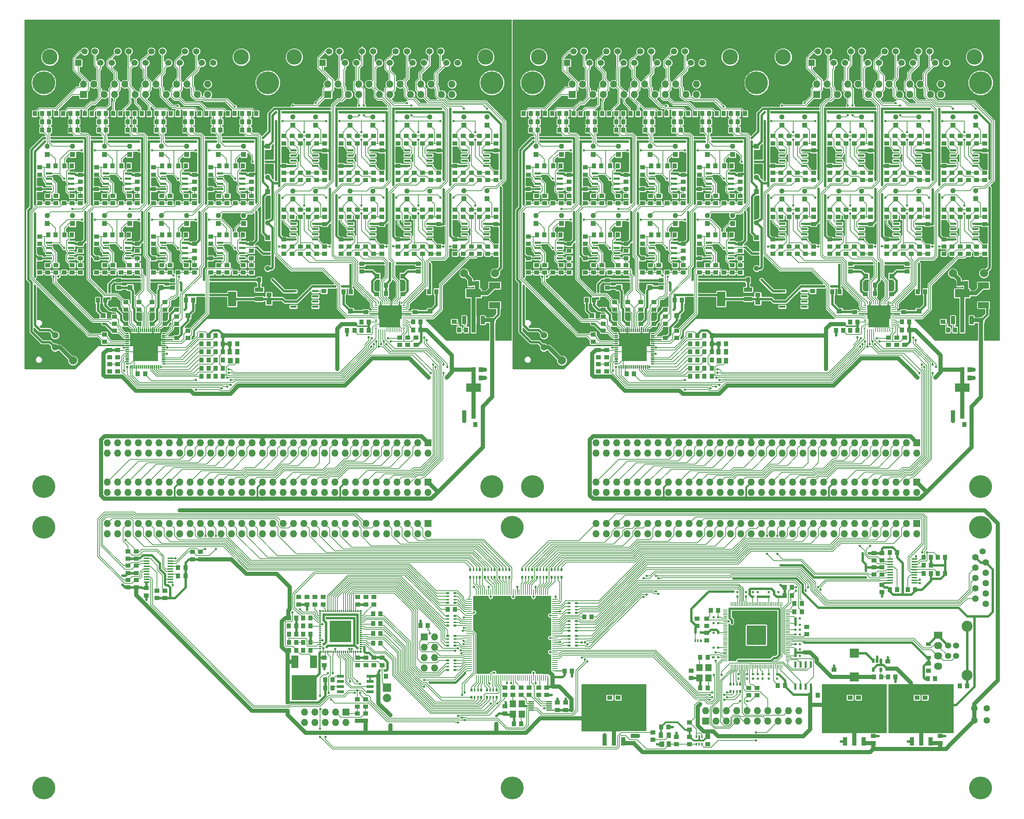
<source format=gbr>
G04 #@! TF.FileFunction,Copper,L1,Top,Signal*
%FSLAX46Y46*%
G04 Gerber Fmt 4.6, Leading zero omitted, Abs format (unit mm)*
G04 Created by KiCad (PCBNEW 4.0.7) date Friday, 13. April 2018 'u21' 16:21:34*
%MOMM*%
%LPD*%
G01*
G04 APERTURE LIST*
%ADD10C,0.100000*%
%ADD11R,1.450000X0.450000*%
%ADD12R,1.727200X1.727200*%
%ADD13O,1.727200X1.727200*%
%ADD14C,5.600000*%
%ADD15R,1.300000X1.000000*%
%ADD16R,1.000000X1.300000*%
%ADD17R,0.250000X1.450000*%
%ADD18R,1.450000X0.250000*%
%ADD19R,0.800000X0.500000*%
%ADD20R,0.800000X0.400000*%
%ADD21R,0.500000X0.800000*%
%ADD22R,0.400000X0.800000*%
%ADD23R,2.032000X1.727200*%
%ADD24O,2.032000X1.727200*%
%ADD25R,0.500000X0.600000*%
%ADD26R,0.600000X0.500000*%
%ADD27R,1.220000X0.910000*%
%ADD28R,0.230000X1.000000*%
%ADD29R,1.000000X0.230000*%
%ADD30R,4.800000X4.800000*%
%ADD31O,4.800000X4.800000*%
%ADD32R,0.600000X1.550000*%
%ADD33C,1.524000*%
%ADD34C,2.700020*%
%ADD35R,0.406400X0.660400*%
%ADD36R,1.500000X1.700000*%
%ADD37R,0.398780X0.749300*%
%ADD38R,1.400000X0.300000*%
%ADD39R,3.657600X2.032000*%
%ADD40R,1.016000X2.032000*%
%ADD41R,0.650000X1.060000*%
%ADD42R,2.200000X2.200000*%
%ADD43C,1.600000*%
%ADD44R,1.198880X1.399540*%
%ADD45R,1.000760X1.399540*%
%ADD46R,5.250000X5.250000*%
%ADD47R,0.550000X0.300000*%
%ADD48R,0.300000X0.550000*%
%ADD49R,1.700000X0.650000*%
%ADD50R,2.032000X2.032000*%
%ADD51O,2.032000X2.032000*%
%ADD52R,1.651000X3.048000*%
%ADD53R,6.096000X6.096000*%
%ADD54C,1.500000*%
%ADD55R,1.300000X1.300000*%
%ADD56C,1.300000*%
%ADD57R,1.550000X0.600000*%
%ADD58R,0.250000X0.650000*%
%ADD59R,0.250000X0.700000*%
%ADD60R,0.650000X0.250000*%
%ADD61R,0.700000X0.250000*%
%ADD62R,5.100000X5.100000*%
%ADD63R,0.300000X0.750000*%
%ADD64R,0.300000X0.850000*%
%ADD65R,0.750000X0.300000*%
%ADD66R,0.850000X0.300000*%
%ADD67R,6.150000X6.150000*%
%ADD68R,2.032000X3.657600*%
%ADD69R,2.032000X1.016000*%
%ADD70C,1.998980*%
%ADD71R,2.700020X1.501140*%
%ADD72C,3.810000*%
%ADD73R,1.524000X1.524000*%
%ADD74C,0.600000*%
%ADD75C,0.600000*%
%ADD76C,0.200000*%
%ADD77C,1.000000*%
%ADD78C,0.152400*%
%ADD79C,0.250000*%
%ADD80C,0.400000*%
%ADD81C,0.300000*%
%ADD82C,0.160000*%
%ADD83C,0.254000*%
G04 APERTURE END LIST*
D10*
D11*
X248750000Y-168625000D03*
X248750000Y-167975000D03*
X248750000Y-167325000D03*
X248750000Y-166675000D03*
X248750000Y-166025000D03*
X248750000Y-165375000D03*
X248750000Y-164725000D03*
X248750000Y-164075000D03*
X248750000Y-163425000D03*
X248750000Y-162775000D03*
X242850000Y-162775000D03*
X242850000Y-163425000D03*
X242850000Y-164075000D03*
X242850000Y-164725000D03*
X242850000Y-165375000D03*
X242850000Y-166025000D03*
X242850000Y-166675000D03*
X242850000Y-167325000D03*
X242850000Y-167975000D03*
X242850000Y-168625000D03*
D12*
X249370000Y-154000000D03*
D13*
X249370000Y-156540000D03*
X246830000Y-154000000D03*
X246830000Y-156540000D03*
X244290000Y-154000000D03*
X244290000Y-156540000D03*
X241750000Y-154000000D03*
X241750000Y-156540000D03*
X239210000Y-154000000D03*
X239210000Y-156540000D03*
X236670000Y-154000000D03*
X236670000Y-156540000D03*
X234130000Y-154000000D03*
X234130000Y-156540000D03*
X231590000Y-154000000D03*
X231590000Y-156540000D03*
X229050000Y-154000000D03*
X229050000Y-156540000D03*
X226510000Y-154000000D03*
X226510000Y-156540000D03*
X223970000Y-154000000D03*
X223970000Y-156540000D03*
X221430000Y-154000000D03*
X221430000Y-156540000D03*
X218890000Y-154000000D03*
X218890000Y-156540000D03*
X216350000Y-154000000D03*
X216350000Y-156540000D03*
X213810000Y-154000000D03*
X213810000Y-156540000D03*
X211270000Y-154000000D03*
X211270000Y-156540000D03*
X208730000Y-154000000D03*
X208730000Y-156540000D03*
X206190000Y-154000000D03*
X206190000Y-156540000D03*
X203650000Y-154000000D03*
X203650000Y-156540000D03*
X201110000Y-154000000D03*
X201110000Y-156540000D03*
X198570000Y-154000000D03*
X198570000Y-156540000D03*
X196030000Y-154000000D03*
X196030000Y-156540000D03*
X193490000Y-154000000D03*
X193490000Y-156540000D03*
X190950000Y-154000000D03*
X190950000Y-156540000D03*
X188410000Y-154000000D03*
X188410000Y-156540000D03*
X185870000Y-154000000D03*
X185870000Y-156540000D03*
X183330000Y-154000000D03*
X183330000Y-156540000D03*
X180790000Y-154000000D03*
X180790000Y-156540000D03*
X178250000Y-154000000D03*
X178250000Y-156540000D03*
X175710000Y-154000000D03*
X175710000Y-156540000D03*
X173170000Y-154000000D03*
X173170000Y-156540000D03*
X170630000Y-154000000D03*
X170630000Y-156540000D03*
D14*
X35000000Y-155000000D03*
X150000000Y-155000000D03*
X265000000Y-155000000D03*
X35000000Y-219000000D03*
X150000000Y-219000000D03*
X265000000Y-219000000D03*
D15*
X158500000Y-196100000D03*
X158500000Y-194300000D03*
D16*
X164700000Y-190300000D03*
X162900000Y-190300000D03*
D17*
X141250000Y-191950000D03*
X141750000Y-191950000D03*
X142250000Y-191950000D03*
X142750000Y-191950000D03*
X143250000Y-191950000D03*
X143750000Y-191950000D03*
X144250000Y-191950000D03*
X144750000Y-191950000D03*
X145250000Y-191950000D03*
X145750000Y-191950000D03*
X146250000Y-191950000D03*
X146750000Y-191950000D03*
X147250000Y-191950000D03*
X147750000Y-191950000D03*
X148250000Y-191950000D03*
X148750000Y-191950000D03*
X149250000Y-191950000D03*
X149750000Y-191950000D03*
X150250000Y-191950000D03*
X150750000Y-191950000D03*
X151250000Y-191950000D03*
X151750000Y-191950000D03*
X152250000Y-191950000D03*
X152750000Y-191950000D03*
X153250000Y-191950000D03*
X153750000Y-191950000D03*
X154250000Y-191950000D03*
X154750000Y-191950000D03*
X155250000Y-191950000D03*
X155750000Y-191950000D03*
X156250000Y-191950000D03*
X156750000Y-191950000D03*
X157250000Y-191950000D03*
X157750000Y-191950000D03*
X158250000Y-191950000D03*
X158750000Y-191950000D03*
D18*
X160550000Y-190150000D03*
X160550000Y-189650000D03*
X160550000Y-189150000D03*
X160550000Y-188650000D03*
X160550000Y-188150000D03*
X160550000Y-187650000D03*
X160550000Y-187150000D03*
X160550000Y-186650000D03*
X160550000Y-186150000D03*
X160550000Y-185650000D03*
X160550000Y-185150000D03*
X160550000Y-184650000D03*
X160550000Y-184150000D03*
X160550000Y-183650000D03*
X160550000Y-183150000D03*
X160550000Y-182650000D03*
X160550000Y-182150000D03*
X160550000Y-181650000D03*
X160550000Y-181150000D03*
X160550000Y-180650000D03*
X160550000Y-180150000D03*
X160550000Y-179650000D03*
X160550000Y-179150000D03*
X160550000Y-178650000D03*
X160550000Y-178150000D03*
X160550000Y-177650000D03*
X160550000Y-177150000D03*
X160550000Y-176650000D03*
X160550000Y-176150000D03*
X160550000Y-175650000D03*
X160550000Y-175150000D03*
X160550000Y-174650000D03*
X160550000Y-174150000D03*
X160550000Y-173650000D03*
X160550000Y-173150000D03*
X160550000Y-172650000D03*
D17*
X158750000Y-170850000D03*
X158250000Y-170850000D03*
X157750000Y-170850000D03*
X157250000Y-170850000D03*
X156750000Y-170850000D03*
X156250000Y-170850000D03*
X155750000Y-170850000D03*
X155250000Y-170850000D03*
X154750000Y-170850000D03*
X154250000Y-170850000D03*
X153750000Y-170850000D03*
X153250000Y-170850000D03*
X152750000Y-170850000D03*
X152250000Y-170850000D03*
X151750000Y-170850000D03*
X151250000Y-170850000D03*
X150750000Y-170850000D03*
X150250000Y-170850000D03*
X149750000Y-170850000D03*
X149250000Y-170850000D03*
X148750000Y-170850000D03*
X148250000Y-170850000D03*
X147750000Y-170850000D03*
X147250000Y-170850000D03*
X146750000Y-170850000D03*
X146250000Y-170850000D03*
X145750000Y-170850000D03*
X145250000Y-170850000D03*
X144750000Y-170850000D03*
X144250000Y-170850000D03*
X143750000Y-170850000D03*
X143250000Y-170850000D03*
X142750000Y-170850000D03*
X142250000Y-170850000D03*
X141750000Y-170850000D03*
X141250000Y-170850000D03*
D18*
X139450000Y-172650000D03*
X139450000Y-173150000D03*
X139450000Y-173650000D03*
X139450000Y-174150000D03*
X139450000Y-174650000D03*
X139450000Y-175150000D03*
X139450000Y-175650000D03*
X139450000Y-176150000D03*
X139450000Y-176650000D03*
X139450000Y-177150000D03*
X139450000Y-177650000D03*
X139450000Y-178150000D03*
X139450000Y-178650000D03*
X139450000Y-179150000D03*
X139450000Y-179650000D03*
X139450000Y-180150000D03*
X139450000Y-180650000D03*
X139450000Y-181150000D03*
X139450000Y-181650000D03*
X139450000Y-182150000D03*
X139450000Y-182650000D03*
X139450000Y-183150000D03*
X139450000Y-183650000D03*
X139450000Y-184150000D03*
X139450000Y-184650000D03*
X139450000Y-185150000D03*
X139450000Y-185650000D03*
X139450000Y-186150000D03*
X139450000Y-186650000D03*
X139450000Y-187150000D03*
X139450000Y-187650000D03*
X139450000Y-188150000D03*
X139450000Y-188650000D03*
X139450000Y-189150000D03*
X139450000Y-189650000D03*
X139450000Y-190150000D03*
D16*
X127500000Y-179100000D03*
X129300000Y-179100000D03*
D19*
X136000000Y-173500000D03*
D20*
X136000000Y-171900000D03*
X136000000Y-172700000D03*
D19*
X136000000Y-171100000D03*
D20*
X134200000Y-172700000D03*
D19*
X134200000Y-173500000D03*
D20*
X134200000Y-171900000D03*
D19*
X134200000Y-171100000D03*
D21*
X139700000Y-167200000D03*
D22*
X141300000Y-167200000D03*
X140500000Y-167200000D03*
D21*
X142100000Y-167200000D03*
D22*
X140500000Y-165400000D03*
D21*
X139700000Y-165400000D03*
D22*
X141300000Y-165400000D03*
D21*
X142100000Y-165400000D03*
X143300000Y-167200000D03*
D22*
X144900000Y-167200000D03*
X144100000Y-167200000D03*
D21*
X145700000Y-167200000D03*
D22*
X144100000Y-165400000D03*
D21*
X143300000Y-165400000D03*
D22*
X144900000Y-165400000D03*
D21*
X145700000Y-165400000D03*
X146900000Y-167200000D03*
D22*
X148500000Y-167200000D03*
X147700000Y-167200000D03*
D21*
X149300000Y-167200000D03*
D22*
X147700000Y-165400000D03*
D21*
X146900000Y-165400000D03*
D22*
X148500000Y-165400000D03*
D21*
X149300000Y-165400000D03*
X152500000Y-167200000D03*
D22*
X154100000Y-167200000D03*
X153300000Y-167200000D03*
D21*
X154900000Y-167200000D03*
D22*
X153300000Y-165400000D03*
D21*
X152500000Y-165400000D03*
D22*
X154100000Y-165400000D03*
D21*
X154900000Y-165400000D03*
X156100000Y-167200000D03*
D22*
X157700000Y-167200000D03*
X156900000Y-167200000D03*
D21*
X158500000Y-167200000D03*
D22*
X156900000Y-165400000D03*
D21*
X156100000Y-165400000D03*
D22*
X157700000Y-165400000D03*
D21*
X158500000Y-165400000D03*
X159700000Y-167200000D03*
D22*
X161300000Y-167200000D03*
X160500000Y-167200000D03*
D21*
X162100000Y-167200000D03*
D22*
X160500000Y-165400000D03*
D21*
X159700000Y-165400000D03*
D22*
X161300000Y-165400000D03*
D21*
X162100000Y-165400000D03*
D19*
X164000000Y-173600000D03*
D20*
X164000000Y-175200000D03*
X164000000Y-174400000D03*
D19*
X164000000Y-176000000D03*
D20*
X165800000Y-174400000D03*
D19*
X165800000Y-173600000D03*
D20*
X165800000Y-175200000D03*
D19*
X165800000Y-176000000D03*
D12*
X128460000Y-181860000D03*
D13*
X131000000Y-181860000D03*
X128460000Y-184400000D03*
X131000000Y-184400000D03*
X128460000Y-186940000D03*
X131000000Y-186940000D03*
X128460000Y-189480000D03*
X131000000Y-189480000D03*
D12*
X129370000Y-154000000D03*
D13*
X129370000Y-156540000D03*
X126830000Y-154000000D03*
X126830000Y-156540000D03*
X124290000Y-154000000D03*
X124290000Y-156540000D03*
X121750000Y-154000000D03*
X121750000Y-156540000D03*
X119210000Y-154000000D03*
X119210000Y-156540000D03*
X116670000Y-154000000D03*
X116670000Y-156540000D03*
X114130000Y-154000000D03*
X114130000Y-156540000D03*
X111590000Y-154000000D03*
X111590000Y-156540000D03*
X109050000Y-154000000D03*
X109050000Y-156540000D03*
X106510000Y-154000000D03*
X106510000Y-156540000D03*
X103970000Y-154000000D03*
X103970000Y-156540000D03*
X101430000Y-154000000D03*
X101430000Y-156540000D03*
X98890000Y-154000000D03*
X98890000Y-156540000D03*
X96350000Y-154000000D03*
X96350000Y-156540000D03*
X93810000Y-154000000D03*
X93810000Y-156540000D03*
X91270000Y-154000000D03*
X91270000Y-156540000D03*
X88730000Y-154000000D03*
X88730000Y-156540000D03*
X86190000Y-154000000D03*
X86190000Y-156540000D03*
X83650000Y-154000000D03*
X83650000Y-156540000D03*
X81110000Y-154000000D03*
X81110000Y-156540000D03*
X78570000Y-154000000D03*
X78570000Y-156540000D03*
X76030000Y-154000000D03*
X76030000Y-156540000D03*
X73490000Y-154000000D03*
X73490000Y-156540000D03*
X70950000Y-154000000D03*
X70950000Y-156540000D03*
X68410000Y-154000000D03*
X68410000Y-156540000D03*
X65870000Y-154000000D03*
X65870000Y-156540000D03*
X63330000Y-154000000D03*
X63330000Y-156540000D03*
X60790000Y-154000000D03*
X60790000Y-156540000D03*
X58250000Y-154000000D03*
X58250000Y-156540000D03*
X55710000Y-154000000D03*
X55710000Y-156540000D03*
X53170000Y-154000000D03*
X53170000Y-156540000D03*
X50630000Y-154000000D03*
X50630000Y-156540000D03*
D16*
X169500000Y-177000000D03*
X167700000Y-177000000D03*
D12*
X197480000Y-202540000D03*
D13*
X197480000Y-200000000D03*
X200020000Y-202540000D03*
X200020000Y-200000000D03*
X202560000Y-202540000D03*
X202560000Y-200000000D03*
X205100000Y-202540000D03*
X205100000Y-200000000D03*
X207640000Y-202540000D03*
X207640000Y-200000000D03*
X210180000Y-202540000D03*
X210180000Y-200000000D03*
X212720000Y-202540000D03*
X212720000Y-200000000D03*
X215260000Y-202540000D03*
X215260000Y-200000000D03*
X217800000Y-202540000D03*
X217800000Y-200000000D03*
X220340000Y-202540000D03*
X220340000Y-200000000D03*
D23*
X254600000Y-181460000D03*
D24*
X254600000Y-184000000D03*
X254600000Y-186540000D03*
X254600000Y-189080000D03*
D15*
X197800000Y-179200000D03*
X197800000Y-177400000D03*
D25*
X209100000Y-191050000D03*
X209100000Y-192150000D03*
D15*
X252200000Y-188400000D03*
X252200000Y-190200000D03*
D16*
X261700000Y-193900000D03*
X259900000Y-193900000D03*
X223200000Y-196200000D03*
X225000000Y-196200000D03*
D25*
X207700000Y-191050000D03*
X207700000Y-192150000D03*
X210300000Y-191050000D03*
X210300000Y-192150000D03*
X213000000Y-191050000D03*
X213000000Y-192150000D03*
D26*
X219550000Y-186500000D03*
X220650000Y-186500000D03*
X219550000Y-184900000D03*
X220650000Y-184900000D03*
X219550000Y-181300000D03*
X220650000Y-181300000D03*
X219550000Y-178900000D03*
X220650000Y-178900000D03*
X219550000Y-177300000D03*
X220650000Y-177300000D03*
D25*
X213000000Y-171950000D03*
X213000000Y-170850000D03*
X210300000Y-171950000D03*
X210300000Y-170850000D03*
X207400000Y-171950000D03*
X207400000Y-170850000D03*
D26*
X200550000Y-177100000D03*
X199450000Y-177100000D03*
X200550000Y-184500000D03*
X199450000Y-184500000D03*
D25*
X205600000Y-191050000D03*
X205600000Y-192150000D03*
X211500000Y-191050000D03*
X211500000Y-192150000D03*
X215000000Y-191050000D03*
X215000000Y-192150000D03*
D26*
X219550000Y-183700000D03*
X220650000Y-183700000D03*
X219550000Y-180100000D03*
X220650000Y-180100000D03*
D25*
X215400000Y-171950000D03*
X215400000Y-170850000D03*
X209100000Y-171950000D03*
X209100000Y-170850000D03*
X205300000Y-171950000D03*
X205300000Y-170850000D03*
D26*
X200550000Y-178500000D03*
X199450000Y-178500000D03*
X200550000Y-180900000D03*
X199450000Y-180900000D03*
D27*
X252200000Y-186935000D03*
X252200000Y-183665000D03*
D28*
X203800000Y-189200000D03*
X204200000Y-189200000D03*
X204600000Y-189200000D03*
X205000000Y-189200000D03*
X205400000Y-189200000D03*
X205800000Y-189200000D03*
X206200000Y-189200000D03*
X206600000Y-189200000D03*
X207000000Y-189200000D03*
X207400000Y-189200000D03*
X207800000Y-189200000D03*
X208200000Y-189200000D03*
X208600000Y-189200000D03*
X209000000Y-189200000D03*
X209400000Y-189200000D03*
X209800000Y-189200000D03*
X210200000Y-189200000D03*
X210600000Y-189200000D03*
X211000000Y-189200000D03*
X211400000Y-189200000D03*
X211800000Y-189200000D03*
X212200000Y-189200000D03*
X212600000Y-189200000D03*
X213000000Y-189200000D03*
X213400000Y-189200000D03*
X213800000Y-189200000D03*
X214200000Y-189200000D03*
X214600000Y-189200000D03*
X215000000Y-189200000D03*
X215400000Y-189200000D03*
X215800000Y-189200000D03*
X216200000Y-189200000D03*
D29*
X217700000Y-187700000D03*
X217700000Y-187300000D03*
X217700000Y-186900000D03*
X217700000Y-186500000D03*
X217700000Y-186100000D03*
X217700000Y-185700000D03*
X217700000Y-185300000D03*
X217700000Y-184900000D03*
X217700000Y-184500000D03*
X217700000Y-184100000D03*
X217700000Y-183700000D03*
X217700000Y-183300000D03*
X217700000Y-182900000D03*
X217700000Y-182500000D03*
X217700000Y-182100000D03*
X217700000Y-181700000D03*
X217700000Y-181300000D03*
X217700000Y-180900000D03*
X217700000Y-180500000D03*
X217700000Y-180100000D03*
X217700000Y-179700000D03*
X217700000Y-179300000D03*
X217700000Y-178900000D03*
X217700000Y-178500000D03*
X217700000Y-178100000D03*
X217700000Y-177700000D03*
X217700000Y-177300000D03*
X217700000Y-176900000D03*
X217700000Y-176500000D03*
X217700000Y-176100000D03*
X217700000Y-175700000D03*
X217700000Y-175300000D03*
D28*
X216200000Y-173800000D03*
X215800000Y-173800000D03*
X215400000Y-173800000D03*
X215000000Y-173800000D03*
X214600000Y-173800000D03*
X214200000Y-173800000D03*
X213800000Y-173800000D03*
X213400000Y-173800000D03*
X213000000Y-173800000D03*
X212600000Y-173800000D03*
X212200000Y-173800000D03*
X211800000Y-173800000D03*
X211400000Y-173800000D03*
X211000000Y-173800000D03*
X210600000Y-173800000D03*
X210200000Y-173800000D03*
X209800000Y-173800000D03*
X209400000Y-173800000D03*
X209000000Y-173800000D03*
X208600000Y-173800000D03*
X208200000Y-173800000D03*
X207800000Y-173800000D03*
X207400000Y-173800000D03*
X207000000Y-173800000D03*
X206600000Y-173800000D03*
X206200000Y-173800000D03*
X205800000Y-173800000D03*
X205400000Y-173800000D03*
X205000000Y-173800000D03*
X204600000Y-173800000D03*
X204200000Y-173800000D03*
X203800000Y-173800000D03*
D29*
X202300000Y-175300000D03*
X202300000Y-175700000D03*
X202300000Y-176100000D03*
X202300000Y-176500000D03*
X202300000Y-176900000D03*
X202300000Y-177300000D03*
X202300000Y-177700000D03*
X202300000Y-178100000D03*
X202300000Y-178500000D03*
X202300000Y-178900000D03*
X202300000Y-179300000D03*
X202300000Y-179700000D03*
X202300000Y-180100000D03*
X202300000Y-180500000D03*
X202300000Y-180900000D03*
X202300000Y-181300000D03*
X202300000Y-181700000D03*
X202300000Y-182100000D03*
X202300000Y-182500000D03*
X202300000Y-182900000D03*
X202300000Y-183300000D03*
X202300000Y-183700000D03*
X202300000Y-184100000D03*
X202300000Y-184500000D03*
X202300000Y-184900000D03*
X202300000Y-185300000D03*
X202300000Y-185700000D03*
X202300000Y-186100000D03*
X202300000Y-186500000D03*
X202300000Y-186900000D03*
X202300000Y-187300000D03*
X202300000Y-187700000D03*
D30*
X210000000Y-181500000D03*
D31*
X210000000Y-181500000D03*
D32*
X223305000Y-188700000D03*
X222035000Y-188700000D03*
X220765000Y-188700000D03*
X219495000Y-188700000D03*
X219495000Y-194100000D03*
X220765000Y-194100000D03*
X222035000Y-194100000D03*
X223305000Y-194100000D03*
D16*
X196200000Y-194400000D03*
X198000000Y-194400000D03*
X198000000Y-186900000D03*
X196200000Y-186900000D03*
X198800000Y-175400000D03*
X200600000Y-175400000D03*
D15*
X208100000Y-194400000D03*
X208100000Y-196200000D03*
X210100000Y-194400000D03*
X210100000Y-196200000D03*
D16*
X217000000Y-193800000D03*
X215200000Y-193800000D03*
D15*
X222300000Y-181200000D03*
X222300000Y-179400000D03*
D16*
X252000000Y-192100000D03*
X253800000Y-192100000D03*
D33*
X257000000Y-186540000D03*
X257000000Y-184000000D03*
X258998980Y-184000000D03*
X258998980Y-186540000D03*
D34*
X261699000Y-191269480D03*
X261699000Y-179270520D03*
D26*
X200550000Y-186900000D03*
X199450000Y-186900000D03*
D15*
X194000000Y-192000000D03*
X194000000Y-190200000D03*
D21*
X203600000Y-195300000D03*
D22*
X205200000Y-195300000D03*
X204400000Y-195300000D03*
D21*
X206000000Y-195300000D03*
D22*
X204400000Y-193500000D03*
D21*
X203600000Y-193500000D03*
D22*
X205200000Y-193500000D03*
D21*
X206000000Y-193500000D03*
D16*
X219300000Y-175700000D03*
X221100000Y-175700000D03*
X219300000Y-173700000D03*
X221100000Y-173700000D03*
D15*
X195400000Y-179200000D03*
X195400000Y-177400000D03*
X197800000Y-180900000D03*
X197800000Y-182700000D03*
D35*
X194939600Y-182816000D03*
X196260400Y-182816000D03*
X195600000Y-182816000D03*
X196260400Y-180784000D03*
X194939600Y-180784000D03*
D36*
X198200000Y-191970000D03*
X198200000Y-189430000D03*
X196000000Y-189430000D03*
X196000000Y-191970000D03*
D37*
X195249760Y-208249960D03*
X195900000Y-208249960D03*
X196550240Y-208249960D03*
X196550240Y-206350040D03*
X195900000Y-206350040D03*
X195249760Y-206350040D03*
D15*
X193500000Y-206400000D03*
X193500000Y-208200000D03*
X193500000Y-204700000D03*
X193500000Y-202900000D03*
X198000000Y-206400000D03*
X198000000Y-208200000D03*
D19*
X164000000Y-181600000D03*
D20*
X164000000Y-183200000D03*
X164000000Y-182400000D03*
D19*
X164000000Y-184000000D03*
D20*
X165800000Y-182400000D03*
D19*
X165800000Y-181600000D03*
D20*
X165800000Y-183200000D03*
D19*
X165800000Y-184000000D03*
X164000000Y-178000000D03*
D20*
X164000000Y-179600000D03*
X164000000Y-178800000D03*
D19*
X164000000Y-180400000D03*
D20*
X165800000Y-178800000D03*
D19*
X165800000Y-178000000D03*
D20*
X165800000Y-179600000D03*
D19*
X165800000Y-180400000D03*
D15*
X163100000Y-198000000D03*
X163100000Y-199800000D03*
X161100000Y-198000000D03*
X161100000Y-199800000D03*
X148200000Y-198900000D03*
X148200000Y-200700000D03*
D38*
X159100000Y-199800000D03*
X159100000Y-199300000D03*
X159100000Y-198800000D03*
X159100000Y-198300000D03*
X159100000Y-197800000D03*
X154700000Y-197800000D03*
X154700000Y-198300000D03*
X154700000Y-198800000D03*
X154700000Y-199300000D03*
X154700000Y-199800000D03*
D36*
X152400000Y-200840000D03*
X152400000Y-198300000D03*
X150200000Y-198300000D03*
X150200000Y-200840000D03*
D16*
X152200000Y-203200000D03*
X150400000Y-203200000D03*
D15*
X154200000Y-194300000D03*
X154200000Y-196100000D03*
X150200000Y-196100000D03*
X150200000Y-194300000D03*
X152200000Y-196100000D03*
X152200000Y-194300000D03*
X156500000Y-196100000D03*
X156500000Y-194300000D03*
X240800000Y-170900000D03*
X240800000Y-169100000D03*
D16*
X251000000Y-162300000D03*
X252800000Y-162300000D03*
X254500000Y-162300000D03*
X256300000Y-162300000D03*
X254500000Y-166300000D03*
X256300000Y-166300000D03*
X251000000Y-166300000D03*
X252800000Y-166300000D03*
X251000000Y-164300000D03*
X252800000Y-164300000D03*
X247100000Y-170300000D03*
X248900000Y-170300000D03*
X244500000Y-170300000D03*
X242700000Y-170300000D03*
X242700000Y-161100000D03*
X244500000Y-161100000D03*
D15*
X238800000Y-163100000D03*
X238800000Y-161300000D03*
X240800000Y-163100000D03*
X240800000Y-161300000D03*
X240800000Y-166600000D03*
X240800000Y-164800000D03*
X238800000Y-166600000D03*
X238800000Y-164800000D03*
X255100000Y-208000000D03*
X255100000Y-206200000D03*
X251400000Y-198600000D03*
X251400000Y-196800000D03*
X235000000Y-198600000D03*
X235000000Y-196800000D03*
D39*
X250400000Y-200898000D03*
D40*
X250400000Y-207502000D03*
X252686000Y-207502000D03*
X248114000Y-207502000D03*
D39*
X234000000Y-200898000D03*
D40*
X234000000Y-207502000D03*
X236286000Y-207502000D03*
X231714000Y-207502000D03*
D15*
X238700000Y-208000000D03*
X238700000Y-206200000D03*
X233000000Y-198600000D03*
X233000000Y-196800000D03*
X249400000Y-198600000D03*
X249400000Y-196800000D03*
X242200000Y-189700000D03*
X242200000Y-187900000D03*
X229000000Y-191700000D03*
X229000000Y-189900000D03*
D41*
X240550000Y-187700000D03*
X239600000Y-187700000D03*
X238650000Y-187700000D03*
X238650000Y-189900000D03*
X240550000Y-189900000D03*
D42*
X234000000Y-185900000D03*
X234000000Y-191700000D03*
D16*
X238800000Y-191700000D03*
X240600000Y-191700000D03*
X242300000Y-191700000D03*
X244100000Y-191700000D03*
D15*
X179700000Y-208000000D03*
X179700000Y-206200000D03*
X176000000Y-198600000D03*
X176000000Y-196800000D03*
X174000000Y-198600000D03*
X174000000Y-196800000D03*
D39*
X175000000Y-200898000D03*
D40*
X175000000Y-207502000D03*
X177286000Y-207502000D03*
X172714000Y-207502000D03*
D43*
X263500000Y-202400000D03*
X263500000Y-199400000D03*
X266500000Y-202400000D03*
X266500000Y-199400000D03*
D16*
X186600000Y-204000000D03*
X188400000Y-204000000D03*
D44*
X186730380Y-208199820D03*
D45*
X188449960Y-208199820D03*
X188449960Y-206000180D03*
X186550040Y-206000180D03*
D15*
X184600000Y-205300000D03*
X184600000Y-207100000D03*
X190300000Y-208200000D03*
X190300000Y-206400000D03*
D16*
X218700000Y-169700000D03*
X216900000Y-169700000D03*
X218700000Y-171700000D03*
X216900000Y-171700000D03*
X100494668Y-179200000D03*
X98694668Y-179200000D03*
X100500000Y-183200000D03*
X98700000Y-183200000D03*
X100500000Y-181200000D03*
X98700000Y-181200000D03*
X97000000Y-181200000D03*
X95200000Y-181200000D03*
X117200000Y-191500000D03*
X119000000Y-191500000D03*
D15*
X103900000Y-187000000D03*
X103900000Y-188800000D03*
X112100000Y-187000000D03*
X112100000Y-188800000D03*
X116100000Y-173900000D03*
X116100000Y-172100000D03*
X103600000Y-173900000D03*
X103600000Y-172100000D03*
X101600000Y-173900000D03*
X101600000Y-172100000D03*
D16*
X100500000Y-185200000D03*
X98700000Y-185200000D03*
D15*
X116100000Y-187000000D03*
X116100000Y-188800000D03*
X112100000Y-173900000D03*
X112100000Y-172100000D03*
X97600000Y-172100000D03*
X97600000Y-173900000D03*
D16*
X95200000Y-177200000D03*
X97000000Y-177200000D03*
D46*
X107850000Y-180500000D03*
D47*
X102850000Y-176250000D03*
X102850000Y-176750000D03*
X102850000Y-177250000D03*
X102850000Y-177750000D03*
X102850000Y-178250000D03*
X102850000Y-178750000D03*
X102850000Y-179250000D03*
X102850000Y-179750000D03*
X102850000Y-180250000D03*
X102850000Y-180750000D03*
X102850000Y-181250000D03*
X102850000Y-181750000D03*
X102850000Y-182250000D03*
X102850000Y-182750000D03*
X102850000Y-183250000D03*
X102850000Y-183750000D03*
X102850000Y-184250000D03*
X102850000Y-184750000D03*
D48*
X103600000Y-185500000D03*
X104100000Y-185500000D03*
X104600000Y-185500000D03*
X105100000Y-185500000D03*
X105600000Y-185500000D03*
X106100000Y-185500000D03*
X106600000Y-185500000D03*
X107100000Y-185500000D03*
X107600000Y-185500000D03*
X108100000Y-185500000D03*
X108600000Y-185500000D03*
X109100000Y-185500000D03*
X109600000Y-185500000D03*
X110100000Y-185500000D03*
X110600000Y-185500000D03*
X111100000Y-185500000D03*
X111600000Y-185500000D03*
X112100000Y-185500000D03*
D47*
X112850000Y-184750000D03*
X112850000Y-184250000D03*
X112850000Y-183750000D03*
X112850000Y-183250000D03*
X112850000Y-182750000D03*
X112850000Y-182250000D03*
X112850000Y-181750000D03*
X112850000Y-181250000D03*
X112850000Y-180750000D03*
X112850000Y-180250000D03*
X112850000Y-179750000D03*
X112850000Y-179250000D03*
X112850000Y-178750000D03*
X112850000Y-178250000D03*
X112850000Y-177750000D03*
X112850000Y-177250000D03*
X112850000Y-176750000D03*
X112850000Y-176250000D03*
D48*
X112100000Y-175500000D03*
X111600000Y-175500000D03*
X111100000Y-175500000D03*
X110600000Y-175500000D03*
X110100000Y-175500000D03*
X109600000Y-175500000D03*
X109100000Y-175500000D03*
X108600000Y-175500000D03*
X108100000Y-175500000D03*
X107600000Y-175500000D03*
X107100000Y-175500000D03*
X106600000Y-175500000D03*
X106100000Y-175500000D03*
X105600000Y-175500000D03*
X105100000Y-175500000D03*
X104600000Y-175500000D03*
X104100000Y-175500000D03*
X103600000Y-175500000D03*
D49*
X107850000Y-191495000D03*
X107850000Y-192765000D03*
X107850000Y-194035000D03*
X107850000Y-195305000D03*
X115150000Y-195305000D03*
X115150000Y-194035000D03*
X115150000Y-192765000D03*
X115150000Y-191495000D03*
D50*
X119300000Y-194300000D03*
D51*
X119300000Y-196840000D03*
D52*
X101286000Y-188000000D03*
D53*
X99000000Y-194350000D03*
D52*
X96714000Y-188000000D03*
D16*
X95200000Y-185200000D03*
X97000000Y-185200000D03*
X97000000Y-183200000D03*
X95200000Y-183200000D03*
D15*
X118100000Y-187000000D03*
X118100000Y-188800000D03*
X112000000Y-199000000D03*
X112000000Y-197200000D03*
X114000000Y-199000000D03*
X114000000Y-197200000D03*
D16*
X105900000Y-192400000D03*
X104100000Y-192400000D03*
X105900000Y-194400000D03*
X104100000Y-194400000D03*
D15*
X99600000Y-173900000D03*
X99600000Y-172100000D03*
D16*
X96994668Y-179200000D03*
X95194668Y-179200000D03*
D15*
X114100000Y-187000000D03*
X114100000Y-188800000D03*
X114100000Y-173900000D03*
X114100000Y-172100000D03*
D12*
X109240000Y-200360000D03*
D13*
X109240000Y-202900000D03*
X106700000Y-200360000D03*
X106700000Y-202900000D03*
X104160000Y-200360000D03*
X104160000Y-202900000D03*
X101620000Y-200360000D03*
X101620000Y-202900000D03*
X99080000Y-200360000D03*
X99080000Y-202900000D03*
D15*
X114000000Y-202500000D03*
X114000000Y-200700000D03*
X112000000Y-202500000D03*
X112000000Y-200700000D03*
D19*
X134200000Y-187600000D03*
D20*
X134200000Y-189200000D03*
X134200000Y-188400000D03*
D19*
X134200000Y-190000000D03*
D20*
X136000000Y-188400000D03*
D19*
X136000000Y-187600000D03*
D20*
X136000000Y-189200000D03*
D19*
X136000000Y-190000000D03*
X134200000Y-181600000D03*
D20*
X134200000Y-183200000D03*
X134200000Y-182400000D03*
D19*
X134200000Y-184000000D03*
D20*
X136000000Y-182400000D03*
D19*
X136000000Y-181600000D03*
D20*
X136000000Y-183200000D03*
D19*
X136000000Y-184000000D03*
X134200000Y-176700000D03*
D20*
X134200000Y-178300000D03*
X134200000Y-177500000D03*
D19*
X134200000Y-179100000D03*
D20*
X136000000Y-177500000D03*
D19*
X136000000Y-176700000D03*
D20*
X136000000Y-178300000D03*
D19*
X136000000Y-179100000D03*
D21*
X142400000Y-194900000D03*
D22*
X140800000Y-194900000D03*
X141600000Y-194900000D03*
D21*
X140000000Y-194900000D03*
D22*
X141600000Y-196700000D03*
D21*
X142400000Y-196700000D03*
D22*
X140800000Y-196700000D03*
D21*
X140000000Y-196700000D03*
X146200000Y-194900000D03*
D22*
X144600000Y-194900000D03*
X145400000Y-194900000D03*
D21*
X143800000Y-194900000D03*
D22*
X145400000Y-196700000D03*
D21*
X146200000Y-196700000D03*
D22*
X144600000Y-196700000D03*
D21*
X143800000Y-196700000D03*
D16*
X134200000Y-175100000D03*
X136000000Y-175100000D03*
X100500000Y-177200000D03*
X98700000Y-177200000D03*
X117700000Y-176200000D03*
X115900000Y-176200000D03*
X117700000Y-181000000D03*
X115900000Y-181000000D03*
X117700000Y-183400000D03*
X115900000Y-183400000D03*
X117700000Y-178600000D03*
X115900000Y-178600000D03*
D15*
X148200000Y-196100000D03*
X148200000Y-194300000D03*
X60200000Y-171700000D03*
X60200000Y-169900000D03*
D11*
X66150000Y-168425000D03*
X66150000Y-167775000D03*
X66150000Y-167125000D03*
X66150000Y-166475000D03*
X66150000Y-165825000D03*
X66150000Y-165175000D03*
X66150000Y-164525000D03*
X66150000Y-163875000D03*
X66150000Y-163225000D03*
X66150000Y-162575000D03*
X60250000Y-162575000D03*
X60250000Y-163225000D03*
X60250000Y-163875000D03*
X60250000Y-164525000D03*
X60250000Y-165175000D03*
X60250000Y-165825000D03*
X60250000Y-166475000D03*
X60250000Y-167125000D03*
X60250000Y-167775000D03*
X60250000Y-168425000D03*
D15*
X73500000Y-161000000D03*
X73500000Y-162800000D03*
X71500000Y-161000000D03*
X71500000Y-162800000D03*
X57700000Y-160900000D03*
X57700000Y-162700000D03*
X55700000Y-160900000D03*
X55700000Y-162700000D03*
D16*
X68000000Y-164900000D03*
X69800000Y-164900000D03*
X68000000Y-166900000D03*
X69800000Y-166900000D03*
D15*
X62800000Y-170500000D03*
X62800000Y-172300000D03*
X64800000Y-170500000D03*
X64800000Y-172300000D03*
X57700000Y-167900000D03*
X57700000Y-169700000D03*
X55700000Y-167900000D03*
X55700000Y-169700000D03*
X57700000Y-164400000D03*
X57700000Y-166200000D03*
X55700000Y-164400000D03*
X55700000Y-166200000D03*
D43*
X263730000Y-162285000D03*
X266270000Y-163555000D03*
X263730000Y-164825000D03*
X266270000Y-166095000D03*
X263730000Y-167365000D03*
X266270000Y-168635000D03*
X263730000Y-169905000D03*
X266270000Y-171175000D03*
X263730000Y-172445000D03*
X266270000Y-173715000D03*
D54*
X265530000Y-160885000D03*
D55*
X77900000Y-63400000D03*
D56*
X77900000Y-61400000D03*
D15*
X136000000Y-69700000D03*
X136000000Y-67900000D03*
X138000000Y-67900000D03*
X138000000Y-69700000D03*
D57*
X83700000Y-88905000D03*
X83700000Y-87635000D03*
X83700000Y-86365000D03*
X83700000Y-85095000D03*
X78300000Y-85095000D03*
X78300000Y-86365000D03*
X78300000Y-87635000D03*
X78300000Y-88905000D03*
D15*
X58000000Y-87100000D03*
X58000000Y-88900000D03*
D55*
X63900000Y-63400000D03*
D56*
X63900000Y-61400000D03*
D57*
X96300000Y-62395000D03*
X96300000Y-63665000D03*
X96300000Y-64935000D03*
X96300000Y-66205000D03*
X101700000Y-66205000D03*
X101700000Y-64935000D03*
X101700000Y-63665000D03*
X101700000Y-62395000D03*
D14*
X35000000Y-45800000D03*
X145000000Y-45800000D03*
X145000000Y-145000000D03*
X35000000Y-145000000D03*
D15*
X86000000Y-87100000D03*
X86000000Y-88900000D03*
X86000000Y-70100000D03*
X86000000Y-71900000D03*
X82000000Y-92400000D03*
X82000000Y-90600000D03*
X82000000Y-75400000D03*
X82000000Y-73600000D03*
X70400000Y-106700000D03*
X70400000Y-108500000D03*
X67600000Y-105000000D03*
X67600000Y-103200000D03*
X76000000Y-83600000D03*
X76000000Y-85400000D03*
X76000000Y-66600000D03*
X76000000Y-68400000D03*
X76000000Y-92400000D03*
X76000000Y-90600000D03*
X76000000Y-75400000D03*
X76000000Y-73600000D03*
X72000000Y-87100000D03*
X72000000Y-88900000D03*
X72000000Y-70100000D03*
X72000000Y-71900000D03*
X67600000Y-108500000D03*
X67600000Y-106700000D03*
X68000000Y-92400000D03*
X68000000Y-90600000D03*
X68000000Y-75400000D03*
X68000000Y-73600000D03*
X64800000Y-99700000D03*
X64800000Y-101500000D03*
X61600000Y-101500000D03*
X61600000Y-99700000D03*
X62000000Y-83600000D03*
X62000000Y-85400000D03*
X62000000Y-66600000D03*
X62000000Y-68400000D03*
X61600000Y-105000000D03*
X61600000Y-103200000D03*
X62000000Y-92400000D03*
X62000000Y-90600000D03*
X62000000Y-75400000D03*
X62000000Y-73600000D03*
X58400000Y-105000000D03*
X58400000Y-103200000D03*
X58000000Y-70100000D03*
X58000000Y-71900000D03*
X54000000Y-92400000D03*
X54000000Y-90600000D03*
X54000000Y-75400000D03*
X54000000Y-73600000D03*
X52400000Y-106700000D03*
X52400000Y-108500000D03*
X58400000Y-101500000D03*
X58400000Y-99700000D03*
X55200000Y-99700000D03*
X55200000Y-101500000D03*
X48000000Y-83600000D03*
X48000000Y-85400000D03*
X48000000Y-66600000D03*
X48000000Y-68400000D03*
X53200000Y-114900000D03*
X53200000Y-116700000D03*
X51200000Y-114900000D03*
X51200000Y-116700000D03*
X48000000Y-92400000D03*
X48000000Y-90600000D03*
X48000000Y-75400000D03*
X48000000Y-73600000D03*
X44000000Y-87100000D03*
X44000000Y-88900000D03*
X44000000Y-70100000D03*
X44000000Y-71900000D03*
X40000000Y-92400000D03*
X40000000Y-90600000D03*
X40000000Y-75400000D03*
X40000000Y-73600000D03*
X64800000Y-105000000D03*
X64800000Y-103200000D03*
X55200000Y-105000000D03*
X55200000Y-103200000D03*
X53200000Y-111400000D03*
X53200000Y-113200000D03*
X52400000Y-105000000D03*
X52400000Y-103200000D03*
X49900000Y-107600000D03*
X49900000Y-109400000D03*
X34000000Y-83600000D03*
X34000000Y-85400000D03*
X34000000Y-66600000D03*
X34000000Y-68400000D03*
X34000000Y-92400000D03*
X34000000Y-90600000D03*
X34000000Y-75400000D03*
X34000000Y-73600000D03*
X76000000Y-88900000D03*
X76000000Y-87100000D03*
X76000000Y-71900000D03*
X76000000Y-70100000D03*
X62000000Y-88900000D03*
X62000000Y-87100000D03*
X62000000Y-71900000D03*
X62000000Y-70100000D03*
X48000000Y-88900000D03*
X48000000Y-87100000D03*
X48000000Y-71900000D03*
X48000000Y-70100000D03*
X34000000Y-88900000D03*
X34000000Y-87100000D03*
X34000000Y-71900000D03*
X34000000Y-70100000D03*
D57*
X83700000Y-71905000D03*
X83700000Y-70635000D03*
X83700000Y-69365000D03*
X83700000Y-68095000D03*
X78300000Y-68095000D03*
X78300000Y-69365000D03*
X78300000Y-70635000D03*
X78300000Y-71905000D03*
X69700000Y-88905000D03*
X69700000Y-87635000D03*
X69700000Y-86365000D03*
X69700000Y-85095000D03*
X64300000Y-85095000D03*
X64300000Y-86365000D03*
X64300000Y-87635000D03*
X64300000Y-88905000D03*
X69700000Y-71905000D03*
X69700000Y-70635000D03*
X69700000Y-69365000D03*
X69700000Y-68095000D03*
X64300000Y-68095000D03*
X64300000Y-69365000D03*
X64300000Y-70635000D03*
X64300000Y-71905000D03*
X55700000Y-88905000D03*
X55700000Y-87635000D03*
X55700000Y-86365000D03*
X55700000Y-85095000D03*
X50300000Y-85095000D03*
X50300000Y-86365000D03*
X50300000Y-87635000D03*
X50300000Y-88905000D03*
X55700000Y-71905000D03*
X55700000Y-70635000D03*
X55700000Y-69365000D03*
X55700000Y-68095000D03*
X50300000Y-68095000D03*
X50300000Y-69365000D03*
X50300000Y-70635000D03*
X50300000Y-71905000D03*
X41700000Y-88905000D03*
X41700000Y-87635000D03*
X41700000Y-86365000D03*
X41700000Y-85095000D03*
X36300000Y-85095000D03*
X36300000Y-86365000D03*
X36300000Y-87635000D03*
X36300000Y-88905000D03*
X41700000Y-71905000D03*
X41700000Y-70635000D03*
X41700000Y-69365000D03*
X41700000Y-68095000D03*
X36300000Y-68095000D03*
X36300000Y-69365000D03*
X36300000Y-70635000D03*
X36300000Y-71905000D03*
D15*
X84000000Y-90600000D03*
X84000000Y-92400000D03*
X84000000Y-73600000D03*
X84000000Y-75400000D03*
D16*
X83900000Y-83200000D03*
X82100000Y-83200000D03*
X83900000Y-66200000D03*
X82100000Y-66200000D03*
D15*
X86000000Y-92400000D03*
X86000000Y-90600000D03*
X86000000Y-75400000D03*
X86000000Y-73600000D03*
X80000000Y-90600000D03*
X80000000Y-92400000D03*
X80000000Y-73600000D03*
X80000000Y-75400000D03*
D16*
X78100000Y-83200000D03*
X79900000Y-83200000D03*
X78100000Y-66200000D03*
X79900000Y-66200000D03*
D15*
X78000000Y-92400000D03*
X78000000Y-90600000D03*
X78000000Y-75400000D03*
X78000000Y-73600000D03*
D16*
X75500000Y-107900000D03*
X73700000Y-107900000D03*
X79000000Y-107900000D03*
X77200000Y-107900000D03*
X75500000Y-109900000D03*
X73700000Y-109900000D03*
X79000000Y-109900000D03*
X77200000Y-109900000D03*
X75500000Y-111900000D03*
X73700000Y-111900000D03*
X71700000Y-99200000D03*
X69900000Y-99200000D03*
D15*
X70000000Y-90600000D03*
X70000000Y-92400000D03*
X70000000Y-73600000D03*
X70000000Y-75400000D03*
D16*
X69900000Y-83200000D03*
X68100000Y-83200000D03*
X69900000Y-66200000D03*
X68100000Y-66200000D03*
D15*
X72000000Y-92400000D03*
X72000000Y-90600000D03*
X72000000Y-75400000D03*
X72000000Y-73600000D03*
D16*
X79000000Y-111900000D03*
X77200000Y-111900000D03*
X75500000Y-115900000D03*
X73700000Y-115900000D03*
X79000000Y-115900000D03*
X77200000Y-115900000D03*
D15*
X66600000Y-96100000D03*
X66600000Y-94300000D03*
X66000000Y-90600000D03*
X66000000Y-92400000D03*
X66000000Y-73600000D03*
X66000000Y-75400000D03*
D16*
X64100000Y-83200000D03*
X65900000Y-83200000D03*
X64100000Y-66200000D03*
X65900000Y-66200000D03*
D15*
X64000000Y-92400000D03*
X64000000Y-90600000D03*
X64000000Y-75400000D03*
X64000000Y-73600000D03*
D16*
X73700000Y-113900000D03*
X75500000Y-113900000D03*
X77200000Y-113900000D03*
X79000000Y-113900000D03*
X73700000Y-117900000D03*
X75500000Y-117900000D03*
D15*
X53400000Y-96100000D03*
X53400000Y-94300000D03*
D16*
X59900000Y-117300000D03*
X58100000Y-117300000D03*
D15*
X56000000Y-90600000D03*
X56000000Y-92400000D03*
X56000000Y-73600000D03*
X56000000Y-75400000D03*
D16*
X55900000Y-83200000D03*
X54100000Y-83200000D03*
X55900000Y-66200000D03*
X54100000Y-66200000D03*
D15*
X58000000Y-92400000D03*
X58000000Y-90600000D03*
X58000000Y-75400000D03*
X58000000Y-73600000D03*
D16*
X48300000Y-99200000D03*
X50100000Y-99200000D03*
D15*
X52000000Y-90600000D03*
X52000000Y-92400000D03*
X52000000Y-73600000D03*
X52000000Y-75400000D03*
D16*
X50100000Y-83200000D03*
X51900000Y-83200000D03*
X50100000Y-66200000D03*
X51900000Y-66200000D03*
D15*
X50000000Y-92400000D03*
X50000000Y-90600000D03*
X50000000Y-75400000D03*
X50000000Y-73600000D03*
X42000000Y-90600000D03*
X42000000Y-92400000D03*
X42000000Y-73600000D03*
X42000000Y-75400000D03*
D16*
X41900000Y-83200000D03*
X40100000Y-83200000D03*
X41900000Y-66200000D03*
X40100000Y-66200000D03*
D15*
X44000000Y-92400000D03*
X44000000Y-90600000D03*
X44000000Y-75400000D03*
X44000000Y-73600000D03*
X38000000Y-90600000D03*
X38000000Y-92400000D03*
X38000000Y-73600000D03*
X38000000Y-75400000D03*
D16*
X36100000Y-83200000D03*
X37900000Y-83200000D03*
X36100000Y-66200000D03*
X37900000Y-66200000D03*
D15*
X36000000Y-92400000D03*
X36000000Y-90600000D03*
X36000000Y-75400000D03*
X36000000Y-73600000D03*
D55*
X70400000Y-103000000D03*
D56*
X72400000Y-103000000D03*
D55*
X56200000Y-96100000D03*
D56*
X58200000Y-96100000D03*
D55*
X49600000Y-103000000D03*
D56*
X47600000Y-103000000D03*
D55*
X63800000Y-96100000D03*
D56*
X61800000Y-96100000D03*
D15*
X136000000Y-77000000D03*
X136000000Y-78800000D03*
X136000000Y-58900000D03*
X136000000Y-60700000D03*
X144000000Y-78800000D03*
X144000000Y-77000000D03*
X144000000Y-60700000D03*
X144000000Y-58900000D03*
X144000000Y-86000000D03*
X144000000Y-87800000D03*
X144000000Y-67900000D03*
X144000000Y-69700000D03*
X136000000Y-87800000D03*
X136000000Y-86000000D03*
D16*
X111300000Y-106600000D03*
X109500000Y-106600000D03*
D15*
X122000000Y-77000000D03*
X122000000Y-78800000D03*
X122000000Y-58900000D03*
X122000000Y-60700000D03*
X130000000Y-78800000D03*
X130000000Y-77000000D03*
X130000000Y-60700000D03*
X130000000Y-58900000D03*
X114100000Y-102100000D03*
X114100000Y-100300000D03*
X130000000Y-86000000D03*
X130000000Y-87800000D03*
X130000000Y-67900000D03*
X130000000Y-69700000D03*
X122000000Y-87800000D03*
X122000000Y-86000000D03*
X122000000Y-69700000D03*
X122000000Y-67900000D03*
X116756250Y-97743750D03*
X116756250Y-95943750D03*
X108000000Y-77000000D03*
X108000000Y-78800000D03*
X108000000Y-58900000D03*
X108000000Y-60700000D03*
X116000000Y-78800000D03*
X116000000Y-77000000D03*
X116000000Y-60700000D03*
X116000000Y-58900000D03*
D16*
X119056250Y-97543750D03*
X120856250Y-97543750D03*
D15*
X116000000Y-86000000D03*
X116000000Y-87800000D03*
X116000000Y-67900000D03*
X116000000Y-69700000D03*
X108000000Y-87800000D03*
X108000000Y-86000000D03*
X108000000Y-69700000D03*
X108000000Y-67900000D03*
X123156250Y-97743750D03*
X123156250Y-95943750D03*
X94000000Y-77000000D03*
X94000000Y-78800000D03*
X94000000Y-58900000D03*
X94000000Y-60700000D03*
X102000000Y-78800000D03*
X102000000Y-77000000D03*
X102000000Y-60700000D03*
X102000000Y-58900000D03*
X126100000Y-102100000D03*
X126100000Y-100300000D03*
X102000000Y-86000000D03*
X102000000Y-87800000D03*
X102000000Y-67900000D03*
X102000000Y-69700000D03*
X94000000Y-87800000D03*
X94000000Y-86000000D03*
X94000000Y-67900000D03*
X94000000Y-69700000D03*
D16*
X114800000Y-104600000D03*
X113000000Y-104600000D03*
D15*
X146000000Y-80500000D03*
X146000000Y-82300000D03*
X146000000Y-62400000D03*
X146000000Y-64200000D03*
X132000000Y-80500000D03*
X132000000Y-82300000D03*
X132000000Y-62400000D03*
X132000000Y-64200000D03*
X118000000Y-80500000D03*
X118000000Y-82300000D03*
X118000000Y-62400000D03*
X118000000Y-64200000D03*
X104000000Y-80500000D03*
X104000000Y-82300000D03*
X104000000Y-62400000D03*
X104000000Y-64200000D03*
D57*
X138300000Y-80495000D03*
X138300000Y-81765000D03*
X138300000Y-83035000D03*
X138300000Y-84305000D03*
X143700000Y-84305000D03*
X143700000Y-83035000D03*
X143700000Y-81765000D03*
X143700000Y-80495000D03*
X138300000Y-62395000D03*
X138300000Y-63665000D03*
X138300000Y-64935000D03*
X138300000Y-66205000D03*
X143700000Y-66205000D03*
X143700000Y-64935000D03*
X143700000Y-63665000D03*
X143700000Y-62395000D03*
X124300000Y-80495000D03*
X124300000Y-81765000D03*
X124300000Y-83035000D03*
X124300000Y-84305000D03*
X129700000Y-84305000D03*
X129700000Y-83035000D03*
X129700000Y-81765000D03*
X129700000Y-80495000D03*
X124300000Y-62395000D03*
X124300000Y-63665000D03*
X124300000Y-64935000D03*
X124300000Y-66205000D03*
X129700000Y-66205000D03*
X129700000Y-64935000D03*
X129700000Y-63665000D03*
X129700000Y-62395000D03*
X110300000Y-80495000D03*
X110300000Y-81765000D03*
X110300000Y-83035000D03*
X110300000Y-84305000D03*
X115700000Y-84305000D03*
X115700000Y-83035000D03*
X115700000Y-81765000D03*
X115700000Y-80495000D03*
X110300000Y-62395000D03*
X110300000Y-63665000D03*
X110300000Y-64935000D03*
X110300000Y-66205000D03*
X115700000Y-66205000D03*
X115700000Y-64935000D03*
X115700000Y-63665000D03*
X115700000Y-62395000D03*
X96300000Y-80495000D03*
X96300000Y-81765000D03*
X96300000Y-83035000D03*
X96300000Y-84305000D03*
X101700000Y-84305000D03*
X101700000Y-83035000D03*
X101700000Y-81765000D03*
X101700000Y-80495000D03*
D15*
X140000000Y-86000000D03*
X140000000Y-87800000D03*
X140000000Y-77000000D03*
X140000000Y-78800000D03*
X142000000Y-67900000D03*
X142000000Y-69700000D03*
X140000000Y-58900000D03*
X140000000Y-60700000D03*
X138000000Y-78800000D03*
X138000000Y-77000000D03*
X138000000Y-60700000D03*
X138000000Y-58900000D03*
X146000000Y-78800000D03*
X146000000Y-77000000D03*
X146000000Y-60700000D03*
X146000000Y-58900000D03*
X142000000Y-78800000D03*
X142000000Y-77000000D03*
X142000000Y-60700000D03*
X142000000Y-58900000D03*
X142000000Y-86000000D03*
X142000000Y-87800000D03*
X138000000Y-86000000D03*
X138000000Y-87800000D03*
X140000000Y-67900000D03*
X140000000Y-69700000D03*
X146000000Y-87800000D03*
X146000000Y-86000000D03*
X146000000Y-69700000D03*
X146000000Y-67900000D03*
X126000000Y-86000000D03*
X126000000Y-87800000D03*
X126000000Y-77000000D03*
X126000000Y-78800000D03*
X128000000Y-67900000D03*
X128000000Y-69700000D03*
X126000000Y-58900000D03*
X126000000Y-60700000D03*
X124000000Y-78800000D03*
X124000000Y-77000000D03*
X124000000Y-60700000D03*
X124000000Y-58900000D03*
D16*
X110400000Y-97100000D03*
X108600000Y-97100000D03*
D15*
X132000000Y-78800000D03*
X132000000Y-77000000D03*
X132000000Y-60700000D03*
X132000000Y-58900000D03*
X128000000Y-78800000D03*
X128000000Y-77000000D03*
X128000000Y-60700000D03*
X128000000Y-58900000D03*
X128000000Y-86000000D03*
X128000000Y-87800000D03*
X124000000Y-86000000D03*
X124000000Y-87800000D03*
X126000000Y-67900000D03*
X126000000Y-69700000D03*
X124000000Y-67900000D03*
X124000000Y-69700000D03*
X132000000Y-87800000D03*
X132000000Y-86000000D03*
X132000000Y-69700000D03*
X132000000Y-67900000D03*
X113100000Y-90300000D03*
X113100000Y-92100000D03*
X112000000Y-86000000D03*
X112000000Y-87800000D03*
X112000000Y-77000000D03*
X112000000Y-78800000D03*
X114000000Y-67900000D03*
X114000000Y-69700000D03*
X112000000Y-58900000D03*
X112000000Y-60700000D03*
X110000000Y-78800000D03*
X110000000Y-77000000D03*
X110000000Y-60700000D03*
X110000000Y-58900000D03*
X118000000Y-78800000D03*
X118000000Y-77000000D03*
X118000000Y-60700000D03*
X118000000Y-58900000D03*
X114000000Y-78800000D03*
X114000000Y-77000000D03*
X114000000Y-60700000D03*
X114000000Y-58900000D03*
X114000000Y-86000000D03*
X114000000Y-87800000D03*
X110000000Y-86000000D03*
X110000000Y-87800000D03*
X112000000Y-67900000D03*
X112000000Y-69700000D03*
X110000000Y-67900000D03*
X110000000Y-69700000D03*
X127000000Y-90300000D03*
X127000000Y-92100000D03*
X118000000Y-87800000D03*
X118000000Y-86000000D03*
X118000000Y-69700000D03*
X118000000Y-67900000D03*
X98000000Y-86000000D03*
X98000000Y-87800000D03*
X98000000Y-77000000D03*
X98000000Y-78800000D03*
X100000000Y-67900000D03*
X100000000Y-69700000D03*
D16*
X129600000Y-97100000D03*
X131400000Y-97100000D03*
D15*
X96000000Y-78800000D03*
X96000000Y-77000000D03*
X96000000Y-60700000D03*
X96000000Y-58900000D03*
X122400000Y-108400000D03*
X122400000Y-110200000D03*
X126400000Y-108400000D03*
X126400000Y-110200000D03*
X124400000Y-108400000D03*
X124400000Y-110200000D03*
D16*
X125700000Y-106500000D03*
X127500000Y-106500000D03*
X125700000Y-104500000D03*
X127500000Y-104500000D03*
D15*
X104000000Y-78800000D03*
X104000000Y-77000000D03*
X104000000Y-60700000D03*
X104000000Y-58900000D03*
X100000000Y-78800000D03*
X100000000Y-77000000D03*
X100000000Y-60700000D03*
X100000000Y-58900000D03*
X100000000Y-86000000D03*
X100000000Y-87800000D03*
X96000000Y-86000000D03*
X96000000Y-87800000D03*
X98000000Y-67900000D03*
X98000000Y-69700000D03*
X96000000Y-67900000D03*
X96000000Y-69700000D03*
X104000000Y-87800000D03*
X104000000Y-86000000D03*
X104000000Y-69700000D03*
X104000000Y-67900000D03*
D16*
X140500000Y-118300000D03*
X142300000Y-118300000D03*
D15*
X145100000Y-104100000D03*
X145100000Y-102300000D03*
D16*
X139700000Y-95100000D03*
X137900000Y-95100000D03*
D39*
X140500000Y-120698000D03*
D40*
X140500000Y-127302000D03*
X142786000Y-127302000D03*
X138214000Y-127302000D03*
D39*
X140500000Y-97498000D03*
D40*
X140500000Y-104102000D03*
X142786000Y-104102000D03*
X138214000Y-104102000D03*
D16*
X80700000Y-109900000D03*
X82500000Y-109900000D03*
D44*
X80830380Y-114099820D03*
D45*
X82549960Y-114099820D03*
X82549960Y-111900180D03*
X80650040Y-111900180D03*
D16*
X79000000Y-117900000D03*
X77200000Y-117900000D03*
X119056250Y-95543750D03*
X120856250Y-95543750D03*
X114800000Y-106600000D03*
X113000000Y-106600000D03*
D55*
X138200000Y-74300000D03*
D56*
X138200000Y-72300000D03*
D55*
X138200000Y-56200000D03*
D56*
X138200000Y-54200000D03*
D55*
X143800000Y-74300000D03*
D56*
X143800000Y-72300000D03*
D55*
X143800000Y-56200000D03*
D56*
X143800000Y-54200000D03*
D55*
X124200000Y-74400000D03*
D56*
X124200000Y-72400000D03*
D55*
X124200000Y-56200000D03*
D56*
X124200000Y-54200000D03*
D55*
X129800000Y-56200000D03*
D56*
X129800000Y-54200000D03*
D55*
X110200000Y-74400000D03*
D56*
X110200000Y-72400000D03*
D55*
X110200000Y-56200000D03*
D56*
X110200000Y-54200000D03*
D55*
X115800000Y-74400000D03*
D56*
X115800000Y-72400000D03*
D55*
X115800000Y-56200000D03*
D56*
X115800000Y-54200000D03*
D55*
X96200000Y-74400000D03*
D56*
X96200000Y-72400000D03*
D55*
X96200000Y-56200000D03*
D56*
X96200000Y-54200000D03*
D55*
X101800000Y-74400000D03*
D56*
X101800000Y-72400000D03*
D55*
X101800000Y-56200000D03*
D56*
X101800000Y-54200000D03*
D55*
X84100000Y-80400000D03*
D56*
X84100000Y-78400000D03*
D55*
X84100000Y-63400000D03*
D56*
X84100000Y-61400000D03*
D55*
X77900000Y-80400000D03*
D56*
X77900000Y-78400000D03*
D55*
X70100000Y-80400000D03*
D56*
X70100000Y-78400000D03*
D55*
X70100000Y-63400000D03*
D56*
X70100000Y-61400000D03*
D55*
X63900000Y-80400000D03*
D56*
X63900000Y-78400000D03*
D55*
X56100000Y-80400000D03*
D56*
X56100000Y-78400000D03*
D55*
X56100000Y-63400000D03*
D56*
X56100000Y-61400000D03*
D55*
X49900000Y-80400000D03*
D56*
X49900000Y-78400000D03*
D55*
X49900000Y-63400000D03*
D56*
X49900000Y-61400000D03*
D55*
X42100000Y-80400000D03*
D56*
X42100000Y-78400000D03*
D55*
X42100000Y-63400000D03*
D56*
X42100000Y-61400000D03*
D15*
X67600000Y-101500000D03*
X67600000Y-99700000D03*
X52400000Y-101500000D03*
X52400000Y-99700000D03*
X51200000Y-111400000D03*
X51200000Y-113200000D03*
D55*
X35900000Y-80400000D03*
D56*
X35900000Y-78400000D03*
D55*
X35900000Y-63400000D03*
D56*
X35900000Y-61400000D03*
D16*
X142800000Y-129700000D03*
X141000000Y-129700000D03*
X140500000Y-116300000D03*
X142300000Y-116300000D03*
X141400000Y-95100000D03*
X143200000Y-95100000D03*
D55*
X110300000Y-101900000D03*
D56*
X110300000Y-99900000D03*
D55*
X116800000Y-93300000D03*
D56*
X116800000Y-91300000D03*
D55*
X123200000Y-93300000D03*
D56*
X123200000Y-91300000D03*
D55*
X129900000Y-101900000D03*
D56*
X129900000Y-99900000D03*
D55*
X129800000Y-74400000D03*
D56*
X129800000Y-72400000D03*
D15*
X103800000Y-97000000D03*
X103800000Y-98800000D03*
D57*
X96300000Y-96995000D03*
X96300000Y-98265000D03*
X96300000Y-99535000D03*
X96300000Y-100805000D03*
X101700000Y-100805000D03*
X101700000Y-99535000D03*
X101700000Y-98265000D03*
X101700000Y-96995000D03*
D58*
X117250000Y-106725000D03*
D59*
X117750000Y-106700000D03*
X118250000Y-106700000D03*
X118750000Y-106700000D03*
X119250000Y-106700000D03*
X119750000Y-106700000D03*
X120250000Y-106700000D03*
X120750000Y-106700000D03*
X121250000Y-106700000D03*
X121750000Y-106700000D03*
X122250000Y-106700000D03*
D58*
X122750000Y-106725000D03*
D60*
X123425000Y-106050000D03*
D61*
X123400000Y-105550000D03*
X123400000Y-105050000D03*
X123400000Y-104550000D03*
X123400000Y-104050000D03*
X123400000Y-103550000D03*
X123400000Y-103050000D03*
X123400000Y-102550000D03*
X123400000Y-102050000D03*
X123400000Y-101550000D03*
X123400000Y-101050000D03*
D60*
X123425000Y-100525000D03*
D58*
X122750000Y-99875000D03*
D59*
X122250000Y-99900000D03*
X121750000Y-99900000D03*
X121250000Y-99900000D03*
X120750000Y-99900000D03*
X120250000Y-99900000D03*
X119750000Y-99900000D03*
X119250000Y-99900000D03*
X118750000Y-99900000D03*
X118250000Y-99900000D03*
X117750000Y-99900000D03*
D58*
X117250000Y-99875000D03*
D60*
X116575000Y-100550000D03*
D61*
X116600000Y-101050000D03*
X116600000Y-101550000D03*
X116600000Y-102050000D03*
X116600000Y-102550000D03*
X116600000Y-103050000D03*
X116600000Y-103550000D03*
X116600000Y-104050000D03*
X116600000Y-104550000D03*
X116600000Y-105050000D03*
X116600000Y-105550000D03*
D60*
X116575000Y-106050000D03*
D62*
X120000000Y-103300000D03*
D63*
X63750000Y-106600000D03*
D64*
X63250000Y-106650000D03*
X62750000Y-106650000D03*
X62250000Y-106650000D03*
X61750000Y-106650000D03*
X61250000Y-106650000D03*
X60750000Y-106650000D03*
X60250000Y-106650000D03*
X59750000Y-106650000D03*
X59250000Y-106650000D03*
X58750000Y-106650000D03*
X58250000Y-106650000D03*
X57750000Y-106650000D03*
X57250000Y-106650000D03*
X56750000Y-106650000D03*
D63*
X56250000Y-106600000D03*
D65*
X55500000Y-107350000D03*
D66*
X55550000Y-107850000D03*
X55550000Y-108350000D03*
X55550000Y-108850000D03*
X55550000Y-109350000D03*
X55550000Y-109850000D03*
X55550000Y-110350000D03*
X55550000Y-110850000D03*
X55550000Y-111350000D03*
X55550000Y-111850000D03*
X55550000Y-112350000D03*
X55550000Y-112850000D03*
X55550000Y-113350000D03*
X55550000Y-113850000D03*
X55550000Y-114350000D03*
D65*
X55500000Y-114850000D03*
D63*
X56250000Y-115600000D03*
D64*
X56750000Y-115550000D03*
X57250000Y-115550000D03*
X57750000Y-115550000D03*
X58250000Y-115550000D03*
X58750000Y-115550000D03*
X59250000Y-115550000D03*
X59750000Y-115550000D03*
X60250000Y-115550000D03*
X60750000Y-115550000D03*
X61250000Y-115550000D03*
X61750000Y-115550000D03*
X62250000Y-115550000D03*
X62750000Y-115550000D03*
X63250000Y-115550000D03*
D63*
X63750000Y-115600000D03*
D65*
X64500000Y-114850000D03*
D66*
X64450000Y-114350000D03*
X64450000Y-113850000D03*
X64450000Y-113350000D03*
X64450000Y-112850000D03*
X64450000Y-112350000D03*
X64450000Y-111850000D03*
X64450000Y-111350000D03*
X64450000Y-110850000D03*
X64450000Y-110350000D03*
X64450000Y-109850000D03*
X64450000Y-109350000D03*
X64450000Y-108850000D03*
X64450000Y-108350000D03*
X64450000Y-107850000D03*
D65*
X64500000Y-107350000D03*
D67*
X60000000Y-111100000D03*
D16*
X137000000Y-106500000D03*
X135200000Y-106500000D03*
X140500000Y-106500000D03*
X138700000Y-106500000D03*
D15*
X135800000Y-104500000D03*
X135800000Y-102700000D03*
D16*
X85400000Y-55400000D03*
X87200000Y-55400000D03*
X78400000Y-55400000D03*
X80200000Y-55400000D03*
X83700000Y-55400000D03*
X81900000Y-55400000D03*
X76700000Y-55400000D03*
X74900000Y-55400000D03*
X71400000Y-55400000D03*
X73200000Y-55400000D03*
X64400000Y-55400000D03*
X66200000Y-55400000D03*
X69700000Y-55400000D03*
X67900000Y-55400000D03*
X62700000Y-55400000D03*
X60900000Y-55400000D03*
X55600000Y-55400000D03*
X53800000Y-55400000D03*
X50300000Y-55400000D03*
X52100000Y-55400000D03*
X57300000Y-55400000D03*
X59100000Y-55400000D03*
X48600000Y-55400000D03*
X46800000Y-55400000D03*
X41600000Y-55400000D03*
X39800000Y-55400000D03*
X36300000Y-55400000D03*
X38100000Y-55400000D03*
X43300000Y-55400000D03*
X45100000Y-55400000D03*
X34600000Y-55400000D03*
X32800000Y-55400000D03*
X85400000Y-53400000D03*
X87200000Y-53400000D03*
X78400000Y-53400000D03*
X80200000Y-53400000D03*
X85400000Y-57400000D03*
X87200000Y-57400000D03*
X78400000Y-57400000D03*
X80200000Y-57400000D03*
X83700000Y-53400000D03*
X81900000Y-53400000D03*
X76700000Y-53400000D03*
X74900000Y-53400000D03*
X83700000Y-57400000D03*
X81900000Y-57400000D03*
X76700000Y-57400000D03*
X74900000Y-57400000D03*
X71400000Y-53400000D03*
X73200000Y-53400000D03*
X64400000Y-53400000D03*
X66200000Y-53400000D03*
X71400000Y-57400000D03*
X73200000Y-57400000D03*
X64400000Y-57400000D03*
X66200000Y-57400000D03*
X69700000Y-53400000D03*
X67900000Y-53400000D03*
X62700000Y-53400000D03*
X60900000Y-53400000D03*
X69700000Y-57400000D03*
X67900000Y-57400000D03*
X62700000Y-57400000D03*
X60900000Y-57400000D03*
X55600000Y-53400000D03*
X53800000Y-53400000D03*
X50300000Y-53400000D03*
X52100000Y-53400000D03*
X55600000Y-57400000D03*
X53800000Y-57400000D03*
X50300000Y-57400000D03*
X52100000Y-57400000D03*
X57300000Y-53400000D03*
X59100000Y-53400000D03*
X48600000Y-53400000D03*
X46800000Y-53400000D03*
X57300000Y-57400000D03*
X59100000Y-57400000D03*
X48600000Y-57400000D03*
X46800000Y-57400000D03*
X41600000Y-53400000D03*
X39800000Y-53400000D03*
X36300000Y-53400000D03*
X38100000Y-53400000D03*
X41600000Y-57400000D03*
X39800000Y-57400000D03*
X36300000Y-57400000D03*
X38100000Y-57400000D03*
X43300000Y-53400000D03*
X45100000Y-53400000D03*
X34600000Y-53400000D03*
X32800000Y-53400000D03*
X43300000Y-57400000D03*
X45100000Y-57400000D03*
X34600000Y-57400000D03*
X32800000Y-57400000D03*
D12*
X44760000Y-48700000D03*
D13*
X44760000Y-46160000D03*
X47300000Y-48700000D03*
X47300000Y-46160000D03*
X49840000Y-48700000D03*
X49840000Y-46160000D03*
X52380000Y-48700000D03*
X52380000Y-46160000D03*
X54920000Y-48700000D03*
X54920000Y-46160000D03*
X57460000Y-48700000D03*
X57460000Y-46160000D03*
X60000000Y-48700000D03*
X60000000Y-46160000D03*
X62540000Y-48700000D03*
X62540000Y-46160000D03*
X65080000Y-48700000D03*
X65080000Y-46160000D03*
X67620000Y-48700000D03*
X67620000Y-46160000D03*
X70160000Y-48700000D03*
X70160000Y-46160000D03*
X72700000Y-48700000D03*
X72700000Y-46160000D03*
X75240000Y-48700000D03*
X75240000Y-46160000D03*
D15*
X86000000Y-85400000D03*
X86000000Y-83600000D03*
X86000000Y-68400000D03*
X86000000Y-66600000D03*
X72000000Y-85400000D03*
X72000000Y-83600000D03*
X72000000Y-68400000D03*
X72000000Y-66600000D03*
X58000000Y-85400000D03*
X58000000Y-83600000D03*
X58000000Y-68400000D03*
X58000000Y-66600000D03*
X44000000Y-68400000D03*
X44000000Y-66600000D03*
X44000000Y-85400000D03*
X44000000Y-83600000D03*
X136000000Y-84300000D03*
X136000000Y-82500000D03*
X136000000Y-66200000D03*
X136000000Y-64400000D03*
X122000000Y-84300000D03*
X122000000Y-82500000D03*
X122000000Y-66200000D03*
X122000000Y-64400000D03*
X108000000Y-84300000D03*
X108000000Y-82500000D03*
X108000000Y-66200000D03*
X108000000Y-64400000D03*
X94000000Y-84300000D03*
X94000000Y-82500000D03*
X94000000Y-66200000D03*
X94000000Y-64400000D03*
D12*
X104760000Y-48700000D03*
D13*
X104760000Y-46160000D03*
X107300000Y-48700000D03*
X107300000Y-46160000D03*
X109840000Y-48700000D03*
X109840000Y-46160000D03*
X112380000Y-48700000D03*
X112380000Y-46160000D03*
X114920000Y-48700000D03*
X114920000Y-46160000D03*
X117460000Y-48700000D03*
X117460000Y-46160000D03*
X120000000Y-48700000D03*
X120000000Y-46160000D03*
X122540000Y-48700000D03*
X122540000Y-46160000D03*
X125080000Y-48700000D03*
X125080000Y-46160000D03*
X127620000Y-48700000D03*
X127620000Y-46160000D03*
X130160000Y-48700000D03*
X130160000Y-46160000D03*
X132700000Y-48700000D03*
X132700000Y-46160000D03*
X135240000Y-48700000D03*
X135240000Y-46160000D03*
D15*
X98000000Y-58900000D03*
X98000000Y-60700000D03*
D16*
X87900000Y-94200000D03*
X89700000Y-94200000D03*
D15*
X90300000Y-97900000D03*
X90300000Y-96100000D03*
X90300000Y-99800000D03*
X90300000Y-101600000D03*
D68*
X81298000Y-98900000D03*
D69*
X87902000Y-98900000D03*
X87902000Y-96614000D03*
X87902000Y-101186000D03*
D70*
X145800000Y-92600000D03*
X138180000Y-92600000D03*
D14*
X90000000Y-45800000D03*
D43*
X37800000Y-107800000D03*
X37800000Y-110800000D03*
X34800000Y-107800000D03*
X34800000Y-110800000D03*
D71*
X145700000Y-100400300D03*
X145700000Y-95599700D03*
D70*
X42200000Y-114020000D03*
X42200000Y-106400000D03*
D72*
X83495000Y-39500000D03*
X36505000Y-39500000D03*
D73*
X43490000Y-40940000D03*
D33*
X46284000Y-40940000D03*
X48951000Y-40940000D03*
X51745000Y-40940000D03*
X54539000Y-40940000D03*
X57333000Y-40940000D03*
X60000000Y-40940000D03*
X62794000Y-40940000D03*
X65588000Y-40940000D03*
X68382000Y-40940000D03*
X71049000Y-40940000D03*
X73843000Y-40940000D03*
X76637000Y-40940000D03*
X45064800Y-38100000D03*
X47604800Y-38100000D03*
X50398800Y-38100000D03*
X53142000Y-38100000D03*
X55885200Y-38100000D03*
X58679200Y-38100000D03*
X61422400Y-38100000D03*
X64165600Y-38100000D03*
X67010400Y-38100000D03*
X69702800Y-38100000D03*
X72446000Y-38100000D03*
X75240000Y-38100000D03*
D72*
X143495000Y-39500000D03*
X96505000Y-39500000D03*
D73*
X103490000Y-40940000D03*
D33*
X106284000Y-40940000D03*
X108951000Y-40940000D03*
X111745000Y-40940000D03*
X114539000Y-40940000D03*
X117333000Y-40940000D03*
X120000000Y-40940000D03*
X122794000Y-40940000D03*
X125588000Y-40940000D03*
X128382000Y-40940000D03*
X131049000Y-40940000D03*
X133843000Y-40940000D03*
X136637000Y-40940000D03*
X105064800Y-38100000D03*
X107604800Y-38100000D03*
X110398800Y-38100000D03*
X113142000Y-38100000D03*
X115885200Y-38100000D03*
X118679200Y-38100000D03*
X121422400Y-38100000D03*
X124165600Y-38100000D03*
X127010400Y-38100000D03*
X129702800Y-38100000D03*
X132446000Y-38100000D03*
X135240000Y-38100000D03*
D55*
X90000000Y-61400000D03*
D56*
X90000000Y-63400000D03*
D55*
X90000000Y-72600000D03*
D56*
X90000000Y-74600000D03*
D55*
X90000000Y-67000000D03*
D56*
X90000000Y-69000000D03*
D55*
X90000000Y-78200000D03*
D56*
X90000000Y-80200000D03*
D55*
X90000000Y-83800000D03*
D56*
X90000000Y-85800000D03*
D55*
X90000000Y-89400000D03*
D56*
X90000000Y-91400000D03*
D12*
X129370000Y-143860000D03*
D13*
X129370000Y-146400000D03*
X126830000Y-143860000D03*
X126830000Y-146400000D03*
X124290000Y-143860000D03*
X124290000Y-146400000D03*
X121750000Y-143860000D03*
X121750000Y-146400000D03*
X119210000Y-143860000D03*
X119210000Y-146400000D03*
X116670000Y-143860000D03*
X116670000Y-146400000D03*
X114130000Y-143860000D03*
X114130000Y-146400000D03*
X111590000Y-143860000D03*
X111590000Y-146400000D03*
X109050000Y-143860000D03*
X109050000Y-146400000D03*
X106510000Y-143860000D03*
X106510000Y-146400000D03*
X103970000Y-143860000D03*
X103970000Y-146400000D03*
X101430000Y-143860000D03*
X101430000Y-146400000D03*
X98890000Y-143860000D03*
X98890000Y-146400000D03*
X96350000Y-143860000D03*
X96350000Y-146400000D03*
X93810000Y-143860000D03*
X93810000Y-146400000D03*
X91270000Y-143860000D03*
X91270000Y-146400000D03*
X88730000Y-143860000D03*
X88730000Y-146400000D03*
X86190000Y-143860000D03*
X86190000Y-146400000D03*
X83650000Y-143860000D03*
X83650000Y-146400000D03*
X81110000Y-143860000D03*
X81110000Y-146400000D03*
X78570000Y-143860000D03*
X78570000Y-146400000D03*
X76030000Y-143860000D03*
X76030000Y-146400000D03*
X73490000Y-143860000D03*
X73490000Y-146400000D03*
X70950000Y-143860000D03*
X70950000Y-146400000D03*
X68410000Y-143860000D03*
X68410000Y-146400000D03*
X65870000Y-143860000D03*
X65870000Y-146400000D03*
X63330000Y-143860000D03*
X63330000Y-146400000D03*
X60790000Y-143860000D03*
X60790000Y-146400000D03*
X58250000Y-143860000D03*
X58250000Y-146400000D03*
X55710000Y-143860000D03*
X55710000Y-146400000D03*
X53170000Y-143860000D03*
X53170000Y-146400000D03*
X50630000Y-143860000D03*
X50630000Y-146400000D03*
D12*
X129370000Y-134200000D03*
D13*
X129370000Y-136740000D03*
X126830000Y-134200000D03*
X126830000Y-136740000D03*
X124290000Y-134200000D03*
X124290000Y-136740000D03*
X121750000Y-134200000D03*
X121750000Y-136740000D03*
X119210000Y-134200000D03*
X119210000Y-136740000D03*
X116670000Y-134200000D03*
X116670000Y-136740000D03*
X114130000Y-134200000D03*
X114130000Y-136740000D03*
X111590000Y-134200000D03*
X111590000Y-136740000D03*
X109050000Y-134200000D03*
X109050000Y-136740000D03*
X106510000Y-134200000D03*
X106510000Y-136740000D03*
X103970000Y-134200000D03*
X103970000Y-136740000D03*
X101430000Y-134200000D03*
X101430000Y-136740000D03*
X98890000Y-134200000D03*
X98890000Y-136740000D03*
X96350000Y-134200000D03*
X96350000Y-136740000D03*
X93810000Y-134200000D03*
X93810000Y-136740000D03*
X91270000Y-134200000D03*
X91270000Y-136740000D03*
X88730000Y-134200000D03*
X88730000Y-136740000D03*
X86190000Y-134200000D03*
X86190000Y-136740000D03*
X83650000Y-134200000D03*
X83650000Y-136740000D03*
X81110000Y-134200000D03*
X81110000Y-136740000D03*
X78570000Y-134200000D03*
X78570000Y-136740000D03*
X76030000Y-134200000D03*
X76030000Y-136740000D03*
X73490000Y-134200000D03*
X73490000Y-136740000D03*
X70950000Y-134200000D03*
X70950000Y-136740000D03*
X68410000Y-134200000D03*
X68410000Y-136740000D03*
X65870000Y-134200000D03*
X65870000Y-136740000D03*
X63330000Y-134200000D03*
X63330000Y-136740000D03*
X60790000Y-134200000D03*
X60790000Y-136740000D03*
X58250000Y-134200000D03*
X58250000Y-136740000D03*
X55710000Y-134200000D03*
X55710000Y-136740000D03*
X53170000Y-134200000D03*
X53170000Y-136740000D03*
X50630000Y-134200000D03*
X50630000Y-136740000D03*
D55*
X197900000Y-63400000D03*
D56*
X197900000Y-61400000D03*
D15*
X256000000Y-69700000D03*
X256000000Y-67900000D03*
X258000000Y-67900000D03*
X258000000Y-69700000D03*
D57*
X203700000Y-88905000D03*
X203700000Y-87635000D03*
X203700000Y-86365000D03*
X203700000Y-85095000D03*
X198300000Y-85095000D03*
X198300000Y-86365000D03*
X198300000Y-87635000D03*
X198300000Y-88905000D03*
D15*
X178000000Y-87100000D03*
X178000000Y-88900000D03*
D55*
X183900000Y-63400000D03*
D56*
X183900000Y-61400000D03*
D57*
X216300000Y-62395000D03*
X216300000Y-63665000D03*
X216300000Y-64935000D03*
X216300000Y-66205000D03*
X221700000Y-66205000D03*
X221700000Y-64935000D03*
X221700000Y-63665000D03*
X221700000Y-62395000D03*
D14*
X155000000Y-45800000D03*
X265000000Y-45800000D03*
X265000000Y-145000000D03*
X155000000Y-145000000D03*
D15*
X206000000Y-87100000D03*
X206000000Y-88900000D03*
X206000000Y-70100000D03*
X206000000Y-71900000D03*
X202000000Y-92400000D03*
X202000000Y-90600000D03*
X202000000Y-75400000D03*
X202000000Y-73600000D03*
X190400000Y-106700000D03*
X190400000Y-108500000D03*
X187600000Y-105000000D03*
X187600000Y-103200000D03*
X196000000Y-83600000D03*
X196000000Y-85400000D03*
X196000000Y-66600000D03*
X196000000Y-68400000D03*
X196000000Y-92400000D03*
X196000000Y-90600000D03*
X196000000Y-75400000D03*
X196000000Y-73600000D03*
X192000000Y-87100000D03*
X192000000Y-88900000D03*
X192000000Y-70100000D03*
X192000000Y-71900000D03*
X187600000Y-108500000D03*
X187600000Y-106700000D03*
X188000000Y-92400000D03*
X188000000Y-90600000D03*
X188000000Y-75400000D03*
X188000000Y-73600000D03*
X184800000Y-99700000D03*
X184800000Y-101500000D03*
X181600000Y-101500000D03*
X181600000Y-99700000D03*
X182000000Y-83600000D03*
X182000000Y-85400000D03*
X182000000Y-66600000D03*
X182000000Y-68400000D03*
X181600000Y-105000000D03*
X181600000Y-103200000D03*
X182000000Y-92400000D03*
X182000000Y-90600000D03*
X182000000Y-75400000D03*
X182000000Y-73600000D03*
X178400000Y-105000000D03*
X178400000Y-103200000D03*
X178000000Y-70100000D03*
X178000000Y-71900000D03*
X174000000Y-92400000D03*
X174000000Y-90600000D03*
X174000000Y-75400000D03*
X174000000Y-73600000D03*
X172400000Y-106700000D03*
X172400000Y-108500000D03*
X178400000Y-101500000D03*
X178400000Y-99700000D03*
X175200000Y-99700000D03*
X175200000Y-101500000D03*
X168000000Y-83600000D03*
X168000000Y-85400000D03*
X168000000Y-66600000D03*
X168000000Y-68400000D03*
X173200000Y-114900000D03*
X173200000Y-116700000D03*
X171200000Y-114900000D03*
X171200000Y-116700000D03*
X168000000Y-92400000D03*
X168000000Y-90600000D03*
X168000000Y-75400000D03*
X168000000Y-73600000D03*
X164000000Y-87100000D03*
X164000000Y-88900000D03*
X164000000Y-70100000D03*
X164000000Y-71900000D03*
X160000000Y-92400000D03*
X160000000Y-90600000D03*
X160000000Y-75400000D03*
X160000000Y-73600000D03*
X184800000Y-105000000D03*
X184800000Y-103200000D03*
X175200000Y-105000000D03*
X175200000Y-103200000D03*
X173200000Y-111400000D03*
X173200000Y-113200000D03*
X172400000Y-105000000D03*
X172400000Y-103200000D03*
X169900000Y-107600000D03*
X169900000Y-109400000D03*
X154000000Y-83600000D03*
X154000000Y-85400000D03*
X154000000Y-66600000D03*
X154000000Y-68400000D03*
X154000000Y-92400000D03*
X154000000Y-90600000D03*
X154000000Y-75400000D03*
X154000000Y-73600000D03*
X196000000Y-88900000D03*
X196000000Y-87100000D03*
X196000000Y-71900000D03*
X196000000Y-70100000D03*
X182000000Y-88900000D03*
X182000000Y-87100000D03*
X182000000Y-71900000D03*
X182000000Y-70100000D03*
X168000000Y-88900000D03*
X168000000Y-87100000D03*
X168000000Y-71900000D03*
X168000000Y-70100000D03*
X154000000Y-88900000D03*
X154000000Y-87100000D03*
X154000000Y-71900000D03*
X154000000Y-70100000D03*
D57*
X203700000Y-71905000D03*
X203700000Y-70635000D03*
X203700000Y-69365000D03*
X203700000Y-68095000D03*
X198300000Y-68095000D03*
X198300000Y-69365000D03*
X198300000Y-70635000D03*
X198300000Y-71905000D03*
X189700000Y-88905000D03*
X189700000Y-87635000D03*
X189700000Y-86365000D03*
X189700000Y-85095000D03*
X184300000Y-85095000D03*
X184300000Y-86365000D03*
X184300000Y-87635000D03*
X184300000Y-88905000D03*
X189700000Y-71905000D03*
X189700000Y-70635000D03*
X189700000Y-69365000D03*
X189700000Y-68095000D03*
X184300000Y-68095000D03*
X184300000Y-69365000D03*
X184300000Y-70635000D03*
X184300000Y-71905000D03*
X175700000Y-88905000D03*
X175700000Y-87635000D03*
X175700000Y-86365000D03*
X175700000Y-85095000D03*
X170300000Y-85095000D03*
X170300000Y-86365000D03*
X170300000Y-87635000D03*
X170300000Y-88905000D03*
X175700000Y-71905000D03*
X175700000Y-70635000D03*
X175700000Y-69365000D03*
X175700000Y-68095000D03*
X170300000Y-68095000D03*
X170300000Y-69365000D03*
X170300000Y-70635000D03*
X170300000Y-71905000D03*
X161700000Y-88905000D03*
X161700000Y-87635000D03*
X161700000Y-86365000D03*
X161700000Y-85095000D03*
X156300000Y-85095000D03*
X156300000Y-86365000D03*
X156300000Y-87635000D03*
X156300000Y-88905000D03*
X161700000Y-71905000D03*
X161700000Y-70635000D03*
X161700000Y-69365000D03*
X161700000Y-68095000D03*
X156300000Y-68095000D03*
X156300000Y-69365000D03*
X156300000Y-70635000D03*
X156300000Y-71905000D03*
D15*
X204000000Y-90600000D03*
X204000000Y-92400000D03*
X204000000Y-73600000D03*
X204000000Y-75400000D03*
D16*
X203900000Y-83200000D03*
X202100000Y-83200000D03*
X203900000Y-66200000D03*
X202100000Y-66200000D03*
D15*
X206000000Y-92400000D03*
X206000000Y-90600000D03*
X206000000Y-75400000D03*
X206000000Y-73600000D03*
X200000000Y-90600000D03*
X200000000Y-92400000D03*
X200000000Y-73600000D03*
X200000000Y-75400000D03*
D16*
X198100000Y-83200000D03*
X199900000Y-83200000D03*
X198100000Y-66200000D03*
X199900000Y-66200000D03*
D15*
X198000000Y-92400000D03*
X198000000Y-90600000D03*
X198000000Y-75400000D03*
X198000000Y-73600000D03*
D16*
X195500000Y-107900000D03*
X193700000Y-107900000D03*
X199000000Y-107900000D03*
X197200000Y-107900000D03*
X195500000Y-109900000D03*
X193700000Y-109900000D03*
X199000000Y-109900000D03*
X197200000Y-109900000D03*
X195500000Y-111900000D03*
X193700000Y-111900000D03*
X191700000Y-99200000D03*
X189900000Y-99200000D03*
D15*
X190000000Y-90600000D03*
X190000000Y-92400000D03*
X190000000Y-73600000D03*
X190000000Y-75400000D03*
D16*
X189900000Y-83200000D03*
X188100000Y-83200000D03*
X189900000Y-66200000D03*
X188100000Y-66200000D03*
D15*
X192000000Y-92400000D03*
X192000000Y-90600000D03*
X192000000Y-75400000D03*
X192000000Y-73600000D03*
D16*
X199000000Y-111900000D03*
X197200000Y-111900000D03*
X195500000Y-115900000D03*
X193700000Y-115900000D03*
X199000000Y-115900000D03*
X197200000Y-115900000D03*
D15*
X186600000Y-96100000D03*
X186600000Y-94300000D03*
X186000000Y-90600000D03*
X186000000Y-92400000D03*
X186000000Y-73600000D03*
X186000000Y-75400000D03*
D16*
X184100000Y-83200000D03*
X185900000Y-83200000D03*
X184100000Y-66200000D03*
X185900000Y-66200000D03*
D15*
X184000000Y-92400000D03*
X184000000Y-90600000D03*
X184000000Y-75400000D03*
X184000000Y-73600000D03*
D16*
X193700000Y-113900000D03*
X195500000Y-113900000D03*
X197200000Y-113900000D03*
X199000000Y-113900000D03*
X193700000Y-117900000D03*
X195500000Y-117900000D03*
D15*
X173400000Y-96100000D03*
X173400000Y-94300000D03*
D16*
X179900000Y-117300000D03*
X178100000Y-117300000D03*
D15*
X176000000Y-90600000D03*
X176000000Y-92400000D03*
X176000000Y-73600000D03*
X176000000Y-75400000D03*
D16*
X175900000Y-83200000D03*
X174100000Y-83200000D03*
X175900000Y-66200000D03*
X174100000Y-66200000D03*
D15*
X178000000Y-92400000D03*
X178000000Y-90600000D03*
X178000000Y-75400000D03*
X178000000Y-73600000D03*
D16*
X168300000Y-99200000D03*
X170100000Y-99200000D03*
D15*
X172000000Y-90600000D03*
X172000000Y-92400000D03*
X172000000Y-73600000D03*
X172000000Y-75400000D03*
D16*
X170100000Y-83200000D03*
X171900000Y-83200000D03*
X170100000Y-66200000D03*
X171900000Y-66200000D03*
D15*
X170000000Y-92400000D03*
X170000000Y-90600000D03*
X170000000Y-75400000D03*
X170000000Y-73600000D03*
X162000000Y-90600000D03*
X162000000Y-92400000D03*
X162000000Y-73600000D03*
X162000000Y-75400000D03*
D16*
X161900000Y-83200000D03*
X160100000Y-83200000D03*
X161900000Y-66200000D03*
X160100000Y-66200000D03*
D15*
X164000000Y-92400000D03*
X164000000Y-90600000D03*
X164000000Y-75400000D03*
X164000000Y-73600000D03*
X158000000Y-90600000D03*
X158000000Y-92400000D03*
X158000000Y-73600000D03*
X158000000Y-75400000D03*
D16*
X156100000Y-83200000D03*
X157900000Y-83200000D03*
X156100000Y-66200000D03*
X157900000Y-66200000D03*
D15*
X156000000Y-92400000D03*
X156000000Y-90600000D03*
X156000000Y-75400000D03*
X156000000Y-73600000D03*
D55*
X190400000Y-103000000D03*
D56*
X192400000Y-103000000D03*
D55*
X176200000Y-96100000D03*
D56*
X178200000Y-96100000D03*
D55*
X169600000Y-103000000D03*
D56*
X167600000Y-103000000D03*
D55*
X183800000Y-96100000D03*
D56*
X181800000Y-96100000D03*
D15*
X256000000Y-77000000D03*
X256000000Y-78800000D03*
X256000000Y-58900000D03*
X256000000Y-60700000D03*
X264000000Y-78800000D03*
X264000000Y-77000000D03*
X264000000Y-60700000D03*
X264000000Y-58900000D03*
X264000000Y-86000000D03*
X264000000Y-87800000D03*
X264000000Y-67900000D03*
X264000000Y-69700000D03*
X256000000Y-87800000D03*
X256000000Y-86000000D03*
D16*
X231300000Y-106600000D03*
X229500000Y-106600000D03*
D15*
X242000000Y-77000000D03*
X242000000Y-78800000D03*
X242000000Y-58900000D03*
X242000000Y-60700000D03*
X250000000Y-78800000D03*
X250000000Y-77000000D03*
X250000000Y-60700000D03*
X250000000Y-58900000D03*
X234100000Y-102100000D03*
X234100000Y-100300000D03*
X250000000Y-86000000D03*
X250000000Y-87800000D03*
X250000000Y-67900000D03*
X250000000Y-69700000D03*
X242000000Y-87800000D03*
X242000000Y-86000000D03*
X242000000Y-69700000D03*
X242000000Y-67900000D03*
X236756250Y-97743750D03*
X236756250Y-95943750D03*
X228000000Y-77000000D03*
X228000000Y-78800000D03*
X228000000Y-58900000D03*
X228000000Y-60700000D03*
X236000000Y-78800000D03*
X236000000Y-77000000D03*
X236000000Y-60700000D03*
X236000000Y-58900000D03*
D16*
X239056250Y-97543750D03*
X240856250Y-97543750D03*
D15*
X236000000Y-86000000D03*
X236000000Y-87800000D03*
X236000000Y-67900000D03*
X236000000Y-69700000D03*
X228000000Y-87800000D03*
X228000000Y-86000000D03*
X228000000Y-69700000D03*
X228000000Y-67900000D03*
X243156250Y-97743750D03*
X243156250Y-95943750D03*
X214000000Y-77000000D03*
X214000000Y-78800000D03*
X214000000Y-58900000D03*
X214000000Y-60700000D03*
X222000000Y-78800000D03*
X222000000Y-77000000D03*
X222000000Y-60700000D03*
X222000000Y-58900000D03*
X246100000Y-102100000D03*
X246100000Y-100300000D03*
X222000000Y-86000000D03*
X222000000Y-87800000D03*
X222000000Y-67900000D03*
X222000000Y-69700000D03*
X214000000Y-87800000D03*
X214000000Y-86000000D03*
X214000000Y-67900000D03*
X214000000Y-69700000D03*
D16*
X234800000Y-104600000D03*
X233000000Y-104600000D03*
D15*
X266000000Y-80500000D03*
X266000000Y-82300000D03*
X266000000Y-62400000D03*
X266000000Y-64200000D03*
X252000000Y-80500000D03*
X252000000Y-82300000D03*
X252000000Y-62400000D03*
X252000000Y-64200000D03*
X238000000Y-80500000D03*
X238000000Y-82300000D03*
X238000000Y-62400000D03*
X238000000Y-64200000D03*
X224000000Y-80500000D03*
X224000000Y-82300000D03*
X224000000Y-62400000D03*
X224000000Y-64200000D03*
D57*
X258300000Y-80495000D03*
X258300000Y-81765000D03*
X258300000Y-83035000D03*
X258300000Y-84305000D03*
X263700000Y-84305000D03*
X263700000Y-83035000D03*
X263700000Y-81765000D03*
X263700000Y-80495000D03*
X258300000Y-62395000D03*
X258300000Y-63665000D03*
X258300000Y-64935000D03*
X258300000Y-66205000D03*
X263700000Y-66205000D03*
X263700000Y-64935000D03*
X263700000Y-63665000D03*
X263700000Y-62395000D03*
X244300000Y-80495000D03*
X244300000Y-81765000D03*
X244300000Y-83035000D03*
X244300000Y-84305000D03*
X249700000Y-84305000D03*
X249700000Y-83035000D03*
X249700000Y-81765000D03*
X249700000Y-80495000D03*
X244300000Y-62395000D03*
X244300000Y-63665000D03*
X244300000Y-64935000D03*
X244300000Y-66205000D03*
X249700000Y-66205000D03*
X249700000Y-64935000D03*
X249700000Y-63665000D03*
X249700000Y-62395000D03*
X230300000Y-80495000D03*
X230300000Y-81765000D03*
X230300000Y-83035000D03*
X230300000Y-84305000D03*
X235700000Y-84305000D03*
X235700000Y-83035000D03*
X235700000Y-81765000D03*
X235700000Y-80495000D03*
X230300000Y-62395000D03*
X230300000Y-63665000D03*
X230300000Y-64935000D03*
X230300000Y-66205000D03*
X235700000Y-66205000D03*
X235700000Y-64935000D03*
X235700000Y-63665000D03*
X235700000Y-62395000D03*
X216300000Y-80495000D03*
X216300000Y-81765000D03*
X216300000Y-83035000D03*
X216300000Y-84305000D03*
X221700000Y-84305000D03*
X221700000Y-83035000D03*
X221700000Y-81765000D03*
X221700000Y-80495000D03*
D15*
X260000000Y-86000000D03*
X260000000Y-87800000D03*
X260000000Y-77000000D03*
X260000000Y-78800000D03*
X262000000Y-67900000D03*
X262000000Y-69700000D03*
X260000000Y-58900000D03*
X260000000Y-60700000D03*
X258000000Y-78800000D03*
X258000000Y-77000000D03*
X258000000Y-60700000D03*
X258000000Y-58900000D03*
X266000000Y-78800000D03*
X266000000Y-77000000D03*
X266000000Y-60700000D03*
X266000000Y-58900000D03*
X262000000Y-78800000D03*
X262000000Y-77000000D03*
X262000000Y-60700000D03*
X262000000Y-58900000D03*
X262000000Y-86000000D03*
X262000000Y-87800000D03*
X258000000Y-86000000D03*
X258000000Y-87800000D03*
X260000000Y-67900000D03*
X260000000Y-69700000D03*
X266000000Y-87800000D03*
X266000000Y-86000000D03*
X266000000Y-69700000D03*
X266000000Y-67900000D03*
X246000000Y-86000000D03*
X246000000Y-87800000D03*
X246000000Y-77000000D03*
X246000000Y-78800000D03*
X248000000Y-67900000D03*
X248000000Y-69700000D03*
X246000000Y-58900000D03*
X246000000Y-60700000D03*
X244000000Y-78800000D03*
X244000000Y-77000000D03*
X244000000Y-60700000D03*
X244000000Y-58900000D03*
D16*
X230400000Y-97100000D03*
X228600000Y-97100000D03*
D15*
X252000000Y-78800000D03*
X252000000Y-77000000D03*
X252000000Y-60700000D03*
X252000000Y-58900000D03*
X248000000Y-78800000D03*
X248000000Y-77000000D03*
X248000000Y-60700000D03*
X248000000Y-58900000D03*
X248000000Y-86000000D03*
X248000000Y-87800000D03*
X244000000Y-86000000D03*
X244000000Y-87800000D03*
X246000000Y-67900000D03*
X246000000Y-69700000D03*
X244000000Y-67900000D03*
X244000000Y-69700000D03*
X252000000Y-87800000D03*
X252000000Y-86000000D03*
X252000000Y-69700000D03*
X252000000Y-67900000D03*
X233100000Y-90300000D03*
X233100000Y-92100000D03*
X232000000Y-86000000D03*
X232000000Y-87800000D03*
X232000000Y-77000000D03*
X232000000Y-78800000D03*
X234000000Y-67900000D03*
X234000000Y-69700000D03*
X232000000Y-58900000D03*
X232000000Y-60700000D03*
X230000000Y-78800000D03*
X230000000Y-77000000D03*
X230000000Y-60700000D03*
X230000000Y-58900000D03*
X238000000Y-78800000D03*
X238000000Y-77000000D03*
X238000000Y-60700000D03*
X238000000Y-58900000D03*
X234000000Y-78800000D03*
X234000000Y-77000000D03*
X234000000Y-60700000D03*
X234000000Y-58900000D03*
X234000000Y-86000000D03*
X234000000Y-87800000D03*
X230000000Y-86000000D03*
X230000000Y-87800000D03*
X232000000Y-67900000D03*
X232000000Y-69700000D03*
X230000000Y-67900000D03*
X230000000Y-69700000D03*
X247000000Y-90300000D03*
X247000000Y-92100000D03*
X238000000Y-87800000D03*
X238000000Y-86000000D03*
X238000000Y-69700000D03*
X238000000Y-67900000D03*
X218000000Y-86000000D03*
X218000000Y-87800000D03*
X218000000Y-77000000D03*
X218000000Y-78800000D03*
X220000000Y-67900000D03*
X220000000Y-69700000D03*
D16*
X249600000Y-97100000D03*
X251400000Y-97100000D03*
D15*
X216000000Y-78800000D03*
X216000000Y-77000000D03*
X216000000Y-60700000D03*
X216000000Y-58900000D03*
X242400000Y-108400000D03*
X242400000Y-110200000D03*
X246400000Y-108400000D03*
X246400000Y-110200000D03*
X244400000Y-108400000D03*
X244400000Y-110200000D03*
D16*
X245700000Y-106500000D03*
X247500000Y-106500000D03*
X245700000Y-104500000D03*
X247500000Y-104500000D03*
D15*
X224000000Y-78800000D03*
X224000000Y-77000000D03*
X224000000Y-60700000D03*
X224000000Y-58900000D03*
X220000000Y-78800000D03*
X220000000Y-77000000D03*
X220000000Y-60700000D03*
X220000000Y-58900000D03*
X220000000Y-86000000D03*
X220000000Y-87800000D03*
X216000000Y-86000000D03*
X216000000Y-87800000D03*
X218000000Y-67900000D03*
X218000000Y-69700000D03*
X216000000Y-67900000D03*
X216000000Y-69700000D03*
X224000000Y-87800000D03*
X224000000Y-86000000D03*
X224000000Y-69700000D03*
X224000000Y-67900000D03*
D16*
X260500000Y-118300000D03*
X262300000Y-118300000D03*
D15*
X265100000Y-104100000D03*
X265100000Y-102300000D03*
D16*
X259700000Y-95100000D03*
X257900000Y-95100000D03*
D39*
X260500000Y-120698000D03*
D40*
X260500000Y-127302000D03*
X262786000Y-127302000D03*
X258214000Y-127302000D03*
D39*
X260500000Y-97498000D03*
D40*
X260500000Y-104102000D03*
X262786000Y-104102000D03*
X258214000Y-104102000D03*
D16*
X200700000Y-109900000D03*
X202500000Y-109900000D03*
D44*
X200830380Y-114099820D03*
D45*
X202549960Y-114099820D03*
X202549960Y-111900180D03*
X200650040Y-111900180D03*
D16*
X199000000Y-117900000D03*
X197200000Y-117900000D03*
X239056250Y-95543750D03*
X240856250Y-95543750D03*
X234800000Y-106600000D03*
X233000000Y-106600000D03*
D55*
X258200000Y-74300000D03*
D56*
X258200000Y-72300000D03*
D55*
X258200000Y-56200000D03*
D56*
X258200000Y-54200000D03*
D55*
X263800000Y-74300000D03*
D56*
X263800000Y-72300000D03*
D55*
X263800000Y-56200000D03*
D56*
X263800000Y-54200000D03*
D55*
X244200000Y-74400000D03*
D56*
X244200000Y-72400000D03*
D55*
X244200000Y-56200000D03*
D56*
X244200000Y-54200000D03*
D55*
X249800000Y-56200000D03*
D56*
X249800000Y-54200000D03*
D55*
X230200000Y-74400000D03*
D56*
X230200000Y-72400000D03*
D55*
X230200000Y-56200000D03*
D56*
X230200000Y-54200000D03*
D55*
X235800000Y-74400000D03*
D56*
X235800000Y-72400000D03*
D55*
X235800000Y-56200000D03*
D56*
X235800000Y-54200000D03*
D55*
X216200000Y-74400000D03*
D56*
X216200000Y-72400000D03*
D55*
X216200000Y-56200000D03*
D56*
X216200000Y-54200000D03*
D55*
X221800000Y-74400000D03*
D56*
X221800000Y-72400000D03*
D55*
X221800000Y-56200000D03*
D56*
X221800000Y-54200000D03*
D55*
X204100000Y-80400000D03*
D56*
X204100000Y-78400000D03*
D55*
X204100000Y-63400000D03*
D56*
X204100000Y-61400000D03*
D55*
X197900000Y-80400000D03*
D56*
X197900000Y-78400000D03*
D55*
X190100000Y-80400000D03*
D56*
X190100000Y-78400000D03*
D55*
X190100000Y-63400000D03*
D56*
X190100000Y-61400000D03*
D55*
X183900000Y-80400000D03*
D56*
X183900000Y-78400000D03*
D55*
X176100000Y-80400000D03*
D56*
X176100000Y-78400000D03*
D55*
X176100000Y-63400000D03*
D56*
X176100000Y-61400000D03*
D55*
X169900000Y-80400000D03*
D56*
X169900000Y-78400000D03*
D55*
X169900000Y-63400000D03*
D56*
X169900000Y-61400000D03*
D55*
X162100000Y-80400000D03*
D56*
X162100000Y-78400000D03*
D55*
X162100000Y-63400000D03*
D56*
X162100000Y-61400000D03*
D15*
X187600000Y-101500000D03*
X187600000Y-99700000D03*
X172400000Y-101500000D03*
X172400000Y-99700000D03*
X171200000Y-111400000D03*
X171200000Y-113200000D03*
D55*
X155900000Y-80400000D03*
D56*
X155900000Y-78400000D03*
D55*
X155900000Y-63400000D03*
D56*
X155900000Y-61400000D03*
D16*
X262800000Y-129700000D03*
X261000000Y-129700000D03*
X260500000Y-116300000D03*
X262300000Y-116300000D03*
X261400000Y-95100000D03*
X263200000Y-95100000D03*
D55*
X230300000Y-101900000D03*
D56*
X230300000Y-99900000D03*
D55*
X236800000Y-93300000D03*
D56*
X236800000Y-91300000D03*
D55*
X243200000Y-93300000D03*
D56*
X243200000Y-91300000D03*
D55*
X249900000Y-101900000D03*
D56*
X249900000Y-99900000D03*
D55*
X249800000Y-74400000D03*
D56*
X249800000Y-72400000D03*
D15*
X223800000Y-97000000D03*
X223800000Y-98800000D03*
D57*
X216300000Y-96995000D03*
X216300000Y-98265000D03*
X216300000Y-99535000D03*
X216300000Y-100805000D03*
X221700000Y-100805000D03*
X221700000Y-99535000D03*
X221700000Y-98265000D03*
X221700000Y-96995000D03*
D58*
X237250000Y-106725000D03*
D59*
X237750000Y-106700000D03*
X238250000Y-106700000D03*
X238750000Y-106700000D03*
X239250000Y-106700000D03*
X239750000Y-106700000D03*
X240250000Y-106700000D03*
X240750000Y-106700000D03*
X241250000Y-106700000D03*
X241750000Y-106700000D03*
X242250000Y-106700000D03*
D58*
X242750000Y-106725000D03*
D60*
X243425000Y-106050000D03*
D61*
X243400000Y-105550000D03*
X243400000Y-105050000D03*
X243400000Y-104550000D03*
X243400000Y-104050000D03*
X243400000Y-103550000D03*
X243400000Y-103050000D03*
X243400000Y-102550000D03*
X243400000Y-102050000D03*
X243400000Y-101550000D03*
X243400000Y-101050000D03*
D60*
X243425000Y-100525000D03*
D58*
X242750000Y-99875000D03*
D59*
X242250000Y-99900000D03*
X241750000Y-99900000D03*
X241250000Y-99900000D03*
X240750000Y-99900000D03*
X240250000Y-99900000D03*
X239750000Y-99900000D03*
X239250000Y-99900000D03*
X238750000Y-99900000D03*
X238250000Y-99900000D03*
X237750000Y-99900000D03*
D58*
X237250000Y-99875000D03*
D60*
X236575000Y-100550000D03*
D61*
X236600000Y-101050000D03*
X236600000Y-101550000D03*
X236600000Y-102050000D03*
X236600000Y-102550000D03*
X236600000Y-103050000D03*
X236600000Y-103550000D03*
X236600000Y-104050000D03*
X236600000Y-104550000D03*
X236600000Y-105050000D03*
X236600000Y-105550000D03*
D60*
X236575000Y-106050000D03*
D62*
X240000000Y-103300000D03*
D63*
X183750000Y-106600000D03*
D64*
X183250000Y-106650000D03*
X182750000Y-106650000D03*
X182250000Y-106650000D03*
X181750000Y-106650000D03*
X181250000Y-106650000D03*
X180750000Y-106650000D03*
X180250000Y-106650000D03*
X179750000Y-106650000D03*
X179250000Y-106650000D03*
X178750000Y-106650000D03*
X178250000Y-106650000D03*
X177750000Y-106650000D03*
X177250000Y-106650000D03*
X176750000Y-106650000D03*
D63*
X176250000Y-106600000D03*
D65*
X175500000Y-107350000D03*
D66*
X175550000Y-107850000D03*
X175550000Y-108350000D03*
X175550000Y-108850000D03*
X175550000Y-109350000D03*
X175550000Y-109850000D03*
X175550000Y-110350000D03*
X175550000Y-110850000D03*
X175550000Y-111350000D03*
X175550000Y-111850000D03*
X175550000Y-112350000D03*
X175550000Y-112850000D03*
X175550000Y-113350000D03*
X175550000Y-113850000D03*
X175550000Y-114350000D03*
D65*
X175500000Y-114850000D03*
D63*
X176250000Y-115600000D03*
D64*
X176750000Y-115550000D03*
X177250000Y-115550000D03*
X177750000Y-115550000D03*
X178250000Y-115550000D03*
X178750000Y-115550000D03*
X179250000Y-115550000D03*
X179750000Y-115550000D03*
X180250000Y-115550000D03*
X180750000Y-115550000D03*
X181250000Y-115550000D03*
X181750000Y-115550000D03*
X182250000Y-115550000D03*
X182750000Y-115550000D03*
X183250000Y-115550000D03*
D63*
X183750000Y-115600000D03*
D65*
X184500000Y-114850000D03*
D66*
X184450000Y-114350000D03*
X184450000Y-113850000D03*
X184450000Y-113350000D03*
X184450000Y-112850000D03*
X184450000Y-112350000D03*
X184450000Y-111850000D03*
X184450000Y-111350000D03*
X184450000Y-110850000D03*
X184450000Y-110350000D03*
X184450000Y-109850000D03*
X184450000Y-109350000D03*
X184450000Y-108850000D03*
X184450000Y-108350000D03*
X184450000Y-107850000D03*
D65*
X184500000Y-107350000D03*
D67*
X180000000Y-111100000D03*
D16*
X257000000Y-106500000D03*
X255200000Y-106500000D03*
X260500000Y-106500000D03*
X258700000Y-106500000D03*
D15*
X255800000Y-104500000D03*
X255800000Y-102700000D03*
D16*
X205400000Y-55400000D03*
X207200000Y-55400000D03*
X198400000Y-55400000D03*
X200200000Y-55400000D03*
X203700000Y-55400000D03*
X201900000Y-55400000D03*
X196700000Y-55400000D03*
X194900000Y-55400000D03*
X191400000Y-55400000D03*
X193200000Y-55400000D03*
X184400000Y-55400000D03*
X186200000Y-55400000D03*
X189700000Y-55400000D03*
X187900000Y-55400000D03*
X182700000Y-55400000D03*
X180900000Y-55400000D03*
X175600000Y-55400000D03*
X173800000Y-55400000D03*
X170300000Y-55400000D03*
X172100000Y-55400000D03*
X177300000Y-55400000D03*
X179100000Y-55400000D03*
X168600000Y-55400000D03*
X166800000Y-55400000D03*
X161600000Y-55400000D03*
X159800000Y-55400000D03*
X156300000Y-55400000D03*
X158100000Y-55400000D03*
X163300000Y-55400000D03*
X165100000Y-55400000D03*
X154600000Y-55400000D03*
X152800000Y-55400000D03*
X205400000Y-53400000D03*
X207200000Y-53400000D03*
X198400000Y-53400000D03*
X200200000Y-53400000D03*
X205400000Y-57400000D03*
X207200000Y-57400000D03*
X198400000Y-57400000D03*
X200200000Y-57400000D03*
X203700000Y-53400000D03*
X201900000Y-53400000D03*
X196700000Y-53400000D03*
X194900000Y-53400000D03*
X203700000Y-57400000D03*
X201900000Y-57400000D03*
X196700000Y-57400000D03*
X194900000Y-57400000D03*
X191400000Y-53400000D03*
X193200000Y-53400000D03*
X184400000Y-53400000D03*
X186200000Y-53400000D03*
X191400000Y-57400000D03*
X193200000Y-57400000D03*
X184400000Y-57400000D03*
X186200000Y-57400000D03*
X189700000Y-53400000D03*
X187900000Y-53400000D03*
X182700000Y-53400000D03*
X180900000Y-53400000D03*
X189700000Y-57400000D03*
X187900000Y-57400000D03*
X182700000Y-57400000D03*
X180900000Y-57400000D03*
X175600000Y-53400000D03*
X173800000Y-53400000D03*
X170300000Y-53400000D03*
X172100000Y-53400000D03*
X175600000Y-57400000D03*
X173800000Y-57400000D03*
X170300000Y-57400000D03*
X172100000Y-57400000D03*
X177300000Y-53400000D03*
X179100000Y-53400000D03*
X168600000Y-53400000D03*
X166800000Y-53400000D03*
X177300000Y-57400000D03*
X179100000Y-57400000D03*
X168600000Y-57400000D03*
X166800000Y-57400000D03*
X161600000Y-53400000D03*
X159800000Y-53400000D03*
X156300000Y-53400000D03*
X158100000Y-53400000D03*
X161600000Y-57400000D03*
X159800000Y-57400000D03*
X156300000Y-57400000D03*
X158100000Y-57400000D03*
X163300000Y-53400000D03*
X165100000Y-53400000D03*
X154600000Y-53400000D03*
X152800000Y-53400000D03*
X163300000Y-57400000D03*
X165100000Y-57400000D03*
X154600000Y-57400000D03*
X152800000Y-57400000D03*
D12*
X164760000Y-48700000D03*
D13*
X164760000Y-46160000D03*
X167300000Y-48700000D03*
X167300000Y-46160000D03*
X169840000Y-48700000D03*
X169840000Y-46160000D03*
X172380000Y-48700000D03*
X172380000Y-46160000D03*
X174920000Y-48700000D03*
X174920000Y-46160000D03*
X177460000Y-48700000D03*
X177460000Y-46160000D03*
X180000000Y-48700000D03*
X180000000Y-46160000D03*
X182540000Y-48700000D03*
X182540000Y-46160000D03*
X185080000Y-48700000D03*
X185080000Y-46160000D03*
X187620000Y-48700000D03*
X187620000Y-46160000D03*
X190160000Y-48700000D03*
X190160000Y-46160000D03*
X192700000Y-48700000D03*
X192700000Y-46160000D03*
X195240000Y-48700000D03*
X195240000Y-46160000D03*
D15*
X206000000Y-85400000D03*
X206000000Y-83600000D03*
X206000000Y-68400000D03*
X206000000Y-66600000D03*
X192000000Y-85400000D03*
X192000000Y-83600000D03*
X192000000Y-68400000D03*
X192000000Y-66600000D03*
X178000000Y-85400000D03*
X178000000Y-83600000D03*
X178000000Y-68400000D03*
X178000000Y-66600000D03*
X164000000Y-68400000D03*
X164000000Y-66600000D03*
X164000000Y-85400000D03*
X164000000Y-83600000D03*
X256000000Y-84300000D03*
X256000000Y-82500000D03*
X256000000Y-66200000D03*
X256000000Y-64400000D03*
X242000000Y-84300000D03*
X242000000Y-82500000D03*
X242000000Y-66200000D03*
X242000000Y-64400000D03*
X228000000Y-84300000D03*
X228000000Y-82500000D03*
X228000000Y-66200000D03*
X228000000Y-64400000D03*
X214000000Y-84300000D03*
X214000000Y-82500000D03*
X214000000Y-66200000D03*
X214000000Y-64400000D03*
D12*
X224760000Y-48700000D03*
D13*
X224760000Y-46160000D03*
X227300000Y-48700000D03*
X227300000Y-46160000D03*
X229840000Y-48700000D03*
X229840000Y-46160000D03*
X232380000Y-48700000D03*
X232380000Y-46160000D03*
X234920000Y-48700000D03*
X234920000Y-46160000D03*
X237460000Y-48700000D03*
X237460000Y-46160000D03*
X240000000Y-48700000D03*
X240000000Y-46160000D03*
X242540000Y-48700000D03*
X242540000Y-46160000D03*
X245080000Y-48700000D03*
X245080000Y-46160000D03*
X247620000Y-48700000D03*
X247620000Y-46160000D03*
X250160000Y-48700000D03*
X250160000Y-46160000D03*
X252700000Y-48700000D03*
X252700000Y-46160000D03*
X255240000Y-48700000D03*
X255240000Y-46160000D03*
D15*
X218000000Y-58900000D03*
X218000000Y-60700000D03*
D16*
X207900000Y-94200000D03*
X209700000Y-94200000D03*
D15*
X210300000Y-97900000D03*
X210300000Y-96100000D03*
X210300000Y-99800000D03*
X210300000Y-101600000D03*
D68*
X201298000Y-98900000D03*
D69*
X207902000Y-98900000D03*
X207902000Y-96614000D03*
X207902000Y-101186000D03*
D70*
X265800000Y-92600000D03*
X258180000Y-92600000D03*
D14*
X210000000Y-45800000D03*
D43*
X157800000Y-107800000D03*
X157800000Y-110800000D03*
X154800000Y-107800000D03*
X154800000Y-110800000D03*
D71*
X265700000Y-100400300D03*
X265700000Y-95599700D03*
D70*
X162200000Y-114020000D03*
X162200000Y-106400000D03*
D72*
X203495000Y-39500000D03*
X156505000Y-39500000D03*
D73*
X163490000Y-40940000D03*
D33*
X166284000Y-40940000D03*
X168951000Y-40940000D03*
X171745000Y-40940000D03*
X174539000Y-40940000D03*
X177333000Y-40940000D03*
X180000000Y-40940000D03*
X182794000Y-40940000D03*
X185588000Y-40940000D03*
X188382000Y-40940000D03*
X191049000Y-40940000D03*
X193843000Y-40940000D03*
X196637000Y-40940000D03*
X165064800Y-38100000D03*
X167604800Y-38100000D03*
X170398800Y-38100000D03*
X173142000Y-38100000D03*
X175885200Y-38100000D03*
X178679200Y-38100000D03*
X181422400Y-38100000D03*
X184165600Y-38100000D03*
X187010400Y-38100000D03*
X189702800Y-38100000D03*
X192446000Y-38100000D03*
X195240000Y-38100000D03*
D72*
X263495000Y-39500000D03*
X216505000Y-39500000D03*
D73*
X223490000Y-40940000D03*
D33*
X226284000Y-40940000D03*
X228951000Y-40940000D03*
X231745000Y-40940000D03*
X234539000Y-40940000D03*
X237333000Y-40940000D03*
X240000000Y-40940000D03*
X242794000Y-40940000D03*
X245588000Y-40940000D03*
X248382000Y-40940000D03*
X251049000Y-40940000D03*
X253843000Y-40940000D03*
X256637000Y-40940000D03*
X225064800Y-38100000D03*
X227604800Y-38100000D03*
X230398800Y-38100000D03*
X233142000Y-38100000D03*
X235885200Y-38100000D03*
X238679200Y-38100000D03*
X241422400Y-38100000D03*
X244165600Y-38100000D03*
X247010400Y-38100000D03*
X249702800Y-38100000D03*
X252446000Y-38100000D03*
X255240000Y-38100000D03*
D55*
X210000000Y-61400000D03*
D56*
X210000000Y-63400000D03*
D55*
X210000000Y-72600000D03*
D56*
X210000000Y-74600000D03*
D55*
X210000000Y-67000000D03*
D56*
X210000000Y-69000000D03*
D55*
X210000000Y-78200000D03*
D56*
X210000000Y-80200000D03*
D55*
X210000000Y-83800000D03*
D56*
X210000000Y-85800000D03*
D55*
X210000000Y-89400000D03*
D56*
X210000000Y-91400000D03*
D12*
X249370000Y-143860000D03*
D13*
X249370000Y-146400000D03*
X246830000Y-143860000D03*
X246830000Y-146400000D03*
X244290000Y-143860000D03*
X244290000Y-146400000D03*
X241750000Y-143860000D03*
X241750000Y-146400000D03*
X239210000Y-143860000D03*
X239210000Y-146400000D03*
X236670000Y-143860000D03*
X236670000Y-146400000D03*
X234130000Y-143860000D03*
X234130000Y-146400000D03*
X231590000Y-143860000D03*
X231590000Y-146400000D03*
X229050000Y-143860000D03*
X229050000Y-146400000D03*
X226510000Y-143860000D03*
X226510000Y-146400000D03*
X223970000Y-143860000D03*
X223970000Y-146400000D03*
X221430000Y-143860000D03*
X221430000Y-146400000D03*
X218890000Y-143860000D03*
X218890000Y-146400000D03*
X216350000Y-143860000D03*
X216350000Y-146400000D03*
X213810000Y-143860000D03*
X213810000Y-146400000D03*
X211270000Y-143860000D03*
X211270000Y-146400000D03*
X208730000Y-143860000D03*
X208730000Y-146400000D03*
X206190000Y-143860000D03*
X206190000Y-146400000D03*
X203650000Y-143860000D03*
X203650000Y-146400000D03*
X201110000Y-143860000D03*
X201110000Y-146400000D03*
X198570000Y-143860000D03*
X198570000Y-146400000D03*
X196030000Y-143860000D03*
X196030000Y-146400000D03*
X193490000Y-143860000D03*
X193490000Y-146400000D03*
X190950000Y-143860000D03*
X190950000Y-146400000D03*
X188410000Y-143860000D03*
X188410000Y-146400000D03*
X185870000Y-143860000D03*
X185870000Y-146400000D03*
X183330000Y-143860000D03*
X183330000Y-146400000D03*
X180790000Y-143860000D03*
X180790000Y-146400000D03*
X178250000Y-143860000D03*
X178250000Y-146400000D03*
X175710000Y-143860000D03*
X175710000Y-146400000D03*
X173170000Y-143860000D03*
X173170000Y-146400000D03*
X170630000Y-143860000D03*
X170630000Y-146400000D03*
D12*
X249370000Y-134200000D03*
D13*
X249370000Y-136740000D03*
X246830000Y-134200000D03*
X246830000Y-136740000D03*
X244290000Y-134200000D03*
X244290000Y-136740000D03*
X241750000Y-134200000D03*
X241750000Y-136740000D03*
X239210000Y-134200000D03*
X239210000Y-136740000D03*
X236670000Y-134200000D03*
X236670000Y-136740000D03*
X234130000Y-134200000D03*
X234130000Y-136740000D03*
X231590000Y-134200000D03*
X231590000Y-136740000D03*
X229050000Y-134200000D03*
X229050000Y-136740000D03*
X226510000Y-134200000D03*
X226510000Y-136740000D03*
X223970000Y-134200000D03*
X223970000Y-136740000D03*
X221430000Y-134200000D03*
X221430000Y-136740000D03*
X218890000Y-134200000D03*
X218890000Y-136740000D03*
X216350000Y-134200000D03*
X216350000Y-136740000D03*
X213810000Y-134200000D03*
X213810000Y-136740000D03*
X211270000Y-134200000D03*
X211270000Y-136740000D03*
X208730000Y-134200000D03*
X208730000Y-136740000D03*
X206190000Y-134200000D03*
X206190000Y-136740000D03*
X203650000Y-134200000D03*
X203650000Y-136740000D03*
X201110000Y-134200000D03*
X201110000Y-136740000D03*
X198570000Y-134200000D03*
X198570000Y-136740000D03*
X196030000Y-134200000D03*
X196030000Y-136740000D03*
X193490000Y-134200000D03*
X193490000Y-136740000D03*
X190950000Y-134200000D03*
X190950000Y-136740000D03*
X188410000Y-134200000D03*
X188410000Y-136740000D03*
X185870000Y-134200000D03*
X185870000Y-136740000D03*
X183330000Y-134200000D03*
X183330000Y-136740000D03*
X180790000Y-134200000D03*
X180790000Y-136740000D03*
X178250000Y-134200000D03*
X178250000Y-136740000D03*
X175710000Y-134200000D03*
X175710000Y-136740000D03*
X173170000Y-134200000D03*
X173170000Y-136740000D03*
X170630000Y-134200000D03*
X170630000Y-136740000D03*
D74*
X189400000Y-204000000D03*
X240800000Y-171900000D03*
X66700000Y-169200000D03*
X60200000Y-172700000D03*
X67400000Y-162575000D03*
X185600000Y-208200000D03*
X180900000Y-206200000D03*
X172700000Y-206000000D03*
X145600000Y-190700000D03*
X137926605Y-180401837D03*
X137363829Y-185157250D03*
X140700000Y-175900000D03*
X99600000Y-172100000D03*
X101600000Y-172100000D03*
X95194668Y-179200000D03*
X98694668Y-179200000D03*
X103900000Y-189800000D03*
X153473389Y-198796685D03*
X148400000Y-197900000D03*
X127500000Y-177900000D03*
X157900000Y-199400000D03*
X190300000Y-205400000D03*
X230700000Y-207500000D03*
X247100000Y-207500000D03*
X256300000Y-206200000D03*
X239900000Y-206200000D03*
X229000000Y-188900000D03*
X239600000Y-186700000D03*
X244100000Y-192900000D03*
X242200000Y-186900000D03*
X249200000Y-162100000D03*
X250100000Y-168700000D03*
X250100000Y-167800000D03*
X164700000Y-191500000D03*
X159700000Y-196100000D03*
X161100000Y-197000000D03*
X155250000Y-190700000D03*
X163100000Y-197000000D03*
X159300000Y-185650000D03*
X159300000Y-176650000D03*
X159300000Y-182150000D03*
X155250000Y-172100000D03*
X150250000Y-172100000D03*
X144750000Y-172100000D03*
X198000000Y-208200000D03*
X203158730Y-178109354D03*
X253800000Y-192100000D03*
X252200000Y-190200000D03*
X259900000Y-193900000D03*
X197800000Y-179200000D03*
X205600000Y-192150000D03*
X197800000Y-182700000D03*
X195400000Y-177400000D03*
X196303202Y-182816000D03*
X199450000Y-178500000D03*
X199450000Y-177100000D03*
X215400000Y-170850000D03*
X213000000Y-170850000D03*
X210300000Y-170850000D03*
X209100000Y-170850000D03*
X207400000Y-170850000D03*
X205300000Y-170850000D03*
X199450000Y-180900000D03*
X199450000Y-184500000D03*
X199300000Y-186900000D03*
X198225000Y-189430000D03*
X194000000Y-190200000D03*
X213000000Y-192150000D03*
X211500000Y-192150000D03*
X210300000Y-192150000D03*
X207700000Y-192150000D03*
X209200000Y-192150000D03*
X220650000Y-181300000D03*
X220650000Y-180100000D03*
X220650000Y-178900000D03*
X220650000Y-177300000D03*
X225000000Y-196200000D03*
X215000000Y-192150000D03*
X219495000Y-188700000D03*
X220650000Y-183700000D03*
X220650000Y-184900000D03*
X220650000Y-186500000D03*
X222300000Y-179400000D03*
X174000000Y-196800000D03*
X176000000Y-196800000D03*
X233000000Y-196800000D03*
X249400000Y-196800000D03*
X251400000Y-196800000D03*
X235000000Y-196800000D03*
X103700000Y-184700000D03*
X103482076Y-178749997D03*
X119000000Y-191500000D03*
X116094668Y-188700000D03*
X114100000Y-188800000D03*
X112850000Y-175500000D03*
X102850000Y-175500000D03*
X114100000Y-172100000D03*
X112850000Y-185500000D03*
X110633602Y-184834773D03*
X110071649Y-184840516D03*
X106599934Y-184867861D03*
X103482097Y-182750024D03*
X103600000Y-172100000D03*
X112100000Y-172100000D03*
X116100000Y-172100000D03*
X98700000Y-185200000D03*
X98700000Y-181200000D03*
X107850000Y-195305000D03*
X112100000Y-188800000D03*
X149750000Y-193200000D03*
X109500000Y-107800000D03*
X143300000Y-118300000D03*
X143300000Y-116300000D03*
X138214000Y-128900000D03*
X141000000Y-129700000D03*
X103800000Y-98800000D03*
X68000000Y-90600000D03*
X87200000Y-57400000D03*
X87200000Y-55400000D03*
X81900000Y-57400000D03*
X80200000Y-57400000D03*
X81900000Y-55400000D03*
X80200000Y-55400000D03*
X67900000Y-57400000D03*
X67900000Y-55400000D03*
X74900000Y-57400000D03*
X74900000Y-55400000D03*
X73200000Y-55400000D03*
X73200000Y-57400000D03*
X38100000Y-57400000D03*
X39800000Y-57400000D03*
X39800000Y-55400000D03*
X38100000Y-55400000D03*
X32800000Y-55400000D03*
X32800000Y-57400000D03*
X59100000Y-57400000D03*
X59100000Y-55400000D03*
X53800000Y-55400000D03*
X53800000Y-57400000D03*
X52100000Y-57400000D03*
X52100000Y-55400000D03*
X45100000Y-55400000D03*
X46800000Y-55400000D03*
X46800000Y-57400000D03*
X45100000Y-57400000D03*
X60900000Y-55400000D03*
X60900000Y-57400000D03*
X66200000Y-55400000D03*
X66200000Y-57400000D03*
X59442886Y-88857114D03*
X59849989Y-92100000D03*
X113000000Y-104600000D03*
X113000000Y-106600000D03*
X80830380Y-114099820D03*
X77200000Y-117900000D03*
X82500000Y-109900000D03*
X75500000Y-109900000D03*
X75500000Y-111900000D03*
X79000000Y-113900000D03*
X75500000Y-113900000D03*
X75500000Y-117900000D03*
X145100000Y-102300000D03*
X90300000Y-96100000D03*
X90300000Y-101600000D03*
X87902000Y-101186000D03*
X89700000Y-94200000D03*
X124400000Y-110200000D03*
X122400000Y-110200000D03*
X94000000Y-82500000D03*
X104000000Y-82300000D03*
X118000000Y-82300000D03*
X108000000Y-82500000D03*
X122000000Y-82500000D03*
X132000000Y-82300000D03*
X136000000Y-82500000D03*
X146000000Y-82300000D03*
X94000000Y-64400000D03*
X104000000Y-64200000D03*
X108000000Y-64400000D03*
X118000000Y-64200000D03*
X136000000Y-64400000D03*
X122000000Y-64400000D03*
X132000000Y-64200000D03*
X146000000Y-64200000D03*
X52400000Y-99700000D03*
X67600000Y-99700000D03*
X67600000Y-106700000D03*
X44000000Y-83600000D03*
X44000000Y-66600000D03*
X58000000Y-66600000D03*
X58000000Y-83600000D03*
X86000000Y-66600000D03*
X86000000Y-83600000D03*
X72000000Y-66600000D03*
X72000000Y-83600000D03*
X53200000Y-113200000D03*
X51200000Y-116700000D03*
X53200000Y-116700000D03*
X51200000Y-113200000D03*
X64800000Y-103200000D03*
X61600000Y-103200000D03*
X58400000Y-103200000D03*
X55200000Y-103200000D03*
X52400000Y-108500000D03*
X34000000Y-73600000D03*
X34000000Y-90600000D03*
X40000000Y-73600000D03*
X40000000Y-90600000D03*
X34000000Y-87100000D03*
X34000000Y-70100000D03*
X48000000Y-73600000D03*
X54000000Y-73600000D03*
X48000000Y-90600000D03*
X54000000Y-90600000D03*
X48000000Y-87100000D03*
X48000000Y-70100000D03*
X62000000Y-73600000D03*
X68000000Y-73600000D03*
X62000000Y-70100000D03*
X62000000Y-90600000D03*
X62000000Y-87100000D03*
X76000000Y-73600000D03*
X76000000Y-70100000D03*
X82000000Y-73600000D03*
X76000000Y-87100000D03*
X82000000Y-90600000D03*
X76000000Y-90600000D03*
X125956250Y-100343750D03*
X120856250Y-95543750D03*
X114156250Y-100243750D03*
X123156250Y-95943750D03*
X116756250Y-95943750D03*
X120856250Y-97543750D03*
X229500000Y-107800000D03*
X263300000Y-118300000D03*
X263300000Y-116300000D03*
X258214000Y-128900000D03*
X261000000Y-129700000D03*
X223800000Y-98800000D03*
X188000000Y-90600000D03*
X207200000Y-57400000D03*
X207200000Y-55400000D03*
X201900000Y-57400000D03*
X200200000Y-57400000D03*
X201900000Y-55400000D03*
X200200000Y-55400000D03*
X187900000Y-57400000D03*
X187900000Y-55400000D03*
X194900000Y-57400000D03*
X194900000Y-55400000D03*
X193200000Y-55400000D03*
X193200000Y-57400000D03*
X158100000Y-57400000D03*
X159800000Y-57400000D03*
X159800000Y-55400000D03*
X158100000Y-55400000D03*
X152800000Y-55400000D03*
X152800000Y-57400000D03*
X179100000Y-57400000D03*
X179100000Y-55400000D03*
X173800000Y-55400000D03*
X173800000Y-57400000D03*
X172100000Y-57400000D03*
X172100000Y-55400000D03*
X165100000Y-55400000D03*
X166800000Y-55400000D03*
X166800000Y-57400000D03*
X165100000Y-57400000D03*
X180900000Y-55400000D03*
X180900000Y-57400000D03*
X186200000Y-55400000D03*
X186200000Y-57400000D03*
X179442886Y-88857114D03*
X179849989Y-92100000D03*
X233000000Y-104600000D03*
X233000000Y-106600000D03*
X200830380Y-114099820D03*
X197200000Y-117900000D03*
X202500000Y-109900000D03*
X195500000Y-109900000D03*
X195500000Y-111900000D03*
X199000000Y-113900000D03*
X195500000Y-113900000D03*
X195500000Y-117900000D03*
X265100000Y-102300000D03*
X210300000Y-96100000D03*
X210300000Y-101600000D03*
X207902000Y-101186000D03*
X209700000Y-94200000D03*
X244400000Y-110200000D03*
X242400000Y-110200000D03*
X214000000Y-82500000D03*
X224000000Y-82300000D03*
X238000000Y-82300000D03*
X228000000Y-82500000D03*
X242000000Y-82500000D03*
X252000000Y-82300000D03*
X256000000Y-82500000D03*
X266000000Y-82300000D03*
X214000000Y-64400000D03*
X224000000Y-64200000D03*
X228000000Y-64400000D03*
X238000000Y-64200000D03*
X256000000Y-64400000D03*
X242000000Y-64400000D03*
X252000000Y-64200000D03*
X266000000Y-64200000D03*
X172400000Y-99700000D03*
X187600000Y-99700000D03*
X187600000Y-106700000D03*
X164000000Y-83600000D03*
X164000000Y-66600000D03*
X178000000Y-66600000D03*
X178000000Y-83600000D03*
X206000000Y-66600000D03*
X206000000Y-83600000D03*
X192000000Y-66600000D03*
X192000000Y-83600000D03*
X173200000Y-113200000D03*
X171200000Y-116700000D03*
X173200000Y-116700000D03*
X171200000Y-113200000D03*
X184800000Y-103200000D03*
X181600000Y-103200000D03*
X178400000Y-103200000D03*
X175200000Y-103200000D03*
X172400000Y-108500000D03*
X154000000Y-73600000D03*
X154000000Y-90600000D03*
X160000000Y-73600000D03*
X160000000Y-90600000D03*
X154000000Y-87100000D03*
X154000000Y-70100000D03*
X168000000Y-73600000D03*
X174000000Y-73600000D03*
X168000000Y-90600000D03*
X174000000Y-90600000D03*
X168000000Y-87100000D03*
X168000000Y-70100000D03*
X182000000Y-73600000D03*
X188000000Y-73600000D03*
X182000000Y-70100000D03*
X182000000Y-90600000D03*
X182000000Y-87100000D03*
X196000000Y-73600000D03*
X196000000Y-70100000D03*
X202000000Y-73600000D03*
X196000000Y-87100000D03*
X202000000Y-90600000D03*
X196000000Y-90600000D03*
X245956250Y-100343750D03*
X240856250Y-95543750D03*
X234156250Y-100243750D03*
X243156250Y-95943750D03*
X236756250Y-95943750D03*
X240856250Y-97543750D03*
X142250002Y-172100000D03*
X140588235Y-169611765D03*
X144249999Y-169594279D03*
X160700000Y-172000000D03*
X157550002Y-172100000D03*
X152550002Y-172100000D03*
X151249999Y-169594279D03*
X155749999Y-169594279D03*
X94900000Y-200000000D03*
X94900000Y-197996399D03*
X54312113Y-166787887D03*
X54315968Y-169054499D03*
X120100000Y-203600000D03*
X164600000Y-201900020D03*
X164600000Y-199800000D03*
X146100000Y-203200000D03*
X146100000Y-201300080D03*
X143249998Y-190700000D03*
X147549998Y-190700000D03*
X148750000Y-193200000D03*
X144424265Y-193275735D03*
X129800000Y-193043631D03*
X141525010Y-188300000D03*
X138377463Y-190777463D03*
X141525010Y-184700000D03*
X137548990Y-185939990D03*
X138200000Y-177150000D03*
X140700000Y-178400000D03*
X138200000Y-179650000D03*
X95399990Y-172100000D03*
X97600000Y-172100000D03*
X101600000Y-173900000D03*
X103700000Y-183700000D03*
X117500000Y-190100000D03*
X118700000Y-190100000D03*
X120100000Y-201100000D03*
X112000000Y-176400000D03*
X103700000Y-176400000D03*
X114100000Y-173900000D03*
X113700000Y-184350000D03*
X157550002Y-190700000D03*
X155750000Y-193200000D03*
X159300000Y-174300000D03*
X161805721Y-175649999D03*
X159300000Y-184500000D03*
X161805721Y-183149999D03*
X100500000Y-185200000D03*
X112000000Y-183400000D03*
X107100000Y-116100000D03*
X107100000Y-120200049D03*
X54281517Y-118000000D03*
X129500000Y-118200000D03*
X133900000Y-118200000D03*
X126400000Y-110200000D03*
X54755716Y-116494285D03*
X80700000Y-109900000D03*
X79000000Y-115900000D03*
X75500000Y-115900000D03*
X65332076Y-110850001D03*
X65242403Y-112339141D03*
X227100000Y-116100000D03*
X227100000Y-120200049D03*
X174281517Y-118000000D03*
X249500000Y-118200000D03*
X253900000Y-118200000D03*
X246400000Y-110200000D03*
X174755716Y-116494285D03*
X200700000Y-109900000D03*
X199000000Y-115900000D03*
X195500000Y-115900000D03*
X185332076Y-110850001D03*
X185242403Y-112339141D03*
X136085421Y-185300000D03*
X138100000Y-182800000D03*
X136700000Y-184700000D03*
X138100000Y-183650001D03*
X129823602Y-181000000D03*
X188410000Y-150800000D03*
X129370000Y-150800000D03*
X109050000Y-150800000D03*
X88730000Y-150800000D03*
X68410000Y-150800000D03*
X208730000Y-150800000D03*
X249370000Y-150800000D03*
X229050000Y-150800000D03*
X204300000Y-167499950D03*
X204300000Y-170700000D03*
X225700000Y-170300000D03*
X168500000Y-187900000D03*
X168500000Y-183765686D03*
X111400000Y-195635010D03*
X138300000Y-202300090D03*
X112700000Y-195635010D03*
X112700000Y-193435000D03*
X138300000Y-195534313D03*
X185900000Y-171300001D03*
X185900000Y-167499950D03*
X222100021Y-170500000D03*
X219700000Y-170500003D03*
X225100052Y-169700000D03*
X167900000Y-187365747D03*
X167900000Y-183200000D03*
X137700000Y-201700090D03*
X112000000Y-195035010D03*
X112000000Y-192835000D03*
X137700000Y-196100000D03*
X185299999Y-170700000D03*
X185299999Y-166900000D03*
X222700021Y-169700000D03*
X219700000Y-169700000D03*
X102917391Y-199594024D03*
X102900000Y-206400020D03*
X102900000Y-204400020D03*
X102900000Y-196400000D03*
X106000010Y-190800000D03*
X104790687Y-190790687D03*
X78700000Y-120800000D03*
X79000000Y-117900000D03*
X198700000Y-120800000D03*
X199000000Y-117900000D03*
X213000000Y-186900000D03*
X210300000Y-186900000D03*
X214800000Y-184900000D03*
X214800000Y-178100000D03*
X214800000Y-181300000D03*
X207700000Y-186899990D03*
X219550000Y-178100000D03*
X203400000Y-184500000D03*
X200550000Y-184500000D03*
X203400000Y-186900000D03*
X200550000Y-186900000D03*
X207700000Y-191050000D03*
X210300000Y-191050000D03*
X213000000Y-191050000D03*
X219550000Y-184900000D03*
X219550000Y-181300000D03*
X204500000Y-177100000D03*
X200550000Y-177100000D03*
X207400000Y-175700000D03*
X207400000Y-171950000D03*
X211700000Y-175700000D03*
X211700000Y-171950000D03*
X167100000Y-186965737D03*
X167100000Y-183200000D03*
X199526359Y-191200000D03*
X201400000Y-191200000D03*
X199100000Y-195500000D03*
X202800000Y-195500000D03*
X198500000Y-196100000D03*
X202100000Y-196100000D03*
X199100000Y-196700000D03*
X202747607Y-196700000D03*
X198500000Y-197300000D03*
X202100000Y-197300000D03*
X236800000Y-165599980D03*
X236800000Y-167199990D03*
X215900000Y-164299882D03*
X215900000Y-169100000D03*
X235999980Y-161300000D03*
X237600000Y-161300000D03*
X211500000Y-187700000D03*
X209200000Y-187700000D03*
X214953010Y-187053010D03*
X215646270Y-183700000D03*
X215646270Y-180100000D03*
X196200000Y-198400000D03*
X205600000Y-187700000D03*
X196200000Y-194400000D03*
X194000000Y-192000000D03*
X209200000Y-191050000D03*
X211500000Y-191050000D03*
X200550000Y-178500000D03*
X203951887Y-178500000D03*
X215400000Y-174900000D03*
X215400000Y-171950000D03*
X205300000Y-171950000D03*
X205300000Y-174900000D03*
X205600000Y-191050000D03*
X215000000Y-191050000D03*
X219600000Y-183700000D03*
X219550000Y-180100000D03*
X200000000Y-187700000D03*
X200000000Y-185723800D03*
X209900000Y-205299989D03*
X209900000Y-207299990D03*
X207641300Y-197600000D03*
X205950001Y-197600000D03*
X237900000Y-159503631D03*
X235400000Y-159503631D03*
X215100000Y-161503681D03*
X215100000Y-157103601D03*
X212600000Y-161503681D03*
X212568323Y-157103601D03*
X251900000Y-161100000D03*
X250700000Y-161100000D03*
X102949998Y-185500000D03*
X104500000Y-184300000D03*
X104500000Y-177200000D03*
X116100000Y-173900000D03*
X111200000Y-177200000D03*
X112100000Y-187000000D03*
X112000000Y-184600000D03*
X103600000Y-173900000D03*
X128400000Y-194043642D03*
X128400000Y-192443631D03*
X144800000Y-198200000D03*
X146400000Y-198200000D03*
X182300000Y-167499950D03*
X182300000Y-172100020D03*
X183000000Y-166899950D03*
X183000000Y-171500020D03*
X105554386Y-197200011D03*
X105000000Y-195600000D03*
X136700000Y-202900090D03*
X136700000Y-201300080D03*
X100494668Y-179200000D03*
X99600000Y-175199990D03*
X97000000Y-180200000D03*
X100500000Y-181200000D03*
X96100000Y-175900000D03*
X97929264Y-175070736D03*
X110200000Y-192765000D03*
X108400000Y-192765000D03*
X130000000Y-117100000D03*
X133200050Y-117100000D03*
X72400000Y-118800010D03*
X72400000Y-121200040D03*
X250000000Y-117100000D03*
X253200050Y-117100000D03*
X192400000Y-118800010D03*
X192400000Y-121200040D03*
X118500000Y-109345872D03*
X116650000Y-109345872D03*
X238500000Y-109345872D03*
X236650000Y-109345872D03*
X80100000Y-118200000D03*
X115450000Y-110600000D03*
X117250000Y-110600000D03*
X80092527Y-120400020D03*
X55500000Y-115600000D03*
X54657597Y-110860859D03*
X200100000Y-118200000D03*
X235450000Y-110600000D03*
X237250000Y-110600000D03*
X200092527Y-120400020D03*
X175500000Y-115600000D03*
X174657597Y-110860859D03*
X119100000Y-110000000D03*
X80892530Y-118800010D03*
X116050000Y-110000000D03*
X117850000Y-110000000D03*
X80892530Y-120000010D03*
X239100000Y-110000000D03*
X200892530Y-118800010D03*
X236050000Y-110000000D03*
X237850000Y-110000000D03*
X200892530Y-120000010D03*
X80400000Y-117000000D03*
X129056250Y-108998341D03*
X134100000Y-115600000D03*
X131200000Y-115600000D03*
X115600000Y-108600000D03*
X119500000Y-108600000D03*
X73700000Y-117900000D03*
X122400000Y-108400000D03*
X200400000Y-117000000D03*
X249056250Y-108998341D03*
X254100000Y-115600000D03*
X251200000Y-115600000D03*
X235600000Y-108600000D03*
X239500000Y-108600000D03*
X193700000Y-117900000D03*
X242400000Y-108400000D03*
X80400000Y-116200000D03*
X133200050Y-115000000D03*
X128456250Y-108400000D03*
X130600000Y-115000000D03*
X114800000Y-108300000D03*
X120200000Y-109300000D03*
X73700000Y-115900000D03*
X126400000Y-108400000D03*
X200400000Y-116200000D03*
X253200050Y-115000000D03*
X248456250Y-108400000D03*
X250600000Y-115000000D03*
X234800000Y-108300000D03*
X240200000Y-109300000D03*
X193700000Y-115900000D03*
X246400000Y-108400000D03*
X77300000Y-157103601D03*
X77300000Y-160303651D03*
X74731677Y-157103601D03*
X74700000Y-160303651D03*
X55146399Y-158100000D03*
X104200000Y-206400000D03*
X106600000Y-95800000D03*
X108300000Y-95800000D03*
X75900010Y-97900000D03*
X74300000Y-97900000D03*
X110275720Y-90500030D03*
X112700000Y-90300000D03*
X129800030Y-90300000D03*
X127400000Y-90300000D03*
X68760046Y-96760046D03*
X69891425Y-97891425D03*
X68600010Y-94814008D03*
X67600000Y-101500000D03*
X69600010Y-101500000D03*
X61449999Y-94300000D03*
X58600000Y-94300000D03*
X51100000Y-97099969D03*
X51100000Y-98699979D03*
X118398019Y-90100000D03*
X121700000Y-90100000D03*
X120000000Y-90100000D03*
X66600000Y-94300000D03*
X226600000Y-95800000D03*
X228300000Y-95800000D03*
X195900010Y-97900000D03*
X194300000Y-97900000D03*
X230275720Y-90500030D03*
X232700000Y-90300000D03*
X249800030Y-90300000D03*
X247400000Y-90300000D03*
X188760046Y-96760046D03*
X189891425Y-97891425D03*
X188600010Y-94814008D03*
X187600000Y-101500000D03*
X189600010Y-101500000D03*
X181449999Y-94300000D03*
X178600000Y-94300000D03*
X171100000Y-97099969D03*
X171100000Y-98699979D03*
X238398019Y-90100000D03*
X241700000Y-90100000D03*
X240000000Y-90100000D03*
X186600000Y-94300000D03*
X83700000Y-69365000D03*
X92800000Y-86000000D03*
X90400000Y-87700000D03*
X91200000Y-94200000D03*
X86300000Y-65200000D03*
X89600000Y-65200000D03*
X92000000Y-69700000D03*
X134800020Y-86000000D03*
X133200010Y-86000000D03*
X120800020Y-85991293D03*
X119200000Y-86000000D03*
X135600030Y-74000000D03*
X132400000Y-74000000D03*
X135600030Y-55200000D03*
X132000000Y-67900000D03*
X136000000Y-67900000D03*
X132400000Y-55200000D03*
X108000000Y-86000000D03*
X99000000Y-76000000D03*
X99000000Y-77900000D03*
X113000000Y-76000000D03*
X113000000Y-77900000D03*
X127000000Y-76000000D03*
X127000000Y-77900000D03*
X93600000Y-74100000D03*
X104399970Y-74000000D03*
X107600000Y-74000000D03*
X118400000Y-74000000D03*
X121600030Y-74013138D03*
X141000000Y-76000000D03*
X141000000Y-77900000D03*
X105199980Y-86000000D03*
X93600000Y-55200000D03*
X92000000Y-55200000D03*
X94000000Y-69700000D03*
X118000000Y-67900000D03*
X122000000Y-67900000D03*
X104000000Y-67900000D03*
X108000000Y-67900000D03*
X99000000Y-59800000D03*
X99000000Y-57900000D03*
X104400000Y-55200000D03*
X113000000Y-59800000D03*
X113000000Y-57900000D03*
X141000000Y-59800000D03*
X127000000Y-59800000D03*
X127000000Y-57900000D03*
X141000000Y-57900000D03*
X121600030Y-55200000D03*
X118400000Y-55200000D03*
X107600030Y-55200000D03*
X44399970Y-79400000D03*
X47600000Y-79400000D03*
X58399982Y-79400000D03*
X61607114Y-79400000D03*
X72400000Y-79400000D03*
X75600010Y-79400000D03*
X75608619Y-62400000D03*
X72399990Y-62400000D03*
X61600000Y-62400000D03*
X58399980Y-62400000D03*
X47600000Y-62400000D03*
X44385037Y-62400000D03*
X82000000Y-86400000D03*
X83700000Y-86365000D03*
X68000000Y-86400000D03*
X69700000Y-86365000D03*
X54000000Y-86400000D03*
X55700000Y-86365000D03*
X40000000Y-69400000D03*
X41700000Y-69365000D03*
X82000000Y-69400000D03*
X68000000Y-69400000D03*
X69700000Y-69365000D03*
X54024999Y-69400000D03*
X55700000Y-69365000D03*
X40000000Y-86400000D03*
X41700000Y-86365000D03*
X203700000Y-69365000D03*
X212800000Y-86000000D03*
X210400000Y-87700000D03*
X211200000Y-94200000D03*
X206300000Y-65200000D03*
X209600000Y-65200000D03*
X212000000Y-69700000D03*
X254800020Y-86000000D03*
X253200010Y-86000000D03*
X240800020Y-85991293D03*
X239200000Y-86000000D03*
X255600030Y-74000000D03*
X252400000Y-74000000D03*
X255600030Y-55200000D03*
X252000000Y-67900000D03*
X256000000Y-67900000D03*
X252400000Y-55200000D03*
X228000000Y-86000000D03*
X219000000Y-76000000D03*
X219000000Y-77900000D03*
X233000000Y-76000000D03*
X233000000Y-77900000D03*
X247000000Y-76000000D03*
X247000000Y-77900000D03*
X213600000Y-74100000D03*
X224399970Y-74000000D03*
X227600000Y-74000000D03*
X238400000Y-74000000D03*
X241600030Y-74013138D03*
X261000000Y-76000000D03*
X261000000Y-77900000D03*
X225199980Y-86000000D03*
X213600000Y-55200000D03*
X212000000Y-55200000D03*
X214000000Y-69700000D03*
X238000000Y-67900000D03*
X242000000Y-67900000D03*
X224000000Y-67900000D03*
X228000000Y-67900000D03*
X219000000Y-59800000D03*
X219000000Y-57900000D03*
X224400000Y-55200000D03*
X233000000Y-59800000D03*
X233000000Y-57900000D03*
X261000000Y-59800000D03*
X247000000Y-59800000D03*
X247000000Y-57900000D03*
X261000000Y-57900000D03*
X241600030Y-55200000D03*
X238400000Y-55200000D03*
X227600030Y-55200000D03*
X164399970Y-79400000D03*
X167600000Y-79400000D03*
X178399982Y-79400000D03*
X181607114Y-79400000D03*
X192400000Y-79400000D03*
X195600010Y-79400000D03*
X195608619Y-62400000D03*
X192399990Y-62400000D03*
X181600000Y-62400000D03*
X178399980Y-62400000D03*
X167600000Y-62400000D03*
X164385037Y-62400000D03*
X202000000Y-86400000D03*
X203700000Y-86365000D03*
X188000000Y-86400000D03*
X189700000Y-86365000D03*
X174000000Y-86400000D03*
X175700000Y-86365000D03*
X160000000Y-69400000D03*
X161700000Y-69365000D03*
X202000000Y-69400000D03*
X188000000Y-69400000D03*
X189700000Y-69365000D03*
X174024999Y-69400000D03*
X175700000Y-69365000D03*
X160000000Y-86400000D03*
X161700000Y-86365000D03*
X88800000Y-59400000D03*
X87199987Y-59399990D03*
X92800000Y-73299990D03*
X87199999Y-75225735D03*
X134800000Y-52200000D03*
X119199989Y-52200000D03*
X106800030Y-71137187D03*
X106800030Y-52200000D03*
X106800000Y-73400000D03*
X134800000Y-70900000D03*
X134800030Y-73200000D03*
X79100000Y-59400000D03*
X77300000Y-59400000D03*
X65000000Y-59400000D03*
X63300000Y-59400000D03*
X35300000Y-59400000D03*
X36900000Y-59400000D03*
X51000000Y-59400000D03*
X49300000Y-59400000D03*
X45199989Y-59400000D03*
X46800003Y-59400000D03*
X45199980Y-75225735D03*
X45199982Y-77600000D03*
X92800000Y-71100000D03*
X87207114Y-77507114D03*
X59199980Y-59400000D03*
X60800000Y-59400000D03*
X74808609Y-59400000D03*
X73199990Y-59400000D03*
X59199982Y-77600000D03*
X59199980Y-75225735D03*
X73200000Y-77600000D03*
X73208599Y-75225735D03*
X132500000Y-52200000D03*
X120800000Y-52200000D03*
X120792886Y-70892886D03*
X120800020Y-73200000D03*
X105200000Y-52199997D03*
X208800000Y-59400000D03*
X207199987Y-59399990D03*
X212800000Y-73299990D03*
X207199999Y-75225735D03*
X254800000Y-52200000D03*
X239199989Y-52200000D03*
X226800030Y-71137187D03*
X226800030Y-52200000D03*
X226800000Y-73400000D03*
X254800000Y-70900000D03*
X254800030Y-73200000D03*
X199100000Y-59400000D03*
X197300000Y-59400000D03*
X185000000Y-59400000D03*
X183300000Y-59400000D03*
X155300000Y-59400000D03*
X156900000Y-59400000D03*
X171000000Y-59400000D03*
X169300000Y-59400000D03*
X165199989Y-59400000D03*
X166800003Y-59400000D03*
X165199980Y-75225735D03*
X165199982Y-77600000D03*
X212800000Y-71100000D03*
X207207114Y-77507114D03*
X179199980Y-59400000D03*
X180800000Y-59400000D03*
X194808609Y-59400000D03*
X193199990Y-59400000D03*
X179199982Y-77600000D03*
X179199980Y-75225735D03*
X193200000Y-77600000D03*
X193208599Y-75225735D03*
X252500000Y-52200000D03*
X240800000Y-52200000D03*
X240792886Y-70892886D03*
X240800020Y-73200000D03*
X225200000Y-52199997D03*
X32800000Y-95700000D03*
X32824265Y-93375735D03*
X86399959Y-60200000D03*
X74300000Y-94200000D03*
X75900010Y-94200000D03*
X147200000Y-69341472D03*
X147202115Y-71602115D03*
X135600030Y-53000000D03*
X133200000Y-53000000D03*
X79100000Y-60200000D03*
X77300000Y-60200000D03*
X65000000Y-60200000D03*
X63300000Y-60200000D03*
X35300000Y-60200000D03*
X36900000Y-60200000D03*
X51000000Y-60200000D03*
X49300000Y-60200000D03*
X44399970Y-60200000D03*
X32800000Y-75600000D03*
X32800000Y-77900000D03*
X46800000Y-60200000D03*
X133200010Y-80500000D03*
X133200000Y-72000000D03*
X133200000Y-69600000D03*
X119200010Y-69625735D03*
X119207114Y-71907114D03*
X105200010Y-69525735D03*
X105207114Y-71807114D03*
X58399980Y-60200000D03*
X60800000Y-60200000D03*
X74808609Y-60200000D03*
X72399990Y-60200000D03*
X46800000Y-77900000D03*
X46800000Y-75600000D03*
X60807114Y-77807114D03*
X60800000Y-75500000D03*
X74800010Y-77900000D03*
X74808609Y-75500000D03*
X121600030Y-53000000D03*
X119200010Y-53000000D03*
X119200010Y-53000000D03*
X107600030Y-53000000D03*
X88800019Y-60200000D03*
X92000000Y-53000000D03*
X93600000Y-53000000D03*
X105200000Y-53000000D03*
X152800000Y-95700000D03*
X152824265Y-93375735D03*
X206399959Y-60200000D03*
X194300000Y-94200000D03*
X195900010Y-94200000D03*
X267200000Y-69341472D03*
X267202115Y-71602115D03*
X255600030Y-53000000D03*
X253200000Y-53000000D03*
X199100000Y-60200000D03*
X197300000Y-60200000D03*
X185000000Y-60200000D03*
X183300000Y-60200000D03*
X155300000Y-60200000D03*
X156900000Y-60200000D03*
X171000000Y-60200000D03*
X169300000Y-60200000D03*
X164399970Y-60200000D03*
X152800000Y-75600000D03*
X152800000Y-77900000D03*
X166800000Y-60200000D03*
X253200010Y-80500000D03*
X253200000Y-72000000D03*
X253200000Y-69600000D03*
X239200010Y-69625735D03*
X239207114Y-71907114D03*
X225200010Y-69525735D03*
X225207114Y-71807114D03*
X178399980Y-60200000D03*
X180800000Y-60200000D03*
X194808609Y-60200000D03*
X192399990Y-60200000D03*
X166800000Y-77900000D03*
X166800000Y-75600000D03*
X180807114Y-77807114D03*
X180800000Y-75500000D03*
X194800010Y-77900000D03*
X194808609Y-75500000D03*
X241600030Y-53000000D03*
X239200010Y-53000000D03*
X239200010Y-53000000D03*
X227600030Y-53000000D03*
X208800019Y-60200000D03*
X212000000Y-53000000D03*
X213600000Y-53000000D03*
X225200000Y-53000000D03*
X66915876Y-93148070D03*
X68200000Y-93428980D03*
X186915876Y-93148070D03*
X188200000Y-93428980D03*
X56100000Y-76849999D03*
X176100000Y-76849999D03*
X42100000Y-76849999D03*
X162100000Y-76849999D03*
X38600000Y-93408698D03*
X37400000Y-93408698D03*
X158600000Y-93408698D03*
X157400000Y-93408698D03*
X138200000Y-52200000D03*
X258200000Y-52200000D03*
X143800000Y-52200000D03*
X263800000Y-52200000D03*
X124200000Y-50800000D03*
X244200000Y-50800000D03*
X125300000Y-51400000D03*
X125300000Y-53800000D03*
X245300000Y-51400000D03*
X245300000Y-53800000D03*
X112400000Y-53800000D03*
X112400000Y-51400000D03*
X232400000Y-53800000D03*
X232400000Y-51400000D03*
X113600000Y-53800000D03*
X113600000Y-51400000D03*
X233600000Y-53800000D03*
X233600000Y-51400000D03*
X96200000Y-51399997D03*
X216200000Y-51399997D03*
X101775737Y-50775734D03*
X221775737Y-50775734D03*
X81900000Y-51700000D03*
X81900000Y-52900000D03*
X201900000Y-51700000D03*
X201900000Y-52900000D03*
X67900000Y-51500000D03*
X67900000Y-52700000D03*
X187900000Y-51500000D03*
X187900000Y-52700000D03*
X49600000Y-105000010D03*
X169600000Y-105000010D03*
X138000000Y-78800000D03*
X136000000Y-78800000D03*
X258000000Y-78800000D03*
X256000000Y-78800000D03*
X138000000Y-60700000D03*
X136000000Y-60700000D03*
X258000000Y-60700000D03*
X256000000Y-60700000D03*
X146000000Y-77000000D03*
X144000000Y-77000000D03*
X266000000Y-77000000D03*
X264000000Y-77000000D03*
X146000000Y-58900000D03*
X144000000Y-58900000D03*
X266000000Y-58900000D03*
X264000000Y-58900000D03*
X124000000Y-78800000D03*
X122000000Y-78800000D03*
X244000000Y-78800000D03*
X242000000Y-78800000D03*
X124000000Y-60700000D03*
X122000000Y-60700000D03*
X244000000Y-60700000D03*
X242000000Y-60700000D03*
X132000000Y-77000000D03*
X130000000Y-77000000D03*
X252000000Y-77000000D03*
X250000000Y-77000000D03*
X132000000Y-58900000D03*
X130000000Y-58900000D03*
X252000000Y-58900000D03*
X250000000Y-58900000D03*
X108000000Y-78800000D03*
X110000000Y-78800000D03*
X228000000Y-78800000D03*
X230000000Y-78800000D03*
X110000000Y-60700000D03*
X108000000Y-60700000D03*
X230000000Y-60700000D03*
X228000000Y-60700000D03*
X118000000Y-77000000D03*
X116000000Y-77000000D03*
X238000000Y-77000000D03*
X236000000Y-77000000D03*
X118000000Y-58900000D03*
X116000000Y-58900000D03*
X238000000Y-58900000D03*
X236000000Y-58900000D03*
X96000000Y-78800000D03*
X94000000Y-78800000D03*
X216000000Y-78800000D03*
X214000000Y-78800000D03*
X94000000Y-60700000D03*
X96000000Y-60700000D03*
X214000000Y-60700000D03*
X216000000Y-60700000D03*
X104000000Y-77000000D03*
X102000000Y-77000000D03*
X224000000Y-77000000D03*
X222000000Y-77000000D03*
X104000000Y-58900000D03*
X102000000Y-58900000D03*
X224000000Y-58900000D03*
X222000000Y-58900000D03*
D75*
X188400000Y-204000000D02*
X189400000Y-204000000D01*
X185600000Y-208200000D02*
X186730200Y-208200000D01*
X186730200Y-208200000D02*
X186730380Y-208199820D01*
X240800000Y-170900000D02*
X240800000Y-171900000D01*
D76*
X66700000Y-168800000D02*
X66700000Y-168500000D01*
X66700000Y-169000000D02*
X66700000Y-168800000D01*
X66700000Y-168800000D02*
X66700000Y-169200000D01*
D75*
X60200000Y-171700000D02*
X60200000Y-172700000D01*
D76*
X66150000Y-162575000D02*
X67400000Y-162575000D01*
D77*
X179700000Y-206200000D02*
X180900000Y-206200000D01*
X172714000Y-207502000D02*
X172714000Y-206014000D01*
X172714000Y-206014000D02*
X172700000Y-206000000D01*
D76*
X144750000Y-191950000D02*
X144750000Y-191025000D01*
X144750000Y-191025000D02*
X145075000Y-190700000D01*
X145075000Y-190700000D02*
X145600000Y-190700000D01*
X139450000Y-180150000D02*
X138588002Y-180150000D01*
X138588002Y-180150000D02*
X138336165Y-180401837D01*
X138336165Y-180401837D02*
X137926605Y-180401837D01*
X139450000Y-185150000D02*
X137371079Y-185150000D01*
X137371079Y-185150000D02*
X137363829Y-185157250D01*
X139450000Y-176150000D02*
X140450000Y-176150000D01*
X140450000Y-176150000D02*
X140700000Y-175900000D01*
D75*
X103900000Y-188800000D02*
X103900000Y-189800000D01*
X153473389Y-198796685D02*
X152896685Y-198796685D01*
X152896685Y-198796685D02*
X152400000Y-198300000D01*
D76*
X154700000Y-198800000D02*
X153476704Y-198800000D01*
X153476704Y-198800000D02*
X153473389Y-198796685D01*
D75*
X127500000Y-179100000D02*
X127500000Y-177900000D01*
D76*
X159100000Y-199300000D02*
X158000000Y-199300000D01*
X158000000Y-199300000D02*
X157900000Y-199400000D01*
D75*
X186700000Y-208230200D02*
X186730380Y-208199820D01*
X190300000Y-206400000D02*
X190300000Y-205400000D01*
X231714000Y-207502000D02*
X230702000Y-207502000D01*
X230702000Y-207502000D02*
X230700000Y-207500000D01*
X248114000Y-207502000D02*
X247102000Y-207502000D01*
X247102000Y-207502000D02*
X247100000Y-207500000D01*
X255100000Y-206200000D02*
X256300000Y-206200000D01*
X238700000Y-206200000D02*
X239900000Y-206200000D01*
X229000000Y-189900000D02*
X229000000Y-188900000D01*
X239600000Y-187700000D02*
X239600000Y-186700000D01*
X244100000Y-191700000D02*
X244100000Y-192900000D01*
X242200000Y-187900000D02*
X242200000Y-186900000D01*
D76*
X249200000Y-162400000D02*
X249200000Y-162700000D01*
X249200000Y-162300000D02*
X249200000Y-162400000D01*
X249200000Y-162400000D02*
X249200000Y-162100000D01*
X248750000Y-168625000D02*
X249600000Y-168625000D01*
X250100000Y-168700000D02*
X249675000Y-168700000D01*
X249675000Y-168700000D02*
X249600000Y-168625000D01*
X248750000Y-167975000D02*
X249925000Y-167975000D01*
X249925000Y-167975000D02*
X250100000Y-167800000D01*
D75*
X164700000Y-190300000D02*
X164700000Y-191500000D01*
X158500000Y-196100000D02*
X159700000Y-196100000D01*
X161100000Y-198000000D02*
X161100000Y-197000000D01*
D76*
X155250000Y-191950000D02*
X155250000Y-190700000D01*
D75*
X163100000Y-198000000D02*
X163100000Y-197000000D01*
X148400000Y-198900000D02*
X148400000Y-197900000D01*
D76*
X160550000Y-185650000D02*
X159300000Y-185650000D01*
X160550000Y-176650000D02*
X159300000Y-176650000D01*
X160550000Y-182150000D02*
X159300000Y-182150000D01*
X155250000Y-170850000D02*
X155250000Y-172100000D01*
X150250000Y-170850000D02*
X150250000Y-172100000D01*
X144750000Y-170850000D02*
X144750000Y-172100000D01*
D78*
X202300000Y-178100000D02*
X203149376Y-178100000D01*
X203149376Y-178100000D02*
X203158730Y-178109354D01*
D76*
X196260400Y-182816000D02*
X196303202Y-182816000D01*
X103600000Y-184525000D02*
X103600000Y-184600000D01*
X103600000Y-184600000D02*
X103700000Y-184700000D01*
X102850000Y-184250000D02*
X103325000Y-184250000D01*
X103600000Y-185025000D02*
X103600000Y-185500000D01*
X103325000Y-184250000D02*
X103600000Y-184525000D01*
X103600000Y-184525000D02*
X103600000Y-185025000D01*
X102850000Y-178750000D02*
X103482073Y-178750000D01*
X103482073Y-178750000D02*
X103482076Y-178749997D01*
X110100000Y-185500000D02*
X110100000Y-184868867D01*
X110100000Y-184868867D02*
X110071649Y-184840516D01*
X110600000Y-185500000D02*
X110600000Y-184868375D01*
X110600000Y-184868375D02*
X110633602Y-184834773D01*
X112450000Y-175500000D02*
X112850000Y-175500000D01*
X112850000Y-176250000D02*
X112850000Y-175500000D01*
X112100000Y-175500000D02*
X112450000Y-175500000D01*
X103600000Y-175500000D02*
X102850000Y-175500000D01*
X102850000Y-176250000D02*
X102850000Y-175550000D01*
X112400000Y-185500000D02*
X112800000Y-185500000D01*
X112100000Y-185500000D02*
X112400000Y-185500000D01*
X112400000Y-185500000D02*
X112850000Y-185500000D01*
X112850000Y-185050000D02*
X112850000Y-185500000D01*
X112850000Y-184750000D02*
X112850000Y-185050000D01*
X110600000Y-185500000D02*
X110600000Y-184901171D01*
X110600000Y-184901171D02*
X110583602Y-184884773D01*
X110100000Y-185500000D02*
X110100000Y-184912165D01*
X110100000Y-184912165D02*
X110121649Y-184890516D01*
X106600000Y-185500000D02*
X106600000Y-184867927D01*
X106600000Y-184867927D02*
X106599934Y-184867861D01*
X102850000Y-182750000D02*
X103482073Y-182750000D01*
X103482073Y-182750000D02*
X103482097Y-182750024D01*
X98700000Y-181250000D02*
X98700000Y-181200000D01*
X149750000Y-191950000D02*
X149750000Y-193200000D01*
D75*
X109500000Y-106600000D02*
X109500000Y-107800000D01*
D77*
X142300000Y-118300000D02*
X143300000Y-118300000D01*
X142300000Y-116300000D02*
X143300000Y-116300000D01*
X138214000Y-128900000D02*
X138214000Y-127302000D01*
D76*
X59849989Y-92100000D02*
X59849989Y-89264217D01*
X59849989Y-89264217D02*
X59442886Y-88857114D01*
X120250000Y-106700000D02*
X120250000Y-103550000D01*
X120250000Y-103550000D02*
X120000000Y-103300000D01*
X119750000Y-106700000D02*
X119750000Y-103550000D01*
X119750000Y-103550000D02*
X120000000Y-103300000D01*
X57250000Y-115550000D02*
X57250000Y-113850000D01*
X57250000Y-113850000D02*
X60000000Y-111100000D01*
X63724999Y-107375001D02*
X63500000Y-107600000D01*
X63500000Y-107600000D02*
X60000000Y-111100000D01*
X63750000Y-106600000D02*
X63750000Y-107350000D01*
X63750000Y-107350000D02*
X63500000Y-107600000D01*
X55550000Y-114850000D02*
X55599999Y-114800001D01*
X55599999Y-114800001D02*
X56299999Y-114800001D01*
X56299999Y-114800001D02*
X60000000Y-111100000D01*
X56250000Y-106650000D02*
X56299999Y-106699999D01*
X56299999Y-106699999D02*
X56299999Y-107399999D01*
X56299999Y-107399999D02*
X60000000Y-111100000D01*
X55550000Y-111850000D02*
X59250000Y-111850000D01*
X59250000Y-111850000D02*
X60000000Y-111100000D01*
X55550000Y-110350000D02*
X59250000Y-110350000D01*
X59250000Y-110350000D02*
X60000000Y-111100000D01*
X55550000Y-108850000D02*
X57750000Y-108850000D01*
X57750000Y-108850000D02*
X60000000Y-111100000D01*
X58250000Y-106650000D02*
X58250000Y-109350000D01*
X58250000Y-109350000D02*
X60000000Y-111100000D01*
X64450000Y-111850000D02*
X60750000Y-111850000D01*
X60750000Y-111850000D02*
X60000000Y-111100000D01*
X64450000Y-110350000D02*
X60750000Y-110350000D01*
X60750000Y-110350000D02*
X60000000Y-111100000D01*
X64450000Y-108850000D02*
X62250000Y-108850000D01*
X62250000Y-108850000D02*
X60000000Y-111100000D01*
X61750000Y-106650000D02*
X61750000Y-109350000D01*
X61750000Y-109350000D02*
X60000000Y-111100000D01*
X122750000Y-106700000D02*
X122750000Y-106050000D01*
X122750000Y-106050000D02*
X120000000Y-103300000D01*
X122250000Y-106700000D02*
X122250000Y-105550000D01*
X122250000Y-105550000D02*
X120000000Y-103300000D01*
X121750000Y-106700000D02*
X121750000Y-105050000D01*
X121750000Y-105050000D02*
X120000000Y-103300000D01*
X121250000Y-106700000D02*
X121250000Y-104550000D01*
X121250000Y-104550000D02*
X120000000Y-103300000D01*
X120750000Y-106700000D02*
X120750000Y-104050000D01*
X120750000Y-104050000D02*
X120000000Y-103300000D01*
X119250000Y-106700000D02*
X119250000Y-104050000D01*
X119250000Y-104050000D02*
X120000000Y-103300000D01*
X116600000Y-102550000D02*
X117962500Y-102550000D01*
X117962500Y-102550000D02*
X118068750Y-102656250D01*
X123400000Y-102550000D02*
X122037500Y-102550000D01*
X122037500Y-102550000D02*
X121931250Y-102656250D01*
X117750000Y-99900000D02*
X117750000Y-101050000D01*
X117750000Y-101050000D02*
X118068750Y-101368750D01*
X120250000Y-99900000D02*
X120250000Y-100975000D01*
X120250000Y-100975000D02*
X120643750Y-101368750D01*
X122250000Y-99900000D02*
X122250000Y-101050000D01*
X122250000Y-101050000D02*
X121931250Y-101368750D01*
X116600000Y-105050000D02*
X117887500Y-105050000D01*
X117887500Y-105050000D02*
X118068750Y-105231250D01*
D75*
X229500000Y-106600000D02*
X229500000Y-107800000D01*
D77*
X262300000Y-118300000D02*
X263300000Y-118300000D01*
X262300000Y-116300000D02*
X263300000Y-116300000D01*
X258214000Y-128900000D02*
X258214000Y-127302000D01*
D76*
X179849989Y-92100000D02*
X179849989Y-89264217D01*
X179849989Y-89264217D02*
X179442886Y-88857114D01*
X240250000Y-106700000D02*
X240250000Y-103550000D01*
X240250000Y-103550000D02*
X240000000Y-103300000D01*
X239750000Y-106700000D02*
X239750000Y-103550000D01*
X239750000Y-103550000D02*
X240000000Y-103300000D01*
X177250000Y-115550000D02*
X177250000Y-113850000D01*
X177250000Y-113850000D02*
X180000000Y-111100000D01*
X183724999Y-107375001D02*
X183500000Y-107600000D01*
X183500000Y-107600000D02*
X180000000Y-111100000D01*
X183750000Y-106600000D02*
X183750000Y-107350000D01*
X183750000Y-107350000D02*
X183500000Y-107600000D01*
X175550000Y-114850000D02*
X175599999Y-114800001D01*
X175599999Y-114800001D02*
X176299999Y-114800001D01*
X176299999Y-114800001D02*
X180000000Y-111100000D01*
X176250000Y-106650000D02*
X176299999Y-106699999D01*
X176299999Y-106699999D02*
X176299999Y-107399999D01*
X176299999Y-107399999D02*
X180000000Y-111100000D01*
X175550000Y-111850000D02*
X179250000Y-111850000D01*
X179250000Y-111850000D02*
X180000000Y-111100000D01*
X175550000Y-110350000D02*
X179250000Y-110350000D01*
X179250000Y-110350000D02*
X180000000Y-111100000D01*
X175550000Y-108850000D02*
X177750000Y-108850000D01*
X177750000Y-108850000D02*
X180000000Y-111100000D01*
X178250000Y-106650000D02*
X178250000Y-109350000D01*
X178250000Y-109350000D02*
X180000000Y-111100000D01*
X184450000Y-111850000D02*
X180750000Y-111850000D01*
X180750000Y-111850000D02*
X180000000Y-111100000D01*
X184450000Y-110350000D02*
X180750000Y-110350000D01*
X180750000Y-110350000D02*
X180000000Y-111100000D01*
X184450000Y-108850000D02*
X182250000Y-108850000D01*
X182250000Y-108850000D02*
X180000000Y-111100000D01*
X181750000Y-106650000D02*
X181750000Y-109350000D01*
X181750000Y-109350000D02*
X180000000Y-111100000D01*
X242750000Y-106700000D02*
X242750000Y-106050000D01*
X242750000Y-106050000D02*
X240000000Y-103300000D01*
X242250000Y-106700000D02*
X242250000Y-105550000D01*
X242250000Y-105550000D02*
X240000000Y-103300000D01*
X241750000Y-106700000D02*
X241750000Y-105050000D01*
X241750000Y-105050000D02*
X240000000Y-103300000D01*
X241250000Y-106700000D02*
X241250000Y-104550000D01*
X241250000Y-104550000D02*
X240000000Y-103300000D01*
X240750000Y-106700000D02*
X240750000Y-104050000D01*
X240750000Y-104050000D02*
X240000000Y-103300000D01*
X239250000Y-106700000D02*
X239250000Y-104050000D01*
X239250000Y-104050000D02*
X240000000Y-103300000D01*
X236600000Y-102550000D02*
X237962500Y-102550000D01*
X237962500Y-102550000D02*
X238068750Y-102656250D01*
X243400000Y-102550000D02*
X242037500Y-102550000D01*
X242037500Y-102550000D02*
X241931250Y-102656250D01*
X237750000Y-99900000D02*
X237750000Y-101050000D01*
X237750000Y-101050000D02*
X238068750Y-101368750D01*
X240250000Y-99900000D02*
X240250000Y-100975000D01*
X240250000Y-100975000D02*
X240643750Y-101368750D01*
X242250000Y-99900000D02*
X242250000Y-101050000D01*
X242250000Y-101050000D02*
X241931250Y-101368750D01*
X236600000Y-105050000D02*
X237887500Y-105050000D01*
X237887500Y-105050000D02*
X238068750Y-105231250D01*
X144250000Y-170850000D02*
X144250000Y-169594280D01*
X144250000Y-169594280D02*
X144249999Y-169594279D01*
D77*
X94900000Y-200424264D02*
X94900000Y-200000000D01*
X94900000Y-201034130D02*
X94900000Y-200424264D01*
X99265890Y-205400020D02*
X94900000Y-201034130D01*
X103719976Y-205400020D02*
X99265890Y-205400020D01*
X103719998Y-205399998D02*
X103719976Y-205400020D01*
X113999978Y-205399998D02*
X103719998Y-205399998D01*
X114000000Y-205400020D02*
X113999978Y-205399998D01*
D76*
X141250000Y-170850000D02*
X141250000Y-170273530D01*
X141250000Y-170273530D02*
X140588235Y-169611765D01*
X160700000Y-172000000D02*
X160700000Y-172624999D01*
D79*
X151250000Y-170850000D02*
X151250000Y-169594280D01*
X155750000Y-170850000D02*
X155750000Y-169594280D01*
D75*
X57700000Y-162700000D02*
X55700000Y-162700000D01*
D77*
X95399990Y-172100000D02*
X95399990Y-169599990D01*
X95399990Y-169599990D02*
X92200000Y-166400000D01*
X81122298Y-162800000D02*
X73500000Y-162800000D01*
X92200000Y-166400000D02*
X84722298Y-166400000D01*
X84722298Y-166400000D02*
X81122298Y-162800000D01*
X94900000Y-200000000D02*
X86085773Y-200000000D01*
X86085773Y-200000000D02*
X57700000Y-171614227D01*
X57700000Y-171614227D02*
X57700000Y-171200000D01*
X57700000Y-171200000D02*
X57700000Y-169700000D01*
D75*
X96000000Y-197996399D02*
X94900000Y-197996399D01*
D77*
X94888500Y-188000000D02*
X94888500Y-197984899D01*
X94888500Y-197984899D02*
X94900000Y-197996399D01*
D75*
X99100000Y-197996399D02*
X96000000Y-197996399D01*
X64800000Y-167700000D02*
X64800000Y-166483540D01*
X64800000Y-166483540D02*
X63530680Y-165214220D01*
X63530680Y-165214220D02*
X63530680Y-163800000D01*
X63530680Y-163800000D02*
X61530680Y-161800000D01*
X61530680Y-161800000D02*
X59348542Y-161800000D01*
X59348542Y-161800000D02*
X58648542Y-162500000D01*
X58648542Y-162500000D02*
X57851458Y-162500000D01*
X67200000Y-172300000D02*
X66000000Y-172300000D01*
X66000000Y-172300000D02*
X64800000Y-172300000D01*
X66000000Y-171700000D02*
X66000000Y-172300000D01*
X69800000Y-166900000D02*
X69800000Y-169700000D01*
X69800000Y-169700000D02*
X67200000Y-172300000D01*
X64800000Y-172300000D02*
X62800000Y-172300000D01*
X64800000Y-168925002D02*
X64800000Y-167700000D01*
D76*
X66150000Y-167775000D02*
X64875000Y-167775000D01*
X64875000Y-167775000D02*
X64800000Y-167700000D01*
D75*
X66000000Y-171700000D02*
X66000000Y-169700000D01*
X66000000Y-169700000D02*
X65500000Y-169200000D01*
X65500000Y-169200000D02*
X65074998Y-169200000D01*
X65074998Y-169200000D02*
X64800000Y-168925002D01*
X54312113Y-166787887D02*
X55112113Y-166787887D01*
X55112113Y-166787887D02*
X55700000Y-166200000D01*
X55700000Y-169700000D02*
X54961469Y-169700000D01*
X54961469Y-169700000D02*
X54315968Y-169054499D01*
X57700000Y-166200000D02*
X55700000Y-166200000D01*
X57700000Y-169700000D02*
X55700000Y-169700000D01*
X60200000Y-169900000D02*
X60200000Y-168550001D01*
X60200000Y-168550001D02*
X60250000Y-168500001D01*
X59200000Y-169900000D02*
X59000000Y-169700000D01*
X59000000Y-169700000D02*
X57700000Y-169700000D01*
X60200000Y-169900000D02*
X59200000Y-169900000D01*
D76*
X69800000Y-167050000D02*
X69800000Y-166900000D01*
D75*
X69800000Y-164900000D02*
X69800000Y-163600000D01*
X69800000Y-163600000D02*
X70600000Y-162800000D01*
X70600000Y-162800000D02*
X71500000Y-162800000D01*
X69800000Y-166900000D02*
X69800000Y-164900000D01*
X73500000Y-162800000D02*
X71500000Y-162800000D01*
D77*
X150200000Y-205400020D02*
X146200000Y-205400020D01*
X146200000Y-205400020D02*
X120200000Y-205400020D01*
X146100000Y-203200000D02*
X146100000Y-205300020D01*
X146100000Y-205300020D02*
X146200000Y-205400020D01*
X120100000Y-203600000D02*
X120100000Y-205300020D01*
X120100000Y-205300020D02*
X120200000Y-205400020D01*
X120200000Y-205400020D02*
X114000000Y-205400020D01*
X114000000Y-202500000D02*
X114000000Y-205400020D01*
X150200000Y-205400020D02*
X151900000Y-205400020D01*
X149212935Y-205400020D02*
X150200000Y-205400020D01*
X159900000Y-191300000D02*
X158600000Y-190000000D01*
X159900000Y-194100000D02*
X159900000Y-191300000D01*
X164600000Y-199800000D02*
X164600000Y-197085773D01*
X164600000Y-197085773D02*
X161614227Y-194100000D01*
X161614227Y-194100000D02*
X159900000Y-194100000D01*
X156887065Y-201900020D02*
X164600000Y-201900020D01*
X164600000Y-201900020D02*
X167599980Y-201900020D01*
X153387065Y-205400020D02*
X156887065Y-201900020D01*
X167599980Y-201900020D02*
X169300000Y-200200000D01*
D75*
X163100000Y-199800000D02*
X164600000Y-199800000D01*
D77*
X169300000Y-200200000D02*
X170900000Y-198600000D01*
X168900000Y-200600000D02*
X169300000Y-200200000D01*
X151900000Y-205400020D02*
X153387065Y-205400020D01*
X153387065Y-205400020D02*
X153387085Y-205400000D01*
X170900000Y-198600000D02*
X174000000Y-198600000D01*
D75*
X148200000Y-200700000D02*
X146700080Y-200700000D01*
X146700080Y-200700000D02*
X146100000Y-201300080D01*
D76*
X148750000Y-191950000D02*
X148750000Y-193200000D01*
X144250000Y-191950000D02*
X144250000Y-193101470D01*
X144250000Y-193101470D02*
X144424265Y-193275735D01*
D75*
X129800000Y-193043631D02*
X136111295Y-193043631D01*
X136111295Y-193043631D02*
X138377463Y-190777463D01*
D76*
X138850000Y-190150000D02*
X138377463Y-190622537D01*
X138377463Y-190622537D02*
X138377463Y-190777463D01*
X139450000Y-190150000D02*
X138850000Y-190150000D01*
X139450000Y-190150000D02*
X139004926Y-190150000D01*
X139450000Y-185650000D02*
X137850000Y-185650000D01*
X137850000Y-185650000D02*
X137600000Y-185900000D01*
X139450000Y-177150000D02*
X138200000Y-177150000D01*
X139450000Y-179650000D02*
X138200000Y-179650000D01*
D77*
X95200000Y-177200000D02*
X94373282Y-177200000D01*
X94373282Y-177200000D02*
X93499990Y-178073292D01*
X93499990Y-178073292D02*
X93499990Y-184321376D01*
X93499990Y-184321376D02*
X94888500Y-185709886D01*
X94888500Y-185709886D02*
X94888500Y-188000000D01*
X95399990Y-175100010D02*
X95099999Y-175400001D01*
X95099999Y-175400001D02*
X95099999Y-177099999D01*
X95099999Y-177099999D02*
X95200000Y-177200000D01*
X95399990Y-172100000D02*
X95399990Y-175100010D01*
X95200000Y-177200000D02*
X95200000Y-177050000D01*
D76*
X102850000Y-184750000D02*
X100950000Y-184750000D01*
X100950000Y-184750000D02*
X100500000Y-185200000D01*
D77*
X94888500Y-188000000D02*
X96714000Y-188000000D01*
D75*
X96714000Y-187301500D02*
X96714000Y-188000000D01*
D76*
X102200011Y-175800011D02*
X102165710Y-175800011D01*
X102165710Y-175800011D02*
X101600000Y-175234301D01*
X101600000Y-175234301D02*
X101600000Y-174600000D01*
X101600000Y-174600000D02*
X101600000Y-173900000D01*
X102200011Y-175800011D02*
X102200011Y-176509312D01*
X102200011Y-176509312D02*
X102440699Y-176750000D01*
X102440699Y-176750000D02*
X102850000Y-176750000D01*
D75*
X96200000Y-187486000D02*
X96714000Y-188000000D01*
X95200000Y-185200000D02*
X95200000Y-185500000D01*
X99100000Y-197996399D02*
X98503601Y-197996399D01*
X102449603Y-197996399D02*
X99100000Y-197996399D01*
D77*
X96714000Y-188698500D02*
X96714000Y-188000000D01*
D75*
X103700000Y-176400000D02*
X103700000Y-177783919D01*
X103700000Y-177783919D02*
X104282098Y-178366017D01*
X104282098Y-178366017D02*
X104282098Y-183117902D01*
X104282098Y-183117902D02*
X103700000Y-183700000D01*
X117200000Y-190400000D02*
X117200000Y-191500000D01*
X117500000Y-190100000D02*
X117200000Y-190400000D01*
X119400000Y-189800000D02*
X119100000Y-190100000D01*
X119100000Y-190100000D02*
X118700000Y-190100000D01*
X118250000Y-186900000D02*
X119400000Y-188050000D01*
X119400000Y-188050000D02*
X119400000Y-189800000D01*
D77*
X120100000Y-201100000D02*
X117200000Y-198200000D01*
X117200000Y-198200000D02*
X117200000Y-191500000D01*
X114000000Y-202500000D02*
X112000000Y-202500000D01*
D75*
X104100000Y-194400000D02*
X104100000Y-196346002D01*
X104100000Y-196346002D02*
X102449603Y-197996399D01*
X104100000Y-194400000D02*
X104100000Y-192400000D01*
X105900010Y-176400000D02*
X103700000Y-176400000D01*
X112000000Y-176400000D02*
X105900010Y-176400000D01*
X112000000Y-177200000D02*
X112000000Y-176400000D01*
X114100000Y-173900000D02*
X112100000Y-173900000D01*
X113700000Y-184350000D02*
X113700000Y-185500000D01*
X113700000Y-185500000D02*
X114000000Y-185800000D01*
X114000000Y-185800000D02*
X114900000Y-185800000D01*
X114900000Y-185800000D02*
X116100000Y-187000000D01*
D76*
X112850000Y-184250000D02*
X113600000Y-184250000D01*
X113600000Y-184250000D02*
X113700000Y-184350000D01*
D75*
X118100000Y-186900000D02*
X118250000Y-186900000D01*
X118100000Y-186900000D02*
X116100000Y-186900000D01*
X163100000Y-199800000D02*
X163250000Y-199800000D01*
D79*
X159100000Y-199800000D02*
X161100000Y-199800000D01*
D75*
X159900000Y-191700000D02*
X162400000Y-191700000D01*
X162400000Y-191700000D02*
X162900000Y-191200000D01*
X162900000Y-191200000D02*
X162900000Y-190300000D01*
X159900000Y-191700000D02*
X159900000Y-193200000D01*
X159900000Y-191300000D02*
X159900000Y-191700000D01*
D79*
X160550000Y-190150000D02*
X162750000Y-190150000D01*
X162750000Y-190150000D02*
X162900000Y-190300000D01*
D75*
X159900000Y-194100000D02*
X159900000Y-193200000D01*
X159500000Y-194100000D02*
X159900000Y-194100000D01*
X159900000Y-193200000D02*
X159900000Y-193700000D01*
X157550002Y-190700000D02*
X159300000Y-190700000D01*
X159300000Y-190700000D02*
X159900000Y-191300000D01*
X159500000Y-194100000D02*
X158700000Y-194100000D01*
X158700000Y-194100000D02*
X158500000Y-194300000D01*
D79*
X158750000Y-191950000D02*
X158750000Y-194050000D01*
X158750000Y-194050000D02*
X158500000Y-194300000D01*
D76*
X155750000Y-191950000D02*
X155750000Y-193200000D01*
D75*
X161100000Y-199800000D02*
X163100000Y-199800000D01*
X148200000Y-200900000D02*
X150140000Y-200900000D01*
X150140000Y-200900000D02*
X150200000Y-200840000D01*
X150400000Y-203200000D02*
X150400000Y-201040000D01*
X150400000Y-201040000D02*
X150200000Y-200840000D01*
D79*
X160550000Y-175650000D02*
X161805720Y-175650000D01*
X160550000Y-183150000D02*
X161805720Y-183150000D01*
X161805720Y-183150000D02*
X161805721Y-183149999D01*
X155750000Y-170850000D02*
X155750000Y-169561150D01*
D77*
X175000000Y-198600000D02*
X174000000Y-198600000D01*
X176000000Y-198600000D02*
X175000000Y-198600000D01*
X175000000Y-198600000D02*
X175000000Y-200898000D01*
X175000000Y-207502000D02*
X175000000Y-200898000D01*
D80*
X112100000Y-173900000D02*
X112229998Y-173900000D01*
D76*
X111600000Y-175025000D02*
X111600000Y-174400000D01*
D75*
X96814000Y-188000000D02*
X96814000Y-186786000D01*
X112000000Y-177200000D02*
X112000000Y-183400000D01*
X115155332Y-191427062D02*
X117127062Y-191427062D01*
X117127062Y-191427062D02*
X117200000Y-191500000D01*
D76*
X116094668Y-186967938D02*
X115944668Y-186967938D01*
X111600000Y-175500000D02*
X111600000Y-175025000D01*
X102850000Y-184750000D02*
X101250000Y-184750000D01*
D81*
X100550000Y-184750000D02*
X100500000Y-184800000D01*
X115150000Y-192765000D02*
X115150000Y-191495000D01*
D77*
X107100000Y-107900000D02*
X107100000Y-106162954D01*
X107100000Y-106162954D02*
X108162953Y-105100001D01*
X108162953Y-105100001D02*
X111499999Y-105100001D01*
X81800000Y-107900000D02*
X107100000Y-107900000D01*
X107100000Y-107900000D02*
X107100000Y-116100000D01*
X81800000Y-107900000D02*
X82910002Y-107900000D01*
X79000000Y-107900000D02*
X81800000Y-107900000D01*
X60600000Y-121400050D02*
X57681567Y-121400050D01*
X57681567Y-121400050D02*
X54281517Y-118000000D01*
X54281517Y-118000000D02*
X50089998Y-118000000D01*
X50089998Y-118000000D02*
X49700000Y-117610002D01*
X49700000Y-117610002D02*
X49700000Y-112289998D01*
X49700000Y-112289998D02*
X50589998Y-111400000D01*
X50589998Y-111400000D02*
X51200000Y-111400000D01*
X71100050Y-121400050D02*
X60600000Y-121400050D01*
X107100000Y-120200049D02*
X83900000Y-120200049D01*
X83900000Y-120200049D02*
X82831335Y-120200049D01*
D75*
X76900000Y-106600000D02*
X77300000Y-106600000D01*
X79000000Y-107900000D02*
X79000000Y-107649998D01*
X79000000Y-107649998D02*
X77950002Y-106600000D01*
X77950002Y-106600000D02*
X77300000Y-106600000D01*
D81*
X111499999Y-105099999D02*
X111499999Y-105100001D01*
X111499999Y-105100001D02*
X111999999Y-105600001D01*
D77*
X108962734Y-120200049D02*
X107100000Y-120200049D01*
X128200000Y-116900000D02*
X124800048Y-113500048D01*
X129200001Y-117900001D02*
X128200000Y-116900000D01*
X128200000Y-116900000D02*
X129500000Y-118200000D01*
X82831335Y-120200049D02*
X80831343Y-122200041D01*
X80831343Y-122200041D02*
X71900041Y-122200041D01*
X71900041Y-122200041D02*
X71100050Y-121400050D01*
X115662733Y-113500048D02*
X108962734Y-120200049D01*
X124800048Y-113500048D02*
X115662733Y-113500048D01*
X135200000Y-116300000D02*
X135200000Y-116900000D01*
X135200000Y-116900000D02*
X133900000Y-118200000D01*
X135200000Y-116300000D02*
X140500000Y-116300000D01*
X135200000Y-112700000D02*
X135200000Y-116300000D01*
X127500000Y-106500000D02*
X129000000Y-106500000D01*
X129000000Y-106500000D02*
X135200000Y-112700000D01*
X140500000Y-118300000D02*
X140500000Y-116300000D01*
X140500000Y-120698000D02*
X140500000Y-118300000D01*
X140500000Y-127302000D02*
X140500000Y-120698000D01*
D76*
X54750001Y-116089500D02*
X54750001Y-116488570D01*
X54750001Y-116488570D02*
X54755716Y-116494285D01*
X78100000Y-114850000D02*
X78100000Y-112950000D01*
X78100000Y-112950000D02*
X79000000Y-112050000D01*
X79000000Y-112050000D02*
X79000000Y-111900000D01*
X79000000Y-115900000D02*
X79000000Y-115750000D01*
X79000000Y-115750000D02*
X78100000Y-114850000D01*
D75*
X80650040Y-111900180D02*
X80650040Y-109949960D01*
X80650040Y-109949960D02*
X80700000Y-109900000D01*
X80700000Y-109900000D02*
X79000000Y-109900000D01*
X80700000Y-109850220D02*
X80650040Y-109900180D01*
D81*
X114800000Y-105600000D02*
X111999999Y-105600001D01*
D75*
X114800000Y-105600000D02*
X114800000Y-104600000D01*
X114800000Y-106600000D02*
X114800000Y-105600000D01*
X76900000Y-106600000D02*
X77850000Y-106600000D01*
X76449998Y-106600000D02*
X76900000Y-106600000D01*
X79000000Y-115900000D02*
X79050002Y-115900000D01*
X79000000Y-111900000D02*
X79000000Y-109900000D01*
X79000000Y-107900000D02*
X79000000Y-109900000D01*
X79000000Y-107750000D02*
X79000000Y-107900000D01*
X75500000Y-107900000D02*
X75500000Y-107549998D01*
X75500000Y-107549998D02*
X76449998Y-106600000D01*
X50949998Y-111400000D02*
X51200000Y-111400000D01*
D76*
X55550000Y-114350000D02*
X54949999Y-114350000D01*
X54949999Y-114350000D02*
X54750001Y-114549998D01*
X54750001Y-114549998D02*
X54750001Y-116089500D01*
X55550000Y-111350000D02*
X55050000Y-111350000D01*
X55050000Y-111350000D02*
X54900000Y-111500000D01*
X54900000Y-111500000D02*
X53300000Y-111500000D01*
X53300000Y-111500000D02*
X53200000Y-111400000D01*
X116600000Y-104550000D02*
X115050000Y-104550000D01*
X115050000Y-104750000D02*
X115000000Y-104800000D01*
X72700000Y-108078601D02*
X71478601Y-109300000D01*
X71478601Y-109300000D02*
X70900000Y-109878602D01*
X65332076Y-110850001D02*
X69928600Y-110850001D01*
X69928600Y-110850001D02*
X71478601Y-109300000D01*
X72700000Y-107209998D02*
X72700000Y-108078601D01*
X75500000Y-107900000D02*
X75500000Y-107750000D01*
X75500000Y-107750000D02*
X74699999Y-106949999D01*
X74699999Y-106949999D02*
X72959999Y-106949999D01*
X72959999Y-106949999D02*
X72700000Y-107209998D01*
X64450000Y-112850000D02*
X64450000Y-112350000D01*
D75*
X51200000Y-111400000D02*
X53200000Y-111400000D01*
D76*
X53350000Y-111350000D02*
X53100000Y-111600000D01*
X55550000Y-113850000D02*
X55550000Y-114350000D01*
X55550000Y-113350000D02*
X55550000Y-113850000D01*
X64450000Y-110850000D02*
X65232075Y-110850000D01*
X65232075Y-110850000D02*
X65232076Y-110850001D01*
X64450000Y-112350000D02*
X65231544Y-112350000D01*
X65231544Y-112350000D02*
X65242403Y-112339141D01*
D75*
X127456250Y-106543750D02*
X127456250Y-104543750D01*
X126456250Y-110243750D02*
X126706252Y-110243750D01*
X126706252Y-110243750D02*
X127656250Y-109293752D01*
X127656250Y-109293752D02*
X127656250Y-106743750D01*
X127656250Y-106743750D02*
X127456250Y-106543750D01*
D76*
X116600000Y-104050000D02*
X116600000Y-104550000D01*
D81*
X115150000Y-104750000D02*
X115056250Y-104843750D01*
D77*
X227100000Y-107900000D02*
X227100000Y-106162954D01*
X227100000Y-106162954D02*
X228162953Y-105100001D01*
X228162953Y-105100001D02*
X231499999Y-105100001D01*
X201800000Y-107900000D02*
X227100000Y-107900000D01*
X227100000Y-107900000D02*
X227100000Y-116100000D01*
X201800000Y-107900000D02*
X202910002Y-107900000D01*
X199000000Y-107900000D02*
X201800000Y-107900000D01*
X180600000Y-121400050D02*
X177681567Y-121400050D01*
X177681567Y-121400050D02*
X174281517Y-118000000D01*
X174281517Y-118000000D02*
X170089998Y-118000000D01*
X170089998Y-118000000D02*
X169700000Y-117610002D01*
X169700000Y-117610002D02*
X169700000Y-112289998D01*
X169700000Y-112289998D02*
X170589998Y-111400000D01*
X170589998Y-111400000D02*
X171200000Y-111400000D01*
X191100050Y-121400050D02*
X180600000Y-121400050D01*
X227100000Y-120200049D02*
X203900000Y-120200049D01*
X203900000Y-120200049D02*
X202831335Y-120200049D01*
D75*
X196900000Y-106600000D02*
X197300000Y-106600000D01*
X199000000Y-107900000D02*
X199000000Y-107649998D01*
X199000000Y-107649998D02*
X197950002Y-106600000D01*
X197950002Y-106600000D02*
X197300000Y-106600000D01*
D81*
X231499999Y-105099999D02*
X231499999Y-105100001D01*
X231499999Y-105100001D02*
X231999999Y-105600001D01*
D77*
X228962734Y-120200049D02*
X227100000Y-120200049D01*
X248200000Y-116900000D02*
X244800048Y-113500048D01*
X249200001Y-117900001D02*
X248200000Y-116900000D01*
X248200000Y-116900000D02*
X249500000Y-118200000D01*
X202831335Y-120200049D02*
X200831343Y-122200041D01*
X200831343Y-122200041D02*
X191900041Y-122200041D01*
X191900041Y-122200041D02*
X191100050Y-121400050D01*
X235662733Y-113500048D02*
X228962734Y-120200049D01*
X244800048Y-113500048D02*
X235662733Y-113500048D01*
X255200000Y-116300000D02*
X255200000Y-116900000D01*
X255200000Y-116900000D02*
X253900000Y-118200000D01*
X255200000Y-116300000D02*
X260500000Y-116300000D01*
X255200000Y-112700000D02*
X255200000Y-116300000D01*
X247500000Y-106500000D02*
X249000000Y-106500000D01*
X249000000Y-106500000D02*
X255200000Y-112700000D01*
X260500000Y-118300000D02*
X260500000Y-116300000D01*
X260500000Y-120698000D02*
X260500000Y-118300000D01*
X260500000Y-127302000D02*
X260500000Y-120698000D01*
D76*
X174750001Y-116089500D02*
X174750001Y-116488570D01*
X174750001Y-116488570D02*
X174755716Y-116494285D01*
X198100000Y-114850000D02*
X198100000Y-112950000D01*
X198100000Y-112950000D02*
X199000000Y-112050000D01*
X199000000Y-112050000D02*
X199000000Y-111900000D01*
X199000000Y-115900000D02*
X199000000Y-115750000D01*
X199000000Y-115750000D02*
X198100000Y-114850000D01*
D75*
X200650040Y-111900180D02*
X200650040Y-109949960D01*
X200650040Y-109949960D02*
X200700000Y-109900000D01*
X200700000Y-109900000D02*
X199000000Y-109900000D01*
X200700000Y-109850220D02*
X200650040Y-109900180D01*
D81*
X234800000Y-105600000D02*
X231999999Y-105600001D01*
D75*
X234800000Y-105600000D02*
X234800000Y-104600000D01*
X234800000Y-106600000D02*
X234800000Y-105600000D01*
X196900000Y-106600000D02*
X197850000Y-106600000D01*
X196449998Y-106600000D02*
X196900000Y-106600000D01*
X199000000Y-115900000D02*
X199050002Y-115900000D01*
X199000000Y-111900000D02*
X199000000Y-109900000D01*
X199000000Y-107900000D02*
X199000000Y-109900000D01*
X199000000Y-107750000D02*
X199000000Y-107900000D01*
X195500000Y-107900000D02*
X195500000Y-107549998D01*
X195500000Y-107549998D02*
X196449998Y-106600000D01*
X170949998Y-111400000D02*
X171200000Y-111400000D01*
D76*
X175550000Y-114350000D02*
X174949999Y-114350000D01*
X174949999Y-114350000D02*
X174750001Y-114549998D01*
X174750001Y-114549998D02*
X174750001Y-116089500D01*
X175550000Y-111350000D02*
X175050000Y-111350000D01*
X175050000Y-111350000D02*
X174900000Y-111500000D01*
X174900000Y-111500000D02*
X173300000Y-111500000D01*
X173300000Y-111500000D02*
X173200000Y-111400000D01*
X236600000Y-104550000D02*
X235050000Y-104550000D01*
X235050000Y-104750000D02*
X235000000Y-104800000D01*
X192700000Y-108078601D02*
X191478601Y-109300000D01*
X191478601Y-109300000D02*
X190900000Y-109878602D01*
X185332076Y-110850001D02*
X189928600Y-110850001D01*
X189928600Y-110850001D02*
X191478601Y-109300000D01*
X192700000Y-107209998D02*
X192700000Y-108078601D01*
X195500000Y-107900000D02*
X195500000Y-107750000D01*
X195500000Y-107750000D02*
X194699999Y-106949999D01*
X194699999Y-106949999D02*
X192959999Y-106949999D01*
X192959999Y-106949999D02*
X192700000Y-107209998D01*
X184450000Y-112850000D02*
X184450000Y-112350000D01*
D75*
X171200000Y-111400000D02*
X173200000Y-111400000D01*
D76*
X173350000Y-111350000D02*
X173100000Y-111600000D01*
X175550000Y-113850000D02*
X175550000Y-114350000D01*
X175550000Y-113350000D02*
X175550000Y-113850000D01*
X184450000Y-110850000D02*
X185232075Y-110850000D01*
X185232075Y-110850000D02*
X185232076Y-110850001D01*
X184450000Y-112350000D02*
X185231544Y-112350000D01*
X185231544Y-112350000D02*
X185242403Y-112339141D01*
D75*
X247456250Y-106543750D02*
X247456250Y-104543750D01*
X246456250Y-110243750D02*
X246706252Y-110243750D01*
X246706252Y-110243750D02*
X247656250Y-109293752D01*
X247656250Y-109293752D02*
X247656250Y-106743750D01*
X247656250Y-106743750D02*
X247456250Y-106543750D01*
D76*
X236600000Y-104050000D02*
X236600000Y-104550000D01*
D81*
X235150000Y-104750000D02*
X235056250Y-104843750D01*
D76*
X160550000Y-178150000D02*
X161528602Y-178149999D01*
X161528602Y-178149999D02*
X163078620Y-176599980D01*
X166390022Y-176599980D02*
X167299999Y-175690003D01*
X230671294Y-158903631D02*
X243648499Y-158903631D01*
X163078620Y-176599980D02*
X166390022Y-176599980D01*
X167299999Y-175690003D02*
X171478598Y-175690003D01*
X171478598Y-175690003D02*
X183168534Y-164000069D01*
X183168534Y-164000069D02*
X205543346Y-164000068D01*
X205543346Y-164000068D02*
X208639733Y-160903681D01*
X208639733Y-160903681D02*
X228671244Y-160903681D01*
X243648499Y-158903631D02*
X245600000Y-156952130D01*
X245600000Y-156952130D02*
X245600000Y-155230000D01*
X245600000Y-155230000D02*
X245966401Y-154863599D01*
X228671244Y-160903681D02*
X230671294Y-158903631D01*
X245966401Y-154863599D02*
X246830000Y-154000000D01*
X125666399Y-137115108D02*
X125666399Y-135400000D01*
X125666399Y-135400000D02*
X125666399Y-135363601D01*
X125666399Y-135363601D02*
X126830000Y-134200000D01*
X122181517Y-140599990D02*
X125666399Y-137115108D01*
X106510000Y-143860000D02*
X109770010Y-140599990D01*
X109770010Y-140599990D02*
X122181517Y-140599990D01*
X245666399Y-137115108D02*
X245666399Y-135400000D01*
X245666399Y-135400000D02*
X245666399Y-135363601D01*
X245666399Y-135363601D02*
X246830000Y-134200000D01*
X242181517Y-140599990D02*
X245666399Y-137115108D01*
X226510000Y-143860000D02*
X229770010Y-140599990D01*
X229770010Y-140599990D02*
X242181517Y-140599990D01*
X160550000Y-174150000D02*
X162018604Y-174150000D01*
X171340101Y-173000000D02*
X182340089Y-162000014D01*
X207811292Y-158903631D02*
X223328499Y-158903631D01*
X162018604Y-174150000D02*
X163168604Y-173000000D01*
X163168604Y-173000000D02*
X171340101Y-173000000D01*
X204714909Y-162000014D02*
X207811292Y-158903631D01*
X182340089Y-162000014D02*
X204714909Y-162000014D01*
X223328499Y-158903631D02*
X225200000Y-157032130D01*
X225200000Y-155310000D02*
X225646401Y-154863599D01*
X225200000Y-157032130D02*
X225200000Y-155310000D01*
X225646401Y-154863599D02*
X226510000Y-154000000D01*
X84900000Y-135900000D02*
X84900000Y-135490000D01*
X84900000Y-135490000D02*
X86190000Y-134200000D01*
X65870000Y-143860000D02*
X69033651Y-140696349D01*
X69033651Y-140696349D02*
X81415781Y-140696349D01*
X81415781Y-140696349D02*
X84900000Y-137212130D01*
X84900000Y-137212130D02*
X84900000Y-135900000D01*
X204900000Y-135900000D02*
X204900000Y-135490000D01*
X204900000Y-135490000D02*
X206190000Y-134200000D01*
X185870000Y-143860000D02*
X189033651Y-140696349D01*
X189033651Y-140696349D02*
X201415781Y-140696349D01*
X201415781Y-140696349D02*
X204900000Y-137212130D01*
X204900000Y-137212130D02*
X204900000Y-135900000D01*
X157750000Y-169859300D02*
X157750000Y-170850000D01*
X159100000Y-168509300D02*
X157750000Y-169859300D01*
X159100000Y-164834301D02*
X159100000Y-168509300D01*
X202111641Y-159999959D02*
X181511644Y-159999959D01*
X204900000Y-157211600D02*
X202111641Y-159999959D01*
X204900000Y-155290000D02*
X204900000Y-157211600D01*
X181511644Y-159999959D02*
X179611629Y-161899973D01*
X206190000Y-154000000D02*
X204900000Y-155290000D01*
X162034327Y-161899973D02*
X159100000Y-164834301D01*
X179611629Y-161899973D02*
X162034327Y-161899973D01*
X141100000Y-159899920D02*
X110687790Y-159899920D01*
X146300000Y-164834301D02*
X141365619Y-159899920D01*
X141365619Y-159899920D02*
X141100000Y-159899920D01*
X147250000Y-170850000D02*
X147250000Y-168740002D01*
X147250000Y-168740002D02*
X146300000Y-167790002D01*
X146300000Y-167790002D02*
X146300000Y-164834301D01*
X107800000Y-157012130D02*
X107800000Y-155290000D01*
X107800000Y-155290000D02*
X106510000Y-154000000D01*
X110687790Y-159899920D02*
X107800000Y-157012130D01*
X105200000Y-136300000D02*
X105200000Y-139068603D01*
X105200000Y-136300000D02*
X105200000Y-135510000D01*
X105200000Y-135510000D02*
X106510000Y-134200000D01*
X105200000Y-139068603D02*
X103572254Y-140696349D01*
X103572254Y-140696349D02*
X93867952Y-140696349D01*
X93867952Y-140696349D02*
X91867902Y-142696399D01*
X91867902Y-142696399D02*
X87353601Y-142696399D01*
X87353601Y-142696399D02*
X86190000Y-143860000D01*
X225200000Y-136300000D02*
X225200000Y-139068603D01*
X225200000Y-136300000D02*
X225200000Y-135510000D01*
X225200000Y-135510000D02*
X226510000Y-134200000D01*
X225200000Y-139068603D02*
X223572254Y-140696349D01*
X223572254Y-140696349D02*
X213867952Y-140696349D01*
X213867952Y-140696349D02*
X211867902Y-142696399D01*
X211867902Y-142696399D02*
X207353601Y-142696399D01*
X207353601Y-142696399D02*
X206190000Y-143860000D01*
X139265669Y-161899970D02*
X139000000Y-161899970D01*
X139000000Y-161899970D02*
X92367840Y-161899970D01*
X142700000Y-164800000D02*
X139799970Y-161899970D01*
X142700000Y-167600000D02*
X142700000Y-164800000D01*
X139799970Y-161899970D02*
X139000000Y-161899970D01*
X142700000Y-168010000D02*
X142700000Y-167600000D01*
X142700000Y-167600000D02*
X142700000Y-169177905D01*
X142700000Y-169177905D02*
X143250000Y-169727905D01*
X143250000Y-169727905D02*
X143250000Y-170100000D01*
X143250000Y-170100000D02*
X143250000Y-169727904D01*
X143250000Y-170850000D02*
X143250000Y-170100000D01*
X87500000Y-157032130D02*
X87500000Y-155310000D01*
X92367840Y-161899970D02*
X87500000Y-157032130D01*
X87500000Y-155310000D02*
X86190000Y-154000000D01*
X65870000Y-154000000D02*
X67100000Y-155230000D01*
X67100000Y-155230000D02*
X67100000Y-156952130D01*
X79820085Y-158103611D02*
X85616494Y-163900020D01*
X67100000Y-156952130D02*
X68251481Y-158103611D01*
X68251481Y-158103611D02*
X79820085Y-158103611D01*
X131362792Y-170500000D02*
X136565699Y-170500000D01*
X138590698Y-173150000D02*
X139450000Y-173150000D01*
X85616494Y-163900020D02*
X124762812Y-163900020D01*
X124762812Y-163900020D02*
X131362792Y-170500000D01*
X138121832Y-172681134D02*
X138590698Y-173150000D01*
X136565699Y-170500000D02*
X138121832Y-172056133D01*
X138121832Y-172056133D02*
X138121832Y-172681134D01*
X136085421Y-185300000D02*
X131900000Y-185300000D01*
X131900000Y-185300000D02*
X131000000Y-184400000D01*
X139450000Y-183150000D02*
X138450000Y-183150000D01*
X138450000Y-183150000D02*
X138100000Y-182800000D01*
X136700000Y-184700000D02*
X133022130Y-184700000D01*
X133022130Y-184700000D02*
X131558529Y-183236399D01*
X129323599Y-183536401D02*
X128460000Y-184400000D01*
X131558529Y-183236399D02*
X129623601Y-183236399D01*
X129623601Y-183236399D02*
X129323599Y-183536401D01*
X139450000Y-183650000D02*
X138100001Y-183650000D01*
X138100001Y-183650000D02*
X138100000Y-183650001D01*
X129823602Y-180523602D02*
X129300000Y-180000000D01*
X129300000Y-180000000D02*
X129300000Y-179100000D01*
X129823602Y-181000000D02*
X129823602Y-180523602D01*
X128460000Y-181860000D02*
X128440000Y-181860000D01*
X128440000Y-181860000D02*
X127296399Y-183003601D01*
X127296399Y-183003601D02*
X127296399Y-184958529D01*
X127296399Y-184958529D02*
X127901471Y-185563601D01*
X131345731Y-185563601D02*
X132322120Y-186539990D01*
X127901471Y-185563601D02*
X131345731Y-185563601D01*
X132322120Y-186539990D02*
X137806520Y-186539990D01*
X137806520Y-186539990D02*
X138196509Y-186150000D01*
X138196509Y-186150000D02*
X139450000Y-186150000D01*
X139450000Y-186650000D02*
X138262208Y-186650000D01*
X137400000Y-186940000D02*
X131000000Y-186940000D01*
X138262208Y-186650000D02*
X137972208Y-186940000D01*
X137972208Y-186940000D02*
X137400000Y-186940000D01*
X134200000Y-172700000D02*
X131865695Y-172700000D01*
X131865695Y-172700000D02*
X131065698Y-171900003D01*
X131065698Y-171900003D02*
X131065698Y-171900000D01*
X131065698Y-171900000D02*
X124265748Y-165100050D01*
X85119430Y-165100050D02*
X79323021Y-159303641D01*
X79323021Y-159303641D02*
X61831511Y-159303641D01*
X124265748Y-165100050D02*
X85119430Y-165100050D01*
X61831511Y-159303641D02*
X59500000Y-156972130D01*
X59500000Y-156972130D02*
X59500000Y-155250000D01*
X59500000Y-155250000D02*
X58250000Y-154000000D01*
X134200000Y-173500000D02*
X132100000Y-173500000D01*
X59691521Y-159703651D02*
X57000000Y-157012130D01*
X132100000Y-173500000D02*
X124100060Y-165500060D01*
X57000000Y-153355072D02*
X56481327Y-152836399D01*
X124100060Y-165500060D02*
X84953742Y-165500060D01*
X84953742Y-165500060D02*
X79157333Y-159703651D01*
X79157333Y-159703651D02*
X59691521Y-159703651D01*
X51793601Y-152836399D02*
X50630000Y-154000000D01*
X57000000Y-157012130D02*
X57000000Y-153355072D01*
X56481327Y-152836399D02*
X51793601Y-152836399D01*
X60790000Y-154000000D02*
X62100000Y-155310000D01*
X62100000Y-155310000D02*
X62100000Y-157032130D01*
X62100000Y-157032130D02*
X63971501Y-158903631D01*
X63971501Y-158903631D02*
X79488709Y-158903631D01*
X79488709Y-158903631D02*
X85285118Y-164700040D01*
X85285118Y-164700040D02*
X124431436Y-164700040D01*
X124431436Y-164700040D02*
X131631394Y-171900000D01*
X131631394Y-171900000D02*
X134200000Y-171900000D01*
X134200000Y-171100000D02*
X131397093Y-171100000D01*
X131397093Y-171100000D02*
X124597124Y-164300030D01*
X64600000Y-156992130D02*
X64600000Y-155270000D01*
X124597124Y-164300030D02*
X85450806Y-164300030D01*
X85450806Y-164300030D02*
X79654397Y-158503621D01*
X66111491Y-158503621D02*
X64600000Y-156992130D01*
X79654397Y-158503621D02*
X66111491Y-158503621D01*
X64600000Y-155270000D02*
X63330000Y-154000000D01*
X140500000Y-165400000D02*
X140500000Y-164800000D01*
X140500000Y-164800000D02*
X138800000Y-163100000D01*
X138800000Y-163100000D02*
X85947870Y-163100000D01*
X85947870Y-163100000D02*
X79900000Y-157052130D01*
X79900000Y-157052130D02*
X79900000Y-155330000D01*
X79900000Y-155330000D02*
X78570000Y-154000000D01*
X139700000Y-165400000D02*
X139700000Y-164800000D01*
X139700000Y-164800000D02*
X138400010Y-163500010D01*
X85782181Y-163500010D02*
X79985773Y-157703601D01*
X138400010Y-163500010D02*
X85782181Y-163500010D01*
X79985773Y-157703601D02*
X72931471Y-157703601D01*
X72931471Y-157703601D02*
X72200000Y-156972130D01*
X72200000Y-156972130D02*
X72200000Y-155250000D01*
X72200000Y-155250000D02*
X70950000Y-154000000D01*
X141300000Y-165400000D02*
X141300000Y-164531396D01*
X82400000Y-157012130D02*
X82400000Y-155290000D01*
X141300000Y-164531396D02*
X139468594Y-162699990D01*
X88087860Y-162699990D02*
X82400000Y-157012130D01*
X139468594Y-162699990D02*
X88087860Y-162699990D01*
X82400000Y-155290000D02*
X81110000Y-154000000D01*
X142100000Y-165400000D02*
X142100000Y-164765698D01*
X142100000Y-164765698D02*
X139634282Y-162299980D01*
X139634282Y-162299980D02*
X90015052Y-162299980D01*
X90015052Y-162299980D02*
X84900000Y-157184928D01*
X84900000Y-157184928D02*
X84900000Y-155250000D01*
X84900000Y-155250000D02*
X83650000Y-154000000D01*
X140465648Y-161099950D02*
X139500000Y-161099950D01*
X139500000Y-161099950D02*
X104299950Y-161099950D01*
X144100000Y-164734302D02*
X140465648Y-161099950D01*
X144100000Y-165400000D02*
X144100000Y-164734302D01*
X104299950Y-161099950D02*
X100200000Y-157000000D01*
X100200000Y-157000000D02*
X100200000Y-155310000D01*
X100200000Y-155310000D02*
X98890000Y-154000000D01*
X78570000Y-143860000D02*
X80133611Y-142296389D01*
X84882233Y-141496369D02*
X91370836Y-141496369D01*
X80133611Y-142296389D02*
X84082214Y-142296389D01*
X84082214Y-142296389D02*
X84882233Y-141496369D01*
X91370836Y-141496369D02*
X93370885Y-139496319D01*
X93370885Y-139496319D02*
X95315811Y-139496319D01*
X95315811Y-139496319D02*
X97513601Y-137298529D01*
X97513601Y-135576399D02*
X98890000Y-134200000D01*
X97513601Y-137298529D02*
X97513601Y-135576399D01*
X198570000Y-143860000D02*
X200133611Y-142296389D01*
X204882233Y-141496369D02*
X211370836Y-141496369D01*
X200133611Y-142296389D02*
X204082214Y-142296389D01*
X204082214Y-142296389D02*
X204882233Y-141496369D01*
X211370836Y-141496369D02*
X213370885Y-139496319D01*
X213370885Y-139496319D02*
X215315811Y-139496319D01*
X215315811Y-139496319D02*
X217513601Y-137298529D01*
X217513601Y-135576399D02*
X218890000Y-134200000D01*
X217513601Y-137298529D02*
X217513601Y-135576399D01*
X139700000Y-161499960D02*
X97047830Y-161499960D01*
X143300000Y-165400000D02*
X143300000Y-164500000D01*
X143300000Y-164500000D02*
X140299960Y-161499960D01*
X140299960Y-161499960D02*
X139700000Y-161499960D01*
X97047830Y-161499960D02*
X92500000Y-156952130D01*
X92500000Y-156952130D02*
X92500000Y-155230000D01*
X92500000Y-155230000D02*
X91270000Y-154000000D01*
X84385166Y-140296339D02*
X85200000Y-140296339D01*
X85200000Y-140296339D02*
X86600000Y-140296339D01*
X91270000Y-134200000D02*
X89893601Y-135576399D01*
X89893601Y-135576399D02*
X89893601Y-137298529D01*
X89893601Y-137298529D02*
X86895791Y-140296339D01*
X86895791Y-140296339D02*
X85200000Y-140296339D01*
X75687942Y-141096359D02*
X83585147Y-141096359D01*
X83585147Y-141096359D02*
X84385166Y-140296339D01*
X70950000Y-143860000D02*
X73713641Y-141096359D01*
X73713641Y-141096359D02*
X75687942Y-141096359D01*
X204385166Y-140296339D02*
X205200000Y-140296339D01*
X205200000Y-140296339D02*
X206600000Y-140296339D01*
X211270000Y-134200000D02*
X209893601Y-135576399D01*
X209893601Y-135576399D02*
X209893601Y-137298529D01*
X209893601Y-137298529D02*
X206895791Y-140296339D01*
X206895791Y-140296339D02*
X205200000Y-140296339D01*
X195687942Y-141096359D02*
X203585147Y-141096359D01*
X203585147Y-141096359D02*
X204385166Y-140296339D01*
X190950000Y-143860000D02*
X193713641Y-141096359D01*
X193713641Y-141096359D02*
X195687942Y-141096359D01*
X140000000Y-160699940D02*
X106407810Y-160699940D01*
X144900000Y-165400000D02*
X144900000Y-164968604D01*
X144900000Y-164968604D02*
X140631336Y-160699940D01*
X140631336Y-160699940D02*
X140000000Y-160699940D01*
X144900000Y-165400000D02*
X144900000Y-165034301D01*
X106407810Y-160699940D02*
X102700000Y-156992130D01*
X102700000Y-156992130D02*
X102700000Y-155270000D01*
X102700000Y-155270000D02*
X101430000Y-154000000D01*
X96100000Y-139896329D02*
X93536574Y-139896329D01*
X101430000Y-134200000D02*
X100053601Y-135576399D01*
X100053601Y-135576399D02*
X100053601Y-137298529D01*
X100053601Y-137298529D02*
X97455801Y-139896329D01*
X97455801Y-139896329D02*
X96100000Y-139896329D01*
X93536574Y-139896329D02*
X91536525Y-141896379D01*
X85047922Y-141896379D02*
X84247902Y-142696399D01*
X84247902Y-142696399D02*
X82273601Y-142696399D01*
X91536525Y-141896379D02*
X85047922Y-141896379D01*
X82273601Y-142696399D02*
X81970000Y-143000000D01*
X81970000Y-143000000D02*
X81110000Y-143860000D01*
X216100000Y-139896329D02*
X213536574Y-139896329D01*
X221430000Y-134200000D02*
X220053601Y-135576399D01*
X220053601Y-135576399D02*
X220053601Y-137298529D01*
X220053601Y-137298529D02*
X217455801Y-139896329D01*
X217455801Y-139896329D02*
X216100000Y-139896329D01*
X213536574Y-139896329D02*
X211536525Y-141896379D01*
X205047922Y-141896379D02*
X204247902Y-142696399D01*
X204247902Y-142696399D02*
X202273601Y-142696399D01*
X211536525Y-141896379D02*
X205047922Y-141896379D01*
X202273601Y-142696399D02*
X201970000Y-143000000D01*
X201970000Y-143000000D02*
X201110000Y-143860000D01*
X140400000Y-160299930D02*
X108547800Y-160299930D01*
X145700000Y-164800000D02*
X141199930Y-160299930D01*
X141199930Y-160299930D02*
X140400000Y-160299930D01*
X145700000Y-165400000D02*
X145700000Y-164800000D01*
X108547800Y-160299930D02*
X105200000Y-156952130D01*
X104833599Y-154863599D02*
X103970000Y-154000000D01*
X105200000Y-156952130D02*
X105200000Y-155230000D01*
X105200000Y-155230000D02*
X104833599Y-154863599D01*
X102700000Y-136800000D02*
X102700000Y-139100000D01*
X102700000Y-135470000D02*
X103970000Y-134200000D01*
X102700000Y-136800000D02*
X102700000Y-135470000D01*
X102700000Y-139100000D02*
X101503661Y-140296339D01*
X101503661Y-140296339D02*
X93702263Y-140296339D01*
X93702263Y-140296339D02*
X91702213Y-142296389D01*
X91702213Y-142296389D02*
X85213611Y-142296389D01*
X85213611Y-142296389D02*
X83650000Y-143860000D01*
X222700000Y-136800000D02*
X222700000Y-139100000D01*
X222700000Y-135470000D02*
X223970000Y-134200000D01*
X222700000Y-136800000D02*
X222700000Y-135470000D01*
X222700000Y-139100000D02*
X221503661Y-140296339D01*
X221503661Y-140296339D02*
X213702263Y-140296339D01*
X213702263Y-140296339D02*
X211702213Y-142296389D01*
X211702213Y-142296389D02*
X205213611Y-142296389D01*
X205213611Y-142296389D02*
X203650000Y-143860000D01*
X179114562Y-160699940D02*
X161000060Y-160699940D01*
X181014577Y-158799926D02*
X179114562Y-160699940D01*
X197300000Y-156992130D02*
X195492204Y-158799926D01*
X161000060Y-160699940D02*
X156900000Y-164800000D01*
X197300000Y-155270000D02*
X197300000Y-156992130D01*
X198570000Y-154000000D02*
X197300000Y-155270000D01*
X195492204Y-158799926D02*
X181014577Y-158799926D01*
X156900000Y-164800000D02*
X156900000Y-165400000D01*
X180848889Y-158399915D02*
X178948874Y-160299930D01*
X160600070Y-160299930D02*
X156100000Y-164800000D01*
X188248885Y-158399915D02*
X180848889Y-158399915D01*
X189700000Y-156948800D02*
X188248885Y-158399915D01*
X156100000Y-164800000D02*
X156100000Y-165400000D01*
X189700000Y-155250000D02*
X189700000Y-156948800D01*
X178948874Y-160299930D02*
X160600070Y-160299930D01*
X190950000Y-154000000D02*
X189700000Y-155250000D01*
X157700000Y-164800000D02*
X157700000Y-165400000D01*
X161400049Y-161099951D02*
X157700000Y-164800000D01*
X201110000Y-154000000D02*
X199800000Y-155310000D01*
X199800000Y-155310000D02*
X199800000Y-157032130D01*
X199800000Y-157032130D02*
X197632192Y-159199937D01*
X197632192Y-159199937D02*
X181180266Y-159199937D01*
X181180266Y-159199937D02*
X179280251Y-161099951D01*
X179280251Y-161099951D02*
X161400049Y-161099951D01*
X161800038Y-161499962D02*
X158500000Y-164800000D01*
X179445940Y-161499962D02*
X161800038Y-161499962D01*
X181345955Y-159599948D02*
X179445940Y-161499962D01*
X202400000Y-156972130D02*
X199772182Y-159599948D01*
X199772182Y-159599948D02*
X181345955Y-159599948D01*
X202400000Y-155250000D02*
X202400000Y-156972130D01*
X203650000Y-154000000D02*
X202400000Y-155250000D01*
X158500000Y-164800000D02*
X158500000Y-165400000D01*
X160500000Y-165400000D02*
X160500000Y-164800000D01*
X160500000Y-164800000D02*
X162600005Y-162699995D01*
X181843022Y-160799981D02*
X204217849Y-160799980D01*
X162600005Y-162699995D02*
X179943007Y-162699995D01*
X216908529Y-157703601D02*
X217600000Y-157012130D01*
X217600000Y-157012130D02*
X217600000Y-155290000D01*
X179943007Y-162699995D02*
X181843022Y-160799981D01*
X204217849Y-160799980D02*
X207314227Y-157703601D01*
X207314227Y-157703601D02*
X216908529Y-157703601D01*
X217600000Y-155290000D02*
X218890000Y-154000000D01*
X77300000Y-136400000D02*
X77300000Y-135800000D01*
X77300000Y-135800000D02*
X77300000Y-135470000D01*
X77300000Y-135470000D02*
X78570000Y-134200000D01*
X58250000Y-143860000D02*
X62613681Y-139496319D01*
X62613681Y-139496319D02*
X74995811Y-139496319D01*
X74995811Y-139496319D02*
X77300000Y-137192130D01*
X77300000Y-137192130D02*
X77300000Y-136400000D01*
X197300000Y-136400000D02*
X197300000Y-135800000D01*
X197300000Y-135800000D02*
X197300000Y-135470000D01*
X197300000Y-135470000D02*
X198570000Y-134200000D01*
X178250000Y-143860000D02*
X182613681Y-139496319D01*
X182613681Y-139496319D02*
X194995811Y-139496319D01*
X194995811Y-139496319D02*
X197300000Y-137192130D01*
X197300000Y-137192130D02*
X197300000Y-136400000D01*
X211270000Y-154000000D02*
X210000000Y-155270000D01*
X210000000Y-155270000D02*
X208277870Y-155270000D01*
X208277870Y-155270000D02*
X207400000Y-156147870D01*
X207400000Y-156147870D02*
X207400000Y-157052130D01*
X204052160Y-160399970D02*
X181677333Y-160399970D01*
X207400000Y-157052130D02*
X204052160Y-160399970D01*
X181677333Y-160399970D02*
X179777318Y-162299984D01*
X179777318Y-162299984D02*
X162200015Y-162299984D01*
X162200015Y-162299984D02*
X159700000Y-164800000D01*
X159700000Y-164800000D02*
X159700000Y-165400000D01*
X69700000Y-136800000D02*
X69700000Y-136000000D01*
X69700000Y-136000000D02*
X69700000Y-135450000D01*
X69700000Y-135450000D02*
X70950000Y-134200000D01*
X50630000Y-143860000D02*
X56193711Y-138296289D01*
X56193711Y-138296289D02*
X68575841Y-138296289D01*
X68575841Y-138296289D02*
X69700000Y-137172130D01*
X69700000Y-137172130D02*
X69700000Y-136800000D01*
X189700000Y-136800000D02*
X189700000Y-136000000D01*
X189700000Y-136000000D02*
X189700000Y-135450000D01*
X189700000Y-135450000D02*
X190950000Y-134200000D01*
X170630000Y-143860000D02*
X176193711Y-138296289D01*
X176193711Y-138296289D02*
X188575841Y-138296289D01*
X188575841Y-138296289D02*
X189700000Y-137172130D01*
X189700000Y-137172130D02*
X189700000Y-136800000D01*
X161300000Y-165400000D02*
X161300000Y-164800000D01*
X182008711Y-161199992D02*
X204383534Y-161199992D01*
X161300000Y-164800000D02*
X162999994Y-163100006D01*
X162999994Y-163100006D02*
X180108696Y-163100006D01*
X180108696Y-163100006D02*
X182008711Y-161199992D01*
X204383534Y-161199992D02*
X207479915Y-158103611D01*
X207479915Y-158103611D02*
X219048519Y-158103611D01*
X219048519Y-158103611D02*
X220100000Y-157052130D01*
X220100000Y-155330000D02*
X221430000Y-154000000D01*
X220100000Y-157052130D02*
X220100000Y-155330000D01*
X79800000Y-136800000D02*
X79800000Y-136600000D01*
X79910000Y-135400000D02*
X80210000Y-135100000D01*
X80210000Y-135100000D02*
X81110000Y-134200000D01*
X79800000Y-136600000D02*
X79800000Y-135510000D01*
X79800000Y-135510000D02*
X80210000Y-135100000D01*
X66727972Y-139896329D02*
X76300000Y-139896329D01*
X76300000Y-139896329D02*
X77135801Y-139896329D01*
X77135801Y-139896329D02*
X79800000Y-137232130D01*
X79800000Y-137232130D02*
X79800000Y-136800000D01*
X60790000Y-143860000D02*
X64753671Y-139896329D01*
X64753671Y-139896329D02*
X66727972Y-139896329D01*
X199800000Y-136800000D02*
X199800000Y-136600000D01*
X199910000Y-135400000D02*
X200210000Y-135100000D01*
X200210000Y-135100000D02*
X201110000Y-134200000D01*
X199800000Y-136600000D02*
X199800000Y-135510000D01*
X199800000Y-135510000D02*
X200210000Y-135100000D01*
X186727972Y-139896329D02*
X196300000Y-139896329D01*
X196300000Y-139896329D02*
X197135801Y-139896329D01*
X197135801Y-139896329D02*
X199800000Y-137232130D01*
X199800000Y-137232130D02*
X199800000Y-136800000D01*
X180790000Y-143860000D02*
X184753671Y-139896329D01*
X184753671Y-139896329D02*
X186727972Y-139896329D01*
X162100000Y-165400000D02*
X162100000Y-164800000D01*
X162100000Y-164800000D02*
X163399984Y-163500016D01*
X180274385Y-163500016D02*
X182174400Y-161600003D01*
X207645604Y-158503621D02*
X221188509Y-158503621D01*
X163399984Y-163500016D02*
X180274385Y-163500016D01*
X222700000Y-156992130D02*
X222700000Y-155270000D01*
X182174400Y-161600003D02*
X204549223Y-161600002D01*
X204549223Y-161600002D02*
X207645604Y-158503621D01*
X222700000Y-155270000D02*
X223970000Y-154000000D01*
X221188509Y-158503621D02*
X222700000Y-156992130D01*
X82400000Y-136200000D02*
X82400000Y-136000000D01*
X82400000Y-137172130D02*
X82400000Y-136200000D01*
X82400000Y-136200000D02*
X82400000Y-135450000D01*
X82400000Y-135450000D02*
X83650000Y-134200000D01*
X63330000Y-143860000D02*
X66893661Y-140296339D01*
X66893661Y-140296339D02*
X79275791Y-140296339D01*
X79275791Y-140296339D02*
X82400000Y-137172130D01*
X202400000Y-136200000D02*
X202400000Y-136000000D01*
X202400000Y-137172130D02*
X202400000Y-136200000D01*
X202400000Y-136200000D02*
X202400000Y-135450000D01*
X202400000Y-135450000D02*
X203650000Y-134200000D01*
X183330000Y-143860000D02*
X186893661Y-140296339D01*
X186893661Y-140296339D02*
X199275791Y-140296339D01*
X199275791Y-140296339D02*
X202400000Y-137172130D01*
X165800000Y-174400000D02*
X171071501Y-174400000D01*
X182671467Y-162800036D02*
X205046283Y-162800036D01*
X171071501Y-174400000D02*
X182671467Y-162800036D01*
X205046283Y-162800036D02*
X208142668Y-159703651D01*
X208142668Y-159703651D02*
X228174178Y-159703651D01*
X228174178Y-159703651D02*
X229577825Y-158300004D01*
X230174224Y-157703601D02*
X237228529Y-157703601D01*
X237900000Y-155310000D02*
X238346401Y-154863599D01*
X229577825Y-158300004D02*
X229577825Y-158300000D01*
X237228529Y-157703601D02*
X237900000Y-157032130D01*
X229577825Y-158300000D02*
X230174224Y-157703601D01*
X237900000Y-157032130D02*
X237900000Y-155310000D01*
X238346401Y-154863599D02*
X239210000Y-154000000D01*
X112800000Y-139399960D02*
X112300000Y-139399960D01*
X112300000Y-139399960D02*
X109272944Y-139399960D01*
X117900000Y-135510000D02*
X117900000Y-137232130D01*
X117900000Y-137232130D02*
X115732170Y-139399960D01*
X115732170Y-139399960D02*
X112300000Y-139399960D01*
X119210000Y-134200000D02*
X117900000Y-135510000D01*
X109272944Y-139399960D02*
X106972925Y-141699980D01*
X104303611Y-142296389D02*
X100453611Y-142296389D01*
X106972925Y-141699980D02*
X104900020Y-141699980D01*
X104900020Y-141699980D02*
X104303611Y-142296389D01*
X100453611Y-142296389D02*
X99650000Y-143100000D01*
X99650000Y-143100000D02*
X98890000Y-143860000D01*
X232800000Y-139399960D02*
X232300000Y-139399960D01*
X232300000Y-139399960D02*
X229272944Y-139399960D01*
X237900000Y-135510000D02*
X237900000Y-137232130D01*
X237900000Y-137232130D02*
X235732170Y-139399960D01*
X235732170Y-139399960D02*
X232300000Y-139399960D01*
X239210000Y-134200000D02*
X237900000Y-135510000D01*
X229272944Y-139399960D02*
X226972925Y-141699980D01*
X224303611Y-142296389D02*
X220453611Y-142296389D01*
X226972925Y-141699980D02*
X224900020Y-141699980D01*
X224900020Y-141699980D02*
X224303611Y-142296389D01*
X220453611Y-142296389D02*
X219650000Y-143100000D01*
X219650000Y-143100000D02*
X218890000Y-143860000D01*
X165800000Y-173600000D02*
X171305801Y-173600000D01*
X207976981Y-159303641D02*
X228008489Y-159303641D01*
X171305801Y-173600000D02*
X182505778Y-162400025D01*
X182505778Y-162400025D02*
X204880598Y-162400024D01*
X204880598Y-162400024D02*
X207976981Y-159303641D01*
X230400000Y-156912130D02*
X230400000Y-155190000D01*
X228008489Y-159303641D02*
X230400000Y-156912130D01*
X230400000Y-155190000D02*
X230726401Y-154863599D01*
X230726401Y-154863599D02*
X231590000Y-154000000D01*
X109000000Y-138199930D02*
X108775877Y-138199930D01*
X110300000Y-135490000D02*
X110300000Y-137212130D01*
X110300000Y-137212130D02*
X109312200Y-138199930D01*
X109312200Y-138199930D02*
X109000000Y-138199930D01*
X111590000Y-134200000D02*
X110300000Y-135490000D01*
X106475858Y-140499950D02*
X104334351Y-140499950D01*
X104334351Y-140499950D02*
X103737942Y-141096359D01*
X94033641Y-141096359D02*
X93300000Y-141830000D01*
X108775877Y-138199930D02*
X106475858Y-140499950D01*
X103737942Y-141096359D02*
X94033641Y-141096359D01*
X93300000Y-141830000D02*
X91270000Y-143860000D01*
X229000000Y-138199930D02*
X228775877Y-138199930D01*
X230300000Y-135490000D02*
X230300000Y-137212130D01*
X230300000Y-137212130D02*
X229312200Y-138199930D01*
X229312200Y-138199930D02*
X229000000Y-138199930D01*
X231590000Y-134200000D02*
X230300000Y-135490000D01*
X226475858Y-140499950D02*
X224334351Y-140499950D01*
X224334351Y-140499950D02*
X223737942Y-141096359D01*
X214033641Y-141096359D02*
X213300000Y-141830000D01*
X228775877Y-138199930D02*
X226475858Y-140499950D01*
X223737942Y-141096359D02*
X214033641Y-141096359D01*
X213300000Y-141830000D02*
X211270000Y-143860000D01*
X165800000Y-175200000D02*
X166400000Y-175200000D01*
X166400000Y-175200000D02*
X166710019Y-174889981D01*
X166710019Y-174889981D02*
X171147220Y-174889981D01*
X240500000Y-155250000D02*
X240886401Y-154863599D01*
X171147220Y-174889981D02*
X182837156Y-163200047D01*
X182837156Y-163200047D02*
X205211972Y-163200046D01*
X205211972Y-163200046D02*
X208308357Y-160103661D01*
X208308357Y-160103661D02*
X228339864Y-160103661D01*
X228339864Y-160103661D02*
X230339916Y-158103609D01*
X230339916Y-158103609D02*
X239368521Y-158103609D01*
X239368521Y-158103609D02*
X240500000Y-156972130D01*
X240500000Y-156972130D02*
X240500000Y-155250000D01*
X240886401Y-154863599D02*
X241750000Y-154000000D01*
X113300000Y-139799970D02*
X117872160Y-139799970D01*
X121100000Y-134850000D02*
X121750000Y-134200000D01*
X117872160Y-139799970D02*
X120500000Y-137172130D01*
X120500000Y-137172130D02*
X120500000Y-135450000D01*
X120500000Y-135450000D02*
X121100000Y-134850000D01*
X113700000Y-139799970D02*
X113300000Y-139799970D01*
X113300000Y-139799970D02*
X109438633Y-139799970D01*
X102400000Y-142890000D02*
X101430000Y-143860000D01*
X109438633Y-139799970D02*
X107138614Y-142099990D01*
X107138614Y-142099990D02*
X105164311Y-142099990D01*
X105164311Y-142099990D02*
X104567903Y-142696399D01*
X104567903Y-142696399D02*
X102593601Y-142696399D01*
X102593601Y-142696399D02*
X102400000Y-142890000D01*
X233300000Y-139799970D02*
X237872160Y-139799970D01*
X241100000Y-134850000D02*
X241750000Y-134200000D01*
X237872160Y-139799970D02*
X240500000Y-137172130D01*
X240500000Y-137172130D02*
X240500000Y-135450000D01*
X240500000Y-135450000D02*
X241100000Y-134850000D01*
X233700000Y-139799970D02*
X233300000Y-139799970D01*
X233300000Y-139799970D02*
X229438633Y-139799970D01*
X222400000Y-142890000D02*
X221430000Y-143860000D01*
X229438633Y-139799970D02*
X227138614Y-142099990D01*
X227138614Y-142099990D02*
X225164311Y-142099990D01*
X225164311Y-142099990D02*
X224567903Y-142696399D01*
X224567903Y-142696399D02*
X222593601Y-142696399D01*
X222593601Y-142696399D02*
X222400000Y-142890000D01*
X165800000Y-176000000D02*
X166400000Y-176000000D01*
X166400000Y-176000000D02*
X167110008Y-175289992D01*
X205377657Y-163600058D02*
X208474044Y-160503671D01*
X167110008Y-175289992D02*
X171312909Y-175289992D01*
X171312909Y-175289992D02*
X183002845Y-163600058D01*
X208474044Y-160503671D02*
X228505553Y-160503671D01*
X183002845Y-163600058D02*
X205377657Y-163600058D01*
X228505553Y-160503671D02*
X230505605Y-158503620D01*
X243000000Y-155290000D02*
X243426401Y-154863599D01*
X230505605Y-158503620D02*
X241508510Y-158503620D01*
X241508510Y-158503620D02*
X243000000Y-157012130D01*
X243426401Y-154863599D02*
X244290000Y-154000000D01*
X243000000Y-157012130D02*
X243000000Y-155290000D01*
X114500000Y-140199980D02*
X120012150Y-140199980D01*
X120012150Y-140199980D02*
X123000000Y-137212130D01*
X123690000Y-134800000D02*
X124290000Y-134200000D01*
X123000000Y-137212130D02*
X123000000Y-135490000D01*
X123000000Y-135490000D02*
X123690000Y-134800000D01*
X111000000Y-140199980D02*
X114500000Y-140199980D01*
X114500000Y-140199980D02*
X114700000Y-140199980D01*
X107304302Y-142500000D02*
X109604322Y-140199980D01*
X109604322Y-140199980D02*
X111000000Y-140199980D01*
X103970000Y-143860000D02*
X105330000Y-142500000D01*
X105330000Y-142500000D02*
X107304302Y-142500000D01*
X234500000Y-140199980D02*
X240012150Y-140199980D01*
X240012150Y-140199980D02*
X243000000Y-137212130D01*
X243690000Y-134800000D02*
X244290000Y-134200000D01*
X243000000Y-137212130D02*
X243000000Y-135490000D01*
X243000000Y-135490000D02*
X243690000Y-134800000D01*
X231000000Y-140199980D02*
X234500000Y-140199980D01*
X234500000Y-140199980D02*
X234700000Y-140199980D01*
X227304302Y-142500000D02*
X229604322Y-140199980D01*
X229604322Y-140199980D02*
X231000000Y-140199980D01*
X223970000Y-143860000D02*
X225330000Y-142500000D01*
X225330000Y-142500000D02*
X227304302Y-142500000D01*
D77*
X263500000Y-199400000D02*
X263500000Y-198268630D01*
X263500000Y-198268630D02*
X269200000Y-192568630D01*
X269200000Y-154019998D02*
X265980002Y-150800000D01*
X269200000Y-192568630D02*
X269200000Y-154019998D01*
X265980002Y-150800000D02*
X249370000Y-150800000D01*
X188410000Y-150800000D02*
X196300000Y-150800000D01*
X129370000Y-150800000D02*
X188410000Y-150800000D01*
X109050000Y-150800000D02*
X129370000Y-150800000D01*
X88730000Y-150800000D02*
X68410000Y-150800000D01*
X109050000Y-150800000D02*
X88730000Y-150800000D01*
X196300000Y-150800000D02*
X208730000Y-150800000D01*
X179700000Y-208000000D02*
X179850000Y-208000000D01*
X179850000Y-208000000D02*
X182050011Y-210200011D01*
X237899989Y-210200011D02*
X238700000Y-209400000D01*
X182050011Y-210200011D02*
X237899989Y-210200011D01*
X179700000Y-208000000D02*
X177784000Y-208000000D01*
X177784000Y-208000000D02*
X177286000Y-207502000D01*
X229050000Y-150800000D02*
X249370000Y-150800000D01*
X208730000Y-150800000D02*
X229050000Y-150800000D01*
X255100000Y-209400000D02*
X256500000Y-209400000D01*
X256500000Y-209400000D02*
X257900000Y-208000000D01*
X238700000Y-208000000D02*
X238700000Y-209400000D01*
X238700000Y-209400000D02*
X255100000Y-209400000D01*
X255100000Y-209400000D02*
X255100000Y-208000000D01*
X255100000Y-208000000D02*
X252686002Y-208000000D01*
X263500000Y-202400000D02*
X257900000Y-208000000D01*
X263500000Y-199400000D02*
X263500000Y-202400000D01*
X238700000Y-208000000D02*
X236300000Y-208000000D01*
X109200000Y-132600000D02*
X88700000Y-132600000D01*
X88700000Y-132600000D02*
X68400000Y-132600000D01*
X88730000Y-134200000D02*
X88730000Y-132630000D01*
X88730000Y-132630000D02*
X88700000Y-132600000D01*
X68400000Y-132600000D02*
X49915870Y-132600000D01*
X68400000Y-132600000D02*
X68410000Y-132610000D01*
X68410000Y-132610000D02*
X68410000Y-134200000D01*
X49915870Y-132600000D02*
X49066399Y-133449471D01*
X49066399Y-133449471D02*
X49066399Y-147150529D01*
X49879471Y-147963601D02*
X67100000Y-147963601D01*
X49066399Y-147150529D02*
X49879471Y-147963601D01*
X145100000Y-104100000D02*
X142788000Y-104100000D01*
X142788000Y-104100000D02*
X142786000Y-104102000D01*
X142786000Y-127302000D02*
X142786000Y-125286000D01*
X142786000Y-125286000D02*
X145100000Y-122972000D01*
X145100000Y-122972000D02*
X145100000Y-105600000D01*
X145100000Y-105600000D02*
X145100000Y-104100000D01*
X129370000Y-143870000D02*
X131784130Y-146284130D01*
X131784130Y-146284130D02*
X131800000Y-146284130D01*
X129370000Y-143860000D02*
X129370000Y-143870000D01*
X130120529Y-147963601D02*
X131800000Y-146284130D01*
X131800000Y-146284130D02*
X142800000Y-135284130D01*
X129300000Y-147963601D02*
X107800000Y-147963601D01*
X129300000Y-147963601D02*
X130120529Y-147963601D01*
X142800000Y-135284130D02*
X142800000Y-131350000D01*
X142800000Y-131350000D02*
X142800000Y-129700000D01*
X142800000Y-129700000D02*
X142800000Y-127316000D01*
X142800000Y-127316000D02*
X142786000Y-127302000D01*
X107800000Y-147963601D02*
X87400000Y-147963601D01*
D80*
X107773601Y-147937202D02*
X107800000Y-147963601D01*
X109050000Y-143860000D02*
X107773601Y-145136399D01*
X107773601Y-145136399D02*
X107773601Y-147937202D01*
D77*
X87400000Y-147963601D02*
X67100000Y-147963601D01*
D80*
X88730000Y-143860000D02*
X87453601Y-145136399D01*
X87453601Y-147910000D02*
X87400000Y-147963601D01*
X87453601Y-145136399D02*
X87453601Y-147910000D01*
X68410000Y-143860000D02*
X67146399Y-145123601D01*
X67146399Y-145123601D02*
X67146399Y-147917202D01*
X67146399Y-147917202D02*
X67100000Y-147963601D01*
D77*
X113600000Y-132600000D02*
X109200000Y-132600000D01*
X109050000Y-132750000D02*
X109200000Y-132600000D01*
X109050000Y-134200000D02*
X109050000Y-132750000D01*
X113600000Y-132600000D02*
X110650000Y-132600000D01*
X127770000Y-132600000D02*
X113600000Y-132600000D01*
X130933601Y-147150529D02*
X130120529Y-147963601D01*
X129370000Y-134200000D02*
X127770000Y-132600000D01*
D75*
X146550000Y-102800000D02*
X146200000Y-103150000D01*
X146200000Y-103150000D02*
X145250000Y-104100000D01*
X146600000Y-100900000D02*
X146600000Y-102750000D01*
X146600000Y-102750000D02*
X146200000Y-103150000D01*
X145250000Y-104100000D02*
X145100000Y-104100000D01*
X145350002Y-104100000D02*
X145100000Y-104100000D01*
X145098000Y-104102000D02*
X145100000Y-104100000D01*
D77*
X229200000Y-132600000D02*
X208700000Y-132600000D01*
X208700000Y-132600000D02*
X188400000Y-132600000D01*
X208730000Y-134200000D02*
X208730000Y-132630000D01*
X208730000Y-132630000D02*
X208700000Y-132600000D01*
X188400000Y-132600000D02*
X169915870Y-132600000D01*
X188400000Y-132600000D02*
X188410000Y-132610000D01*
X188410000Y-132610000D02*
X188410000Y-134200000D01*
X169915870Y-132600000D02*
X169066399Y-133449471D01*
X169066399Y-133449471D02*
X169066399Y-147150529D01*
X169879471Y-147963601D02*
X187100000Y-147963601D01*
X169066399Y-147150529D02*
X169879471Y-147963601D01*
X265100000Y-104100000D02*
X262788000Y-104100000D01*
X262788000Y-104100000D02*
X262786000Y-104102000D01*
X262786000Y-127302000D02*
X262786000Y-125286000D01*
X262786000Y-125286000D02*
X265100000Y-122972000D01*
X265100000Y-122972000D02*
X265100000Y-105600000D01*
X265100000Y-105600000D02*
X265100000Y-104100000D01*
X249370000Y-143870000D02*
X251784130Y-146284130D01*
X251784130Y-146284130D02*
X251800000Y-146284130D01*
X249370000Y-143860000D02*
X249370000Y-143870000D01*
X250120529Y-147963601D02*
X251800000Y-146284130D01*
X251800000Y-146284130D02*
X262800000Y-135284130D01*
X249300000Y-147963601D02*
X227800000Y-147963601D01*
X249300000Y-147963601D02*
X250120529Y-147963601D01*
X262800000Y-135284130D02*
X262800000Y-131350000D01*
X262800000Y-131350000D02*
X262800000Y-129700000D01*
X262800000Y-129700000D02*
X262800000Y-127316000D01*
X262800000Y-127316000D02*
X262786000Y-127302000D01*
X227800000Y-147963601D02*
X207400000Y-147963601D01*
D80*
X227773601Y-147937202D02*
X227800000Y-147963601D01*
X229050000Y-143860000D02*
X227773601Y-145136399D01*
X227773601Y-145136399D02*
X227773601Y-147937202D01*
D77*
X207400000Y-147963601D02*
X187100000Y-147963601D01*
D80*
X208730000Y-143860000D02*
X207453601Y-145136399D01*
X207453601Y-147910000D02*
X207400000Y-147963601D01*
X207453601Y-145136399D02*
X207453601Y-147910000D01*
X188410000Y-143860000D02*
X187146399Y-145123601D01*
X187146399Y-145123601D02*
X187146399Y-147917202D01*
X187146399Y-147917202D02*
X187100000Y-147963601D01*
D77*
X233600000Y-132600000D02*
X229200000Y-132600000D01*
X229050000Y-132750000D02*
X229200000Y-132600000D01*
X229050000Y-134200000D02*
X229050000Y-132750000D01*
X233600000Y-132600000D02*
X230650000Y-132600000D01*
X247770000Y-132600000D02*
X233600000Y-132600000D01*
X250933601Y-147150529D02*
X250120529Y-147963601D01*
X249370000Y-134200000D02*
X247770000Y-132600000D01*
D75*
X266550000Y-102800000D02*
X266200000Y-103150000D01*
X266200000Y-103150000D02*
X265250000Y-104100000D01*
X266600000Y-100900000D02*
X266600000Y-102750000D01*
X266600000Y-102750000D02*
X266200000Y-103150000D01*
X265250000Y-104100000D02*
X265100000Y-104100000D01*
X265350002Y-104100000D02*
X265100000Y-104100000D01*
X265098000Y-104102000D02*
X265100000Y-104100000D01*
D76*
X241600000Y-173300010D02*
X257300000Y-173300010D01*
X262595000Y-170474302D02*
X259769292Y-173300010D01*
X259769292Y-173300010D02*
X257300000Y-173300010D01*
X262595000Y-168500000D02*
X263730000Y-167365000D01*
X262595000Y-168500000D02*
X262595000Y-170474302D01*
X241600000Y-173300010D02*
X227246361Y-173300010D01*
X227246361Y-173300010D02*
X224100042Y-170153691D01*
X224100042Y-170153691D02*
X224100042Y-168686462D01*
X224100042Y-168686462D02*
X220713472Y-165299892D01*
X220713472Y-165299892D02*
X183000108Y-165299892D01*
X183000108Y-165299892D02*
X170300000Y-178000000D01*
X170300000Y-178000000D02*
X167000000Y-178000000D01*
X161659998Y-179150000D02*
X160550000Y-179150000D01*
X167000000Y-178000000D02*
X166400000Y-177400000D01*
X166400000Y-177400000D02*
X163409998Y-177400000D01*
X163409998Y-177400000D02*
X161659998Y-179150000D01*
X241396142Y-173300010D02*
X241600000Y-173300010D01*
X241800000Y-172900000D02*
X259603604Y-172900000D01*
X259603604Y-172900000D02*
X262194990Y-170308614D01*
X262194990Y-170308614D02*
X262194990Y-166360010D01*
X262194990Y-166360010D02*
X263155000Y-165400000D01*
X263155000Y-165400000D02*
X263730000Y-164825000D01*
X241800000Y-172900000D02*
X227412050Y-172900000D01*
X227412050Y-172900000D02*
X224500052Y-169988002D01*
X224500052Y-169988002D02*
X224500052Y-168520773D01*
X224500052Y-168520773D02*
X220879161Y-164899882D01*
X220879161Y-164899882D02*
X182834419Y-164899882D01*
X182834419Y-164899882D02*
X170734302Y-177000000D01*
X170734302Y-177000000D02*
X169500000Y-177000000D01*
X241561830Y-172900000D02*
X241800000Y-172900000D01*
D75*
X221300021Y-168997778D02*
X221300021Y-170400000D01*
X259600040Y-174700040D02*
X225116059Y-174700040D01*
X225116059Y-174700040D02*
X221300021Y-170884002D01*
X221300021Y-170884002D02*
X221300021Y-170400000D01*
X263500000Y-176800000D02*
X261700000Y-176800000D01*
X261700000Y-176800000D02*
X259600040Y-174700040D01*
X266270000Y-163555000D02*
X265000000Y-163555000D01*
X265000000Y-163555000D02*
X263730000Y-162285000D01*
X268000000Y-175700000D02*
X268000000Y-165285000D01*
X268000000Y-165285000D02*
X266270000Y-163555000D01*
X263500000Y-176800000D02*
X266900000Y-176800000D01*
X266900000Y-176800000D02*
X268000000Y-175700000D01*
X263501411Y-194062911D02*
X263501411Y-178700000D01*
X263501411Y-178700000D02*
X263501411Y-178405362D01*
X263500000Y-176800000D02*
X263500000Y-178698589D01*
X263500000Y-178698589D02*
X263501411Y-178700000D01*
X204300000Y-167499950D02*
X215300000Y-167499950D01*
X215300000Y-167499950D02*
X215300009Y-167499941D01*
X219802184Y-167499941D02*
X221300021Y-168997778D01*
X215300009Y-167499941D02*
X219802184Y-167499941D01*
D77*
X242200000Y-189700000D02*
X244424322Y-189700000D01*
X244424322Y-189700000D02*
X247900000Y-193175678D01*
X247900000Y-193175678D02*
X247900000Y-197624322D01*
X247900000Y-197624322D02*
X248875678Y-198600000D01*
X248875678Y-198600000D02*
X249400000Y-198600000D01*
D75*
X251400000Y-198600000D02*
X258964322Y-198600000D01*
X258964322Y-198600000D02*
X263501411Y-194062911D01*
X194000000Y-174948592D02*
X198248592Y-170700000D01*
X198248592Y-170700000D02*
X204300000Y-170700000D01*
X194000000Y-177950000D02*
X194000000Y-174948592D01*
X195400000Y-179200000D02*
X195250000Y-179200000D01*
X195250000Y-179200000D02*
X194000000Y-177950000D01*
X194939600Y-180784000D02*
X194939600Y-179660400D01*
X194939600Y-179660400D02*
X195400000Y-179200000D01*
D76*
X194939600Y-182816000D02*
X194939600Y-180784000D01*
D75*
X241120000Y-188770000D02*
X240600000Y-188770000D01*
X240600000Y-188770000D02*
X239575000Y-188770000D01*
X240550000Y-187700000D02*
X240550000Y-188720000D01*
X240550000Y-188720000D02*
X240600000Y-188770000D01*
X242200000Y-189700000D02*
X242050000Y-189700000D01*
X242050000Y-189700000D02*
X241120000Y-188770000D01*
X239575000Y-188770000D02*
X238650000Y-189695000D01*
X238650000Y-189695000D02*
X238650000Y-189900000D01*
D77*
X250400000Y-198600000D02*
X249400000Y-198600000D01*
X251400000Y-198600000D02*
X250400000Y-198600000D01*
X250400000Y-198600000D02*
X250400000Y-200898000D01*
X250400000Y-207502000D02*
X250400000Y-200898000D01*
D76*
X242850000Y-167975000D02*
X240406398Y-167975000D01*
X240406398Y-167975000D02*
X240181378Y-168200020D01*
X240181378Y-168200020D02*
X227165730Y-168200020D01*
X227165730Y-168200020D02*
X225700053Y-169665697D01*
X225700053Y-169665697D02*
X225700053Y-170299947D01*
X225700053Y-170299947D02*
X225700000Y-170300000D01*
X185900000Y-171300001D02*
X184910037Y-171300001D01*
X184910037Y-171300001D02*
X184510056Y-170900020D01*
X184510056Y-170900020D02*
X181925565Y-170900020D01*
X169065676Y-183200010D02*
X168500000Y-183765686D01*
X181925565Y-170900020D02*
X169625576Y-183200010D01*
X169625576Y-183200010D02*
X169065676Y-183200010D01*
X166100010Y-191300000D02*
X166100010Y-199997073D01*
X168500000Y-187900000D02*
X166100010Y-190299990D01*
X166100010Y-190299990D02*
X166100010Y-191300000D01*
X111400000Y-195635010D02*
X109830688Y-195635010D01*
X109830688Y-195635010D02*
X108865688Y-196600011D01*
X61300000Y-174082843D02*
X61300000Y-172700000D01*
X108865688Y-196600011D02*
X105260231Y-196600011D01*
X105260231Y-196600011D02*
X102863824Y-198996419D01*
X102863824Y-198996419D02*
X95597063Y-198996419D01*
X95597063Y-198996419D02*
X95397065Y-199196417D01*
X95397065Y-199196417D02*
X86413574Y-199196417D01*
X86413574Y-199196417D02*
X61300000Y-174082843D01*
X61300000Y-167900000D02*
X61300000Y-172700000D01*
X61300000Y-172700000D02*
X61300000Y-173100000D01*
X60250000Y-167775000D02*
X61175000Y-167775000D01*
X61175000Y-167775000D02*
X61300000Y-167900000D01*
X154700000Y-199800000D02*
X154200000Y-199800000D01*
X145900000Y-202300090D02*
X138300000Y-202300090D01*
X154200000Y-199800000D02*
X154000010Y-199999990D01*
X154000010Y-199999990D02*
X154000010Y-203655691D01*
X154000010Y-203655691D02*
X153055691Y-204600010D01*
X146331474Y-202300090D02*
X145900000Y-202300090D01*
X153055691Y-204600010D02*
X148631394Y-204600010D01*
X148631394Y-204600010D02*
X146331474Y-202300090D01*
X156034302Y-199800000D02*
X154700000Y-199800000D01*
X166100010Y-199997073D02*
X164997073Y-201100010D01*
X164997073Y-201100010D02*
X157334311Y-201100010D01*
X157334311Y-201100010D02*
X156034302Y-199800000D01*
X139450000Y-180650000D02*
X140440699Y-180650000D01*
X140440699Y-180650000D02*
X140925010Y-181134311D01*
X140925010Y-181134311D02*
X140925010Y-190736988D01*
X140925010Y-190736988D02*
X140261998Y-191400000D01*
X119555790Y-202300090D02*
X118955700Y-201700000D01*
X118955700Y-201700000D02*
X114855700Y-197600000D01*
X138300000Y-202300090D02*
X119555790Y-202300090D01*
X138300000Y-195534313D02*
X138300000Y-193361998D01*
X140261998Y-191400000D02*
X139999999Y-191661999D01*
X138300000Y-193361998D02*
X140261998Y-191400000D01*
X114855700Y-197600000D02*
X114400
... [1247550 chars truncated]
</source>
